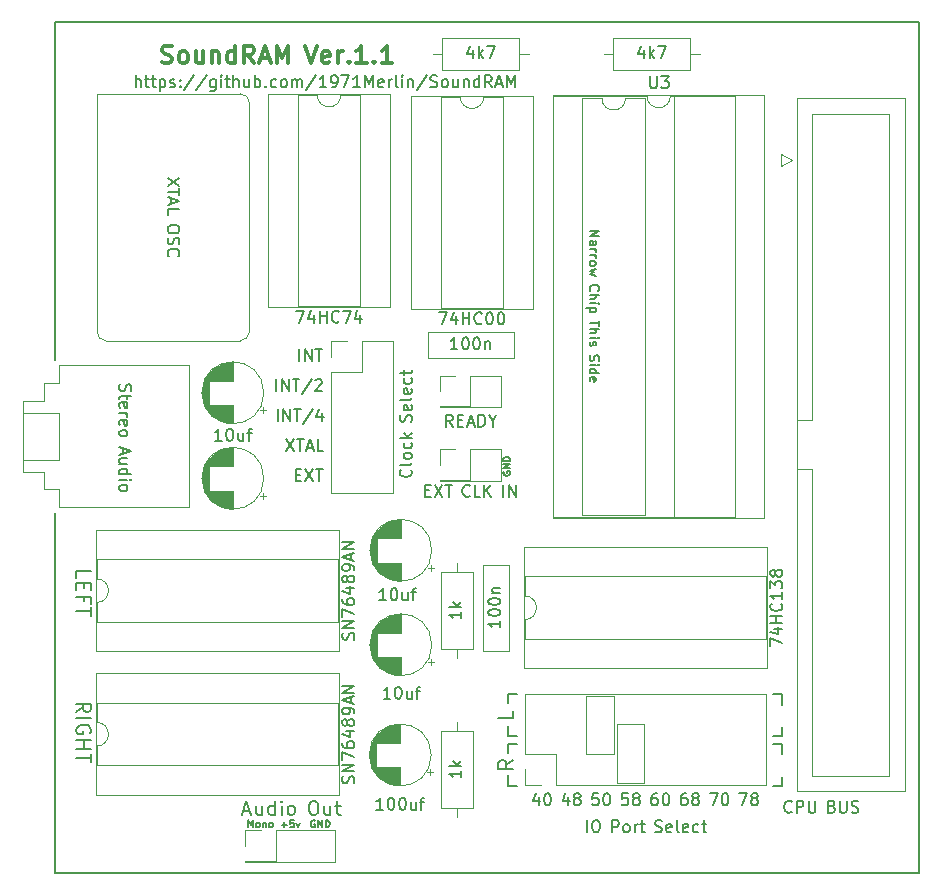
<source format=gbr>
%TF.GenerationSoftware,KiCad,Pcbnew,(7.0.0)*%
%TF.CreationDate,2023-03-05T15:20:25+10:30*%
%TF.ProjectId,SoundRAM,536f756e-6452-4414-9d2e-6b696361645f,rev?*%
%TF.SameCoordinates,Original*%
%TF.FileFunction,Legend,Top*%
%TF.FilePolarity,Positive*%
%FSLAX46Y46*%
G04 Gerber Fmt 4.6, Leading zero omitted, Abs format (unit mm)*
G04 Created by KiCad (PCBNEW (7.0.0)) date 2023-03-05 15:20:25*
%MOMM*%
%LPD*%
G01*
G04 APERTURE LIST*
%ADD10C,0.150000*%
%ADD11C,0.100000*%
%ADD12C,0.300000*%
%ADD13C,0.120000*%
G04 APERTURE END LIST*
D10*
X120634095Y-55916380D02*
X120634095Y-54916380D01*
X121062666Y-55916380D02*
X121062666Y-55392571D01*
X121062666Y-55392571D02*
X121015047Y-55297333D01*
X121015047Y-55297333D02*
X120919809Y-55249714D01*
X120919809Y-55249714D02*
X120776952Y-55249714D01*
X120776952Y-55249714D02*
X120681714Y-55297333D01*
X120681714Y-55297333D02*
X120634095Y-55344952D01*
X121396000Y-55249714D02*
X121776952Y-55249714D01*
X121538857Y-54916380D02*
X121538857Y-55773523D01*
X121538857Y-55773523D02*
X121586476Y-55868761D01*
X121586476Y-55868761D02*
X121681714Y-55916380D01*
X121681714Y-55916380D02*
X121776952Y-55916380D01*
X121967429Y-55249714D02*
X122348381Y-55249714D01*
X122110286Y-54916380D02*
X122110286Y-55773523D01*
X122110286Y-55773523D02*
X122157905Y-55868761D01*
X122157905Y-55868761D02*
X122253143Y-55916380D01*
X122253143Y-55916380D02*
X122348381Y-55916380D01*
X122681715Y-55249714D02*
X122681715Y-56249714D01*
X122681715Y-55297333D02*
X122776953Y-55249714D01*
X122776953Y-55249714D02*
X122967429Y-55249714D01*
X122967429Y-55249714D02*
X123062667Y-55297333D01*
X123062667Y-55297333D02*
X123110286Y-55344952D01*
X123110286Y-55344952D02*
X123157905Y-55440190D01*
X123157905Y-55440190D02*
X123157905Y-55725904D01*
X123157905Y-55725904D02*
X123110286Y-55821142D01*
X123110286Y-55821142D02*
X123062667Y-55868761D01*
X123062667Y-55868761D02*
X122967429Y-55916380D01*
X122967429Y-55916380D02*
X122776953Y-55916380D01*
X122776953Y-55916380D02*
X122681715Y-55868761D01*
X123538858Y-55868761D02*
X123634096Y-55916380D01*
X123634096Y-55916380D02*
X123824572Y-55916380D01*
X123824572Y-55916380D02*
X123919810Y-55868761D01*
X123919810Y-55868761D02*
X123967429Y-55773523D01*
X123967429Y-55773523D02*
X123967429Y-55725904D01*
X123967429Y-55725904D02*
X123919810Y-55630666D01*
X123919810Y-55630666D02*
X123824572Y-55583047D01*
X123824572Y-55583047D02*
X123681715Y-55583047D01*
X123681715Y-55583047D02*
X123586477Y-55535428D01*
X123586477Y-55535428D02*
X123538858Y-55440190D01*
X123538858Y-55440190D02*
X123538858Y-55392571D01*
X123538858Y-55392571D02*
X123586477Y-55297333D01*
X123586477Y-55297333D02*
X123681715Y-55249714D01*
X123681715Y-55249714D02*
X123824572Y-55249714D01*
X123824572Y-55249714D02*
X123919810Y-55297333D01*
X124396001Y-55821142D02*
X124443620Y-55868761D01*
X124443620Y-55868761D02*
X124396001Y-55916380D01*
X124396001Y-55916380D02*
X124348382Y-55868761D01*
X124348382Y-55868761D02*
X124396001Y-55821142D01*
X124396001Y-55821142D02*
X124396001Y-55916380D01*
X124396001Y-55297333D02*
X124443620Y-55344952D01*
X124443620Y-55344952D02*
X124396001Y-55392571D01*
X124396001Y-55392571D02*
X124348382Y-55344952D01*
X124348382Y-55344952D02*
X124396001Y-55297333D01*
X124396001Y-55297333D02*
X124396001Y-55392571D01*
X125586476Y-54868761D02*
X124729334Y-56154476D01*
X126634095Y-54868761D02*
X125776953Y-56154476D01*
X127396000Y-55249714D02*
X127396000Y-56059238D01*
X127396000Y-56059238D02*
X127348381Y-56154476D01*
X127348381Y-56154476D02*
X127300762Y-56202095D01*
X127300762Y-56202095D02*
X127205524Y-56249714D01*
X127205524Y-56249714D02*
X127062667Y-56249714D01*
X127062667Y-56249714D02*
X126967429Y-56202095D01*
X127396000Y-55868761D02*
X127300762Y-55916380D01*
X127300762Y-55916380D02*
X127110286Y-55916380D01*
X127110286Y-55916380D02*
X127015048Y-55868761D01*
X127015048Y-55868761D02*
X126967429Y-55821142D01*
X126967429Y-55821142D02*
X126919810Y-55725904D01*
X126919810Y-55725904D02*
X126919810Y-55440190D01*
X126919810Y-55440190D02*
X126967429Y-55344952D01*
X126967429Y-55344952D02*
X127015048Y-55297333D01*
X127015048Y-55297333D02*
X127110286Y-55249714D01*
X127110286Y-55249714D02*
X127300762Y-55249714D01*
X127300762Y-55249714D02*
X127396000Y-55297333D01*
X127872191Y-55916380D02*
X127872191Y-55249714D01*
X127872191Y-54916380D02*
X127824572Y-54964000D01*
X127824572Y-54964000D02*
X127872191Y-55011619D01*
X127872191Y-55011619D02*
X127919810Y-54964000D01*
X127919810Y-54964000D02*
X127872191Y-54916380D01*
X127872191Y-54916380D02*
X127872191Y-55011619D01*
X128205524Y-55249714D02*
X128586476Y-55249714D01*
X128348381Y-54916380D02*
X128348381Y-55773523D01*
X128348381Y-55773523D02*
X128396000Y-55868761D01*
X128396000Y-55868761D02*
X128491238Y-55916380D01*
X128491238Y-55916380D02*
X128586476Y-55916380D01*
X128919810Y-55916380D02*
X128919810Y-54916380D01*
X129348381Y-55916380D02*
X129348381Y-55392571D01*
X129348381Y-55392571D02*
X129300762Y-55297333D01*
X129300762Y-55297333D02*
X129205524Y-55249714D01*
X129205524Y-55249714D02*
X129062667Y-55249714D01*
X129062667Y-55249714D02*
X128967429Y-55297333D01*
X128967429Y-55297333D02*
X128919810Y-55344952D01*
X130253143Y-55249714D02*
X130253143Y-55916380D01*
X129824572Y-55249714D02*
X129824572Y-55773523D01*
X129824572Y-55773523D02*
X129872191Y-55868761D01*
X129872191Y-55868761D02*
X129967429Y-55916380D01*
X129967429Y-55916380D02*
X130110286Y-55916380D01*
X130110286Y-55916380D02*
X130205524Y-55868761D01*
X130205524Y-55868761D02*
X130253143Y-55821142D01*
X130729334Y-55916380D02*
X130729334Y-54916380D01*
X130729334Y-55297333D02*
X130824572Y-55249714D01*
X130824572Y-55249714D02*
X131015048Y-55249714D01*
X131015048Y-55249714D02*
X131110286Y-55297333D01*
X131110286Y-55297333D02*
X131157905Y-55344952D01*
X131157905Y-55344952D02*
X131205524Y-55440190D01*
X131205524Y-55440190D02*
X131205524Y-55725904D01*
X131205524Y-55725904D02*
X131157905Y-55821142D01*
X131157905Y-55821142D02*
X131110286Y-55868761D01*
X131110286Y-55868761D02*
X131015048Y-55916380D01*
X131015048Y-55916380D02*
X130824572Y-55916380D01*
X130824572Y-55916380D02*
X130729334Y-55868761D01*
X131634096Y-55821142D02*
X131681715Y-55868761D01*
X131681715Y-55868761D02*
X131634096Y-55916380D01*
X131634096Y-55916380D02*
X131586477Y-55868761D01*
X131586477Y-55868761D02*
X131634096Y-55821142D01*
X131634096Y-55821142D02*
X131634096Y-55916380D01*
X132538857Y-55868761D02*
X132443619Y-55916380D01*
X132443619Y-55916380D02*
X132253143Y-55916380D01*
X132253143Y-55916380D02*
X132157905Y-55868761D01*
X132157905Y-55868761D02*
X132110286Y-55821142D01*
X132110286Y-55821142D02*
X132062667Y-55725904D01*
X132062667Y-55725904D02*
X132062667Y-55440190D01*
X132062667Y-55440190D02*
X132110286Y-55344952D01*
X132110286Y-55344952D02*
X132157905Y-55297333D01*
X132157905Y-55297333D02*
X132253143Y-55249714D01*
X132253143Y-55249714D02*
X132443619Y-55249714D01*
X132443619Y-55249714D02*
X132538857Y-55297333D01*
X133110286Y-55916380D02*
X133015048Y-55868761D01*
X133015048Y-55868761D02*
X132967429Y-55821142D01*
X132967429Y-55821142D02*
X132919810Y-55725904D01*
X132919810Y-55725904D02*
X132919810Y-55440190D01*
X132919810Y-55440190D02*
X132967429Y-55344952D01*
X132967429Y-55344952D02*
X133015048Y-55297333D01*
X133015048Y-55297333D02*
X133110286Y-55249714D01*
X133110286Y-55249714D02*
X133253143Y-55249714D01*
X133253143Y-55249714D02*
X133348381Y-55297333D01*
X133348381Y-55297333D02*
X133396000Y-55344952D01*
X133396000Y-55344952D02*
X133443619Y-55440190D01*
X133443619Y-55440190D02*
X133443619Y-55725904D01*
X133443619Y-55725904D02*
X133396000Y-55821142D01*
X133396000Y-55821142D02*
X133348381Y-55868761D01*
X133348381Y-55868761D02*
X133253143Y-55916380D01*
X133253143Y-55916380D02*
X133110286Y-55916380D01*
X133872191Y-55916380D02*
X133872191Y-55249714D01*
X133872191Y-55344952D02*
X133919810Y-55297333D01*
X133919810Y-55297333D02*
X134015048Y-55249714D01*
X134015048Y-55249714D02*
X134157905Y-55249714D01*
X134157905Y-55249714D02*
X134253143Y-55297333D01*
X134253143Y-55297333D02*
X134300762Y-55392571D01*
X134300762Y-55392571D02*
X134300762Y-55916380D01*
X134300762Y-55392571D02*
X134348381Y-55297333D01*
X134348381Y-55297333D02*
X134443619Y-55249714D01*
X134443619Y-55249714D02*
X134586476Y-55249714D01*
X134586476Y-55249714D02*
X134681715Y-55297333D01*
X134681715Y-55297333D02*
X134729334Y-55392571D01*
X134729334Y-55392571D02*
X134729334Y-55916380D01*
X135919809Y-54868761D02*
X135062667Y-56154476D01*
X136776952Y-55916380D02*
X136205524Y-55916380D01*
X136491238Y-55916380D02*
X136491238Y-54916380D01*
X136491238Y-54916380D02*
X136396000Y-55059238D01*
X136396000Y-55059238D02*
X136300762Y-55154476D01*
X136300762Y-55154476D02*
X136205524Y-55202095D01*
X137253143Y-55916380D02*
X137443619Y-55916380D01*
X137443619Y-55916380D02*
X137538857Y-55868761D01*
X137538857Y-55868761D02*
X137586476Y-55821142D01*
X137586476Y-55821142D02*
X137681714Y-55678285D01*
X137681714Y-55678285D02*
X137729333Y-55487809D01*
X137729333Y-55487809D02*
X137729333Y-55106857D01*
X137729333Y-55106857D02*
X137681714Y-55011619D01*
X137681714Y-55011619D02*
X137634095Y-54964000D01*
X137634095Y-54964000D02*
X137538857Y-54916380D01*
X137538857Y-54916380D02*
X137348381Y-54916380D01*
X137348381Y-54916380D02*
X137253143Y-54964000D01*
X137253143Y-54964000D02*
X137205524Y-55011619D01*
X137205524Y-55011619D02*
X137157905Y-55106857D01*
X137157905Y-55106857D02*
X137157905Y-55344952D01*
X137157905Y-55344952D02*
X137205524Y-55440190D01*
X137205524Y-55440190D02*
X137253143Y-55487809D01*
X137253143Y-55487809D02*
X137348381Y-55535428D01*
X137348381Y-55535428D02*
X137538857Y-55535428D01*
X137538857Y-55535428D02*
X137634095Y-55487809D01*
X137634095Y-55487809D02*
X137681714Y-55440190D01*
X137681714Y-55440190D02*
X137729333Y-55344952D01*
X138062667Y-54916380D02*
X138729333Y-54916380D01*
X138729333Y-54916380D02*
X138300762Y-55916380D01*
X139634095Y-55916380D02*
X139062667Y-55916380D01*
X139348381Y-55916380D02*
X139348381Y-54916380D01*
X139348381Y-54916380D02*
X139253143Y-55059238D01*
X139253143Y-55059238D02*
X139157905Y-55154476D01*
X139157905Y-55154476D02*
X139062667Y-55202095D01*
X140062667Y-55916380D02*
X140062667Y-54916380D01*
X140062667Y-54916380D02*
X140396000Y-55630666D01*
X140396000Y-55630666D02*
X140729333Y-54916380D01*
X140729333Y-54916380D02*
X140729333Y-55916380D01*
X141586476Y-55868761D02*
X141491238Y-55916380D01*
X141491238Y-55916380D02*
X141300762Y-55916380D01*
X141300762Y-55916380D02*
X141205524Y-55868761D01*
X141205524Y-55868761D02*
X141157905Y-55773523D01*
X141157905Y-55773523D02*
X141157905Y-55392571D01*
X141157905Y-55392571D02*
X141205524Y-55297333D01*
X141205524Y-55297333D02*
X141300762Y-55249714D01*
X141300762Y-55249714D02*
X141491238Y-55249714D01*
X141491238Y-55249714D02*
X141586476Y-55297333D01*
X141586476Y-55297333D02*
X141634095Y-55392571D01*
X141634095Y-55392571D02*
X141634095Y-55487809D01*
X141634095Y-55487809D02*
X141157905Y-55583047D01*
X142062667Y-55916380D02*
X142062667Y-55249714D01*
X142062667Y-55440190D02*
X142110286Y-55344952D01*
X142110286Y-55344952D02*
X142157905Y-55297333D01*
X142157905Y-55297333D02*
X142253143Y-55249714D01*
X142253143Y-55249714D02*
X142348381Y-55249714D01*
X142824572Y-55916380D02*
X142729334Y-55868761D01*
X142729334Y-55868761D02*
X142681715Y-55773523D01*
X142681715Y-55773523D02*
X142681715Y-54916380D01*
X143205525Y-55916380D02*
X143205525Y-55249714D01*
X143205525Y-54916380D02*
X143157906Y-54964000D01*
X143157906Y-54964000D02*
X143205525Y-55011619D01*
X143205525Y-55011619D02*
X143253144Y-54964000D01*
X143253144Y-54964000D02*
X143205525Y-54916380D01*
X143205525Y-54916380D02*
X143205525Y-55011619D01*
X143681715Y-55249714D02*
X143681715Y-55916380D01*
X143681715Y-55344952D02*
X143729334Y-55297333D01*
X143729334Y-55297333D02*
X143824572Y-55249714D01*
X143824572Y-55249714D02*
X143967429Y-55249714D01*
X143967429Y-55249714D02*
X144062667Y-55297333D01*
X144062667Y-55297333D02*
X144110286Y-55392571D01*
X144110286Y-55392571D02*
X144110286Y-55916380D01*
X145300762Y-54868761D02*
X144443620Y-56154476D01*
X145586477Y-55868761D02*
X145729334Y-55916380D01*
X145729334Y-55916380D02*
X145967429Y-55916380D01*
X145967429Y-55916380D02*
X146062667Y-55868761D01*
X146062667Y-55868761D02*
X146110286Y-55821142D01*
X146110286Y-55821142D02*
X146157905Y-55725904D01*
X146157905Y-55725904D02*
X146157905Y-55630666D01*
X146157905Y-55630666D02*
X146110286Y-55535428D01*
X146110286Y-55535428D02*
X146062667Y-55487809D01*
X146062667Y-55487809D02*
X145967429Y-55440190D01*
X145967429Y-55440190D02*
X145776953Y-55392571D01*
X145776953Y-55392571D02*
X145681715Y-55344952D01*
X145681715Y-55344952D02*
X145634096Y-55297333D01*
X145634096Y-55297333D02*
X145586477Y-55202095D01*
X145586477Y-55202095D02*
X145586477Y-55106857D01*
X145586477Y-55106857D02*
X145634096Y-55011619D01*
X145634096Y-55011619D02*
X145681715Y-54964000D01*
X145681715Y-54964000D02*
X145776953Y-54916380D01*
X145776953Y-54916380D02*
X146015048Y-54916380D01*
X146015048Y-54916380D02*
X146157905Y-54964000D01*
X146729334Y-55916380D02*
X146634096Y-55868761D01*
X146634096Y-55868761D02*
X146586477Y-55821142D01*
X146586477Y-55821142D02*
X146538858Y-55725904D01*
X146538858Y-55725904D02*
X146538858Y-55440190D01*
X146538858Y-55440190D02*
X146586477Y-55344952D01*
X146586477Y-55344952D02*
X146634096Y-55297333D01*
X146634096Y-55297333D02*
X146729334Y-55249714D01*
X146729334Y-55249714D02*
X146872191Y-55249714D01*
X146872191Y-55249714D02*
X146967429Y-55297333D01*
X146967429Y-55297333D02*
X147015048Y-55344952D01*
X147015048Y-55344952D02*
X147062667Y-55440190D01*
X147062667Y-55440190D02*
X147062667Y-55725904D01*
X147062667Y-55725904D02*
X147015048Y-55821142D01*
X147015048Y-55821142D02*
X146967429Y-55868761D01*
X146967429Y-55868761D02*
X146872191Y-55916380D01*
X146872191Y-55916380D02*
X146729334Y-55916380D01*
X147919810Y-55249714D02*
X147919810Y-55916380D01*
X147491239Y-55249714D02*
X147491239Y-55773523D01*
X147491239Y-55773523D02*
X147538858Y-55868761D01*
X147538858Y-55868761D02*
X147634096Y-55916380D01*
X147634096Y-55916380D02*
X147776953Y-55916380D01*
X147776953Y-55916380D02*
X147872191Y-55868761D01*
X147872191Y-55868761D02*
X147919810Y-55821142D01*
X148396001Y-55249714D02*
X148396001Y-55916380D01*
X148396001Y-55344952D02*
X148443620Y-55297333D01*
X148443620Y-55297333D02*
X148538858Y-55249714D01*
X148538858Y-55249714D02*
X148681715Y-55249714D01*
X148681715Y-55249714D02*
X148776953Y-55297333D01*
X148776953Y-55297333D02*
X148824572Y-55392571D01*
X148824572Y-55392571D02*
X148824572Y-55916380D01*
X149729334Y-55916380D02*
X149729334Y-54916380D01*
X149729334Y-55868761D02*
X149634096Y-55916380D01*
X149634096Y-55916380D02*
X149443620Y-55916380D01*
X149443620Y-55916380D02*
X149348382Y-55868761D01*
X149348382Y-55868761D02*
X149300763Y-55821142D01*
X149300763Y-55821142D02*
X149253144Y-55725904D01*
X149253144Y-55725904D02*
X149253144Y-55440190D01*
X149253144Y-55440190D02*
X149300763Y-55344952D01*
X149300763Y-55344952D02*
X149348382Y-55297333D01*
X149348382Y-55297333D02*
X149443620Y-55249714D01*
X149443620Y-55249714D02*
X149634096Y-55249714D01*
X149634096Y-55249714D02*
X149729334Y-55297333D01*
X150776953Y-55916380D02*
X150443620Y-55440190D01*
X150205525Y-55916380D02*
X150205525Y-54916380D01*
X150205525Y-54916380D02*
X150586477Y-54916380D01*
X150586477Y-54916380D02*
X150681715Y-54964000D01*
X150681715Y-54964000D02*
X150729334Y-55011619D01*
X150729334Y-55011619D02*
X150776953Y-55106857D01*
X150776953Y-55106857D02*
X150776953Y-55249714D01*
X150776953Y-55249714D02*
X150729334Y-55344952D01*
X150729334Y-55344952D02*
X150681715Y-55392571D01*
X150681715Y-55392571D02*
X150586477Y-55440190D01*
X150586477Y-55440190D02*
X150205525Y-55440190D01*
X151157906Y-55630666D02*
X151634096Y-55630666D01*
X151062668Y-55916380D02*
X151396001Y-54916380D01*
X151396001Y-54916380D02*
X151729334Y-55916380D01*
X152062668Y-55916380D02*
X152062668Y-54916380D01*
X152062668Y-54916380D02*
X152396001Y-55630666D01*
X152396001Y-55630666D02*
X152729334Y-54916380D01*
X152729334Y-54916380D02*
X152729334Y-55916380D01*
X175387000Y-112268000D02*
X175387000Y-111506000D01*
X175387000Y-115062000D02*
X175387000Y-114300000D01*
X152146000Y-107315000D02*
X152146000Y-108077000D01*
X175387000Y-111506000D02*
X174625000Y-111506000D01*
X186944000Y-50419000D02*
X113792000Y-50419000D01*
X113792000Y-122428000D02*
X186944000Y-122428000D01*
X152908000Y-107315000D02*
X152146000Y-107315000D01*
X174625000Y-115062000D02*
X175387000Y-115062000D01*
X152908000Y-111506000D02*
X152146000Y-111506000D01*
X186944000Y-122428000D02*
X186944000Y-50419000D01*
X175387000Y-110871000D02*
X175387000Y-110109000D01*
X175387000Y-112395000D02*
X175387000Y-111506000D01*
X113792000Y-122428000D02*
X113792000Y-91948000D01*
X175387000Y-108204000D02*
X175387000Y-107315000D01*
X175387000Y-111506000D02*
X174625000Y-111506000D01*
D11*
X161417000Y-109855000D02*
X163703000Y-109855000D01*
X163703000Y-109855000D02*
X163703000Y-114808000D01*
X163703000Y-114808000D02*
X161417000Y-114808000D01*
X161417000Y-114808000D02*
X161417000Y-109855000D01*
D10*
X152146000Y-111506000D02*
X152146000Y-112268000D01*
X152146000Y-110871000D02*
X152908000Y-110871000D01*
X152146000Y-115062000D02*
X152908000Y-115062000D01*
X175387000Y-107315000D02*
X174625000Y-107315000D01*
X113792000Y-50419000D02*
X113792000Y-78994000D01*
X152146000Y-114173000D02*
X152146000Y-115062000D01*
X174625000Y-110871000D02*
X175387000Y-110871000D01*
X152146000Y-110871000D02*
X152908000Y-110871000D01*
X152146000Y-110109000D02*
X152146000Y-110871000D01*
D11*
X158750000Y-107442000D02*
X161163000Y-107442000D01*
X161163000Y-107442000D02*
X161163000Y-112395000D01*
X161163000Y-112395000D02*
X158750000Y-112395000D01*
X158750000Y-112395000D02*
X158750000Y-107442000D01*
D10*
X152146000Y-109982000D02*
X152146000Y-110871000D01*
X132550238Y-81647380D02*
X132550238Y-80647380D01*
X133026428Y-81647380D02*
X133026428Y-80647380D01*
X133026428Y-80647380D02*
X133597856Y-81647380D01*
X133597856Y-81647380D02*
X133597856Y-80647380D01*
X133931190Y-80647380D02*
X134502618Y-80647380D01*
X134216904Y-81647380D02*
X134216904Y-80647380D01*
X135550237Y-80599761D02*
X134693095Y-81885476D01*
X135835952Y-80742619D02*
X135883571Y-80695000D01*
X135883571Y-80695000D02*
X135978809Y-80647380D01*
X135978809Y-80647380D02*
X136216904Y-80647380D01*
X136216904Y-80647380D02*
X136312142Y-80695000D01*
X136312142Y-80695000D02*
X136359761Y-80742619D01*
X136359761Y-80742619D02*
X136407380Y-80837857D01*
X136407380Y-80837857D02*
X136407380Y-80933095D01*
X136407380Y-80933095D02*
X136359761Y-81075952D01*
X136359761Y-81075952D02*
X135788333Y-81647380D01*
X135788333Y-81647380D02*
X136407380Y-81647380D01*
X152605226Y-108706094D02*
X152605226Y-109301332D01*
X152605226Y-109301332D02*
X151355226Y-109301332D01*
X154747618Y-116032714D02*
X154747618Y-116699380D01*
X154509523Y-115651761D02*
X154271428Y-116366047D01*
X154271428Y-116366047D02*
X154890475Y-116366047D01*
X155461904Y-115699380D02*
X155557142Y-115699380D01*
X155557142Y-115699380D02*
X155652380Y-115747000D01*
X155652380Y-115747000D02*
X155699999Y-115794619D01*
X155699999Y-115794619D02*
X155747618Y-115889857D01*
X155747618Y-115889857D02*
X155795237Y-116080333D01*
X155795237Y-116080333D02*
X155795237Y-116318428D01*
X155795237Y-116318428D02*
X155747618Y-116508904D01*
X155747618Y-116508904D02*
X155699999Y-116604142D01*
X155699999Y-116604142D02*
X155652380Y-116651761D01*
X155652380Y-116651761D02*
X155557142Y-116699380D01*
X155557142Y-116699380D02*
X155461904Y-116699380D01*
X155461904Y-116699380D02*
X155366666Y-116651761D01*
X155366666Y-116651761D02*
X155319047Y-116604142D01*
X155319047Y-116604142D02*
X155271428Y-116508904D01*
X155271428Y-116508904D02*
X155223809Y-116318428D01*
X155223809Y-116318428D02*
X155223809Y-116080333D01*
X155223809Y-116080333D02*
X155271428Y-115889857D01*
X155271428Y-115889857D02*
X155319047Y-115794619D01*
X155319047Y-115794619D02*
X155366666Y-115747000D01*
X155366666Y-115747000D02*
X155461904Y-115699380D01*
X157252380Y-116032714D02*
X157252380Y-116699380D01*
X157014285Y-115651761D02*
X156776190Y-116366047D01*
X156776190Y-116366047D02*
X157395237Y-116366047D01*
X157919047Y-116127952D02*
X157823809Y-116080333D01*
X157823809Y-116080333D02*
X157776190Y-116032714D01*
X157776190Y-116032714D02*
X157728571Y-115937476D01*
X157728571Y-115937476D02*
X157728571Y-115889857D01*
X157728571Y-115889857D02*
X157776190Y-115794619D01*
X157776190Y-115794619D02*
X157823809Y-115747000D01*
X157823809Y-115747000D02*
X157919047Y-115699380D01*
X157919047Y-115699380D02*
X158109523Y-115699380D01*
X158109523Y-115699380D02*
X158204761Y-115747000D01*
X158204761Y-115747000D02*
X158252380Y-115794619D01*
X158252380Y-115794619D02*
X158299999Y-115889857D01*
X158299999Y-115889857D02*
X158299999Y-115937476D01*
X158299999Y-115937476D02*
X158252380Y-116032714D01*
X158252380Y-116032714D02*
X158204761Y-116080333D01*
X158204761Y-116080333D02*
X158109523Y-116127952D01*
X158109523Y-116127952D02*
X157919047Y-116127952D01*
X157919047Y-116127952D02*
X157823809Y-116175571D01*
X157823809Y-116175571D02*
X157776190Y-116223190D01*
X157776190Y-116223190D02*
X157728571Y-116318428D01*
X157728571Y-116318428D02*
X157728571Y-116508904D01*
X157728571Y-116508904D02*
X157776190Y-116604142D01*
X157776190Y-116604142D02*
X157823809Y-116651761D01*
X157823809Y-116651761D02*
X157919047Y-116699380D01*
X157919047Y-116699380D02*
X158109523Y-116699380D01*
X158109523Y-116699380D02*
X158204761Y-116651761D01*
X158204761Y-116651761D02*
X158252380Y-116604142D01*
X158252380Y-116604142D02*
X158299999Y-116508904D01*
X158299999Y-116508904D02*
X158299999Y-116318428D01*
X158299999Y-116318428D02*
X158252380Y-116223190D01*
X158252380Y-116223190D02*
X158204761Y-116175571D01*
X158204761Y-116175571D02*
X158109523Y-116127952D01*
X159804761Y-115699380D02*
X159328571Y-115699380D01*
X159328571Y-115699380D02*
X159280952Y-116175571D01*
X159280952Y-116175571D02*
X159328571Y-116127952D01*
X159328571Y-116127952D02*
X159423809Y-116080333D01*
X159423809Y-116080333D02*
X159661904Y-116080333D01*
X159661904Y-116080333D02*
X159757142Y-116127952D01*
X159757142Y-116127952D02*
X159804761Y-116175571D01*
X159804761Y-116175571D02*
X159852380Y-116270809D01*
X159852380Y-116270809D02*
X159852380Y-116508904D01*
X159852380Y-116508904D02*
X159804761Y-116604142D01*
X159804761Y-116604142D02*
X159757142Y-116651761D01*
X159757142Y-116651761D02*
X159661904Y-116699380D01*
X159661904Y-116699380D02*
X159423809Y-116699380D01*
X159423809Y-116699380D02*
X159328571Y-116651761D01*
X159328571Y-116651761D02*
X159280952Y-116604142D01*
X160471428Y-115699380D02*
X160566666Y-115699380D01*
X160566666Y-115699380D02*
X160661904Y-115747000D01*
X160661904Y-115747000D02*
X160709523Y-115794619D01*
X160709523Y-115794619D02*
X160757142Y-115889857D01*
X160757142Y-115889857D02*
X160804761Y-116080333D01*
X160804761Y-116080333D02*
X160804761Y-116318428D01*
X160804761Y-116318428D02*
X160757142Y-116508904D01*
X160757142Y-116508904D02*
X160709523Y-116604142D01*
X160709523Y-116604142D02*
X160661904Y-116651761D01*
X160661904Y-116651761D02*
X160566666Y-116699380D01*
X160566666Y-116699380D02*
X160471428Y-116699380D01*
X160471428Y-116699380D02*
X160376190Y-116651761D01*
X160376190Y-116651761D02*
X160328571Y-116604142D01*
X160328571Y-116604142D02*
X160280952Y-116508904D01*
X160280952Y-116508904D02*
X160233333Y-116318428D01*
X160233333Y-116318428D02*
X160233333Y-116080333D01*
X160233333Y-116080333D02*
X160280952Y-115889857D01*
X160280952Y-115889857D02*
X160328571Y-115794619D01*
X160328571Y-115794619D02*
X160376190Y-115747000D01*
X160376190Y-115747000D02*
X160471428Y-115699380D01*
X162309523Y-115699380D02*
X161833333Y-115699380D01*
X161833333Y-115699380D02*
X161785714Y-116175571D01*
X161785714Y-116175571D02*
X161833333Y-116127952D01*
X161833333Y-116127952D02*
X161928571Y-116080333D01*
X161928571Y-116080333D02*
X162166666Y-116080333D01*
X162166666Y-116080333D02*
X162261904Y-116127952D01*
X162261904Y-116127952D02*
X162309523Y-116175571D01*
X162309523Y-116175571D02*
X162357142Y-116270809D01*
X162357142Y-116270809D02*
X162357142Y-116508904D01*
X162357142Y-116508904D02*
X162309523Y-116604142D01*
X162309523Y-116604142D02*
X162261904Y-116651761D01*
X162261904Y-116651761D02*
X162166666Y-116699380D01*
X162166666Y-116699380D02*
X161928571Y-116699380D01*
X161928571Y-116699380D02*
X161833333Y-116651761D01*
X161833333Y-116651761D02*
X161785714Y-116604142D01*
X162928571Y-116127952D02*
X162833333Y-116080333D01*
X162833333Y-116080333D02*
X162785714Y-116032714D01*
X162785714Y-116032714D02*
X162738095Y-115937476D01*
X162738095Y-115937476D02*
X162738095Y-115889857D01*
X162738095Y-115889857D02*
X162785714Y-115794619D01*
X162785714Y-115794619D02*
X162833333Y-115747000D01*
X162833333Y-115747000D02*
X162928571Y-115699380D01*
X162928571Y-115699380D02*
X163119047Y-115699380D01*
X163119047Y-115699380D02*
X163214285Y-115747000D01*
X163214285Y-115747000D02*
X163261904Y-115794619D01*
X163261904Y-115794619D02*
X163309523Y-115889857D01*
X163309523Y-115889857D02*
X163309523Y-115937476D01*
X163309523Y-115937476D02*
X163261904Y-116032714D01*
X163261904Y-116032714D02*
X163214285Y-116080333D01*
X163214285Y-116080333D02*
X163119047Y-116127952D01*
X163119047Y-116127952D02*
X162928571Y-116127952D01*
X162928571Y-116127952D02*
X162833333Y-116175571D01*
X162833333Y-116175571D02*
X162785714Y-116223190D01*
X162785714Y-116223190D02*
X162738095Y-116318428D01*
X162738095Y-116318428D02*
X162738095Y-116508904D01*
X162738095Y-116508904D02*
X162785714Y-116604142D01*
X162785714Y-116604142D02*
X162833333Y-116651761D01*
X162833333Y-116651761D02*
X162928571Y-116699380D01*
X162928571Y-116699380D02*
X163119047Y-116699380D01*
X163119047Y-116699380D02*
X163214285Y-116651761D01*
X163214285Y-116651761D02*
X163261904Y-116604142D01*
X163261904Y-116604142D02*
X163309523Y-116508904D01*
X163309523Y-116508904D02*
X163309523Y-116318428D01*
X163309523Y-116318428D02*
X163261904Y-116223190D01*
X163261904Y-116223190D02*
X163214285Y-116175571D01*
X163214285Y-116175571D02*
X163119047Y-116127952D01*
X164766666Y-115699380D02*
X164576190Y-115699380D01*
X164576190Y-115699380D02*
X164480952Y-115747000D01*
X164480952Y-115747000D02*
X164433333Y-115794619D01*
X164433333Y-115794619D02*
X164338095Y-115937476D01*
X164338095Y-115937476D02*
X164290476Y-116127952D01*
X164290476Y-116127952D02*
X164290476Y-116508904D01*
X164290476Y-116508904D02*
X164338095Y-116604142D01*
X164338095Y-116604142D02*
X164385714Y-116651761D01*
X164385714Y-116651761D02*
X164480952Y-116699380D01*
X164480952Y-116699380D02*
X164671428Y-116699380D01*
X164671428Y-116699380D02*
X164766666Y-116651761D01*
X164766666Y-116651761D02*
X164814285Y-116604142D01*
X164814285Y-116604142D02*
X164861904Y-116508904D01*
X164861904Y-116508904D02*
X164861904Y-116270809D01*
X164861904Y-116270809D02*
X164814285Y-116175571D01*
X164814285Y-116175571D02*
X164766666Y-116127952D01*
X164766666Y-116127952D02*
X164671428Y-116080333D01*
X164671428Y-116080333D02*
X164480952Y-116080333D01*
X164480952Y-116080333D02*
X164385714Y-116127952D01*
X164385714Y-116127952D02*
X164338095Y-116175571D01*
X164338095Y-116175571D02*
X164290476Y-116270809D01*
X165480952Y-115699380D02*
X165576190Y-115699380D01*
X165576190Y-115699380D02*
X165671428Y-115747000D01*
X165671428Y-115747000D02*
X165719047Y-115794619D01*
X165719047Y-115794619D02*
X165766666Y-115889857D01*
X165766666Y-115889857D02*
X165814285Y-116080333D01*
X165814285Y-116080333D02*
X165814285Y-116318428D01*
X165814285Y-116318428D02*
X165766666Y-116508904D01*
X165766666Y-116508904D02*
X165719047Y-116604142D01*
X165719047Y-116604142D02*
X165671428Y-116651761D01*
X165671428Y-116651761D02*
X165576190Y-116699380D01*
X165576190Y-116699380D02*
X165480952Y-116699380D01*
X165480952Y-116699380D02*
X165385714Y-116651761D01*
X165385714Y-116651761D02*
X165338095Y-116604142D01*
X165338095Y-116604142D02*
X165290476Y-116508904D01*
X165290476Y-116508904D02*
X165242857Y-116318428D01*
X165242857Y-116318428D02*
X165242857Y-116080333D01*
X165242857Y-116080333D02*
X165290476Y-115889857D01*
X165290476Y-115889857D02*
X165338095Y-115794619D01*
X165338095Y-115794619D02*
X165385714Y-115747000D01*
X165385714Y-115747000D02*
X165480952Y-115699380D01*
X167271428Y-115699380D02*
X167080952Y-115699380D01*
X167080952Y-115699380D02*
X166985714Y-115747000D01*
X166985714Y-115747000D02*
X166938095Y-115794619D01*
X166938095Y-115794619D02*
X166842857Y-115937476D01*
X166842857Y-115937476D02*
X166795238Y-116127952D01*
X166795238Y-116127952D02*
X166795238Y-116508904D01*
X166795238Y-116508904D02*
X166842857Y-116604142D01*
X166842857Y-116604142D02*
X166890476Y-116651761D01*
X166890476Y-116651761D02*
X166985714Y-116699380D01*
X166985714Y-116699380D02*
X167176190Y-116699380D01*
X167176190Y-116699380D02*
X167271428Y-116651761D01*
X167271428Y-116651761D02*
X167319047Y-116604142D01*
X167319047Y-116604142D02*
X167366666Y-116508904D01*
X167366666Y-116508904D02*
X167366666Y-116270809D01*
X167366666Y-116270809D02*
X167319047Y-116175571D01*
X167319047Y-116175571D02*
X167271428Y-116127952D01*
X167271428Y-116127952D02*
X167176190Y-116080333D01*
X167176190Y-116080333D02*
X166985714Y-116080333D01*
X166985714Y-116080333D02*
X166890476Y-116127952D01*
X166890476Y-116127952D02*
X166842857Y-116175571D01*
X166842857Y-116175571D02*
X166795238Y-116270809D01*
X167938095Y-116127952D02*
X167842857Y-116080333D01*
X167842857Y-116080333D02*
X167795238Y-116032714D01*
X167795238Y-116032714D02*
X167747619Y-115937476D01*
X167747619Y-115937476D02*
X167747619Y-115889857D01*
X167747619Y-115889857D02*
X167795238Y-115794619D01*
X167795238Y-115794619D02*
X167842857Y-115747000D01*
X167842857Y-115747000D02*
X167938095Y-115699380D01*
X167938095Y-115699380D02*
X168128571Y-115699380D01*
X168128571Y-115699380D02*
X168223809Y-115747000D01*
X168223809Y-115747000D02*
X168271428Y-115794619D01*
X168271428Y-115794619D02*
X168319047Y-115889857D01*
X168319047Y-115889857D02*
X168319047Y-115937476D01*
X168319047Y-115937476D02*
X168271428Y-116032714D01*
X168271428Y-116032714D02*
X168223809Y-116080333D01*
X168223809Y-116080333D02*
X168128571Y-116127952D01*
X168128571Y-116127952D02*
X167938095Y-116127952D01*
X167938095Y-116127952D02*
X167842857Y-116175571D01*
X167842857Y-116175571D02*
X167795238Y-116223190D01*
X167795238Y-116223190D02*
X167747619Y-116318428D01*
X167747619Y-116318428D02*
X167747619Y-116508904D01*
X167747619Y-116508904D02*
X167795238Y-116604142D01*
X167795238Y-116604142D02*
X167842857Y-116651761D01*
X167842857Y-116651761D02*
X167938095Y-116699380D01*
X167938095Y-116699380D02*
X168128571Y-116699380D01*
X168128571Y-116699380D02*
X168223809Y-116651761D01*
X168223809Y-116651761D02*
X168271428Y-116604142D01*
X168271428Y-116604142D02*
X168319047Y-116508904D01*
X168319047Y-116508904D02*
X168319047Y-116318428D01*
X168319047Y-116318428D02*
X168271428Y-116223190D01*
X168271428Y-116223190D02*
X168223809Y-116175571D01*
X168223809Y-116175571D02*
X168128571Y-116127952D01*
X169252381Y-115699380D02*
X169919047Y-115699380D01*
X169919047Y-115699380D02*
X169490476Y-116699380D01*
X170490476Y-115699380D02*
X170585714Y-115699380D01*
X170585714Y-115699380D02*
X170680952Y-115747000D01*
X170680952Y-115747000D02*
X170728571Y-115794619D01*
X170728571Y-115794619D02*
X170776190Y-115889857D01*
X170776190Y-115889857D02*
X170823809Y-116080333D01*
X170823809Y-116080333D02*
X170823809Y-116318428D01*
X170823809Y-116318428D02*
X170776190Y-116508904D01*
X170776190Y-116508904D02*
X170728571Y-116604142D01*
X170728571Y-116604142D02*
X170680952Y-116651761D01*
X170680952Y-116651761D02*
X170585714Y-116699380D01*
X170585714Y-116699380D02*
X170490476Y-116699380D01*
X170490476Y-116699380D02*
X170395238Y-116651761D01*
X170395238Y-116651761D02*
X170347619Y-116604142D01*
X170347619Y-116604142D02*
X170300000Y-116508904D01*
X170300000Y-116508904D02*
X170252381Y-116318428D01*
X170252381Y-116318428D02*
X170252381Y-116080333D01*
X170252381Y-116080333D02*
X170300000Y-115889857D01*
X170300000Y-115889857D02*
X170347619Y-115794619D01*
X170347619Y-115794619D02*
X170395238Y-115747000D01*
X170395238Y-115747000D02*
X170490476Y-115699380D01*
X171757143Y-115699380D02*
X172423809Y-115699380D01*
X172423809Y-115699380D02*
X171995238Y-116699380D01*
X172947619Y-116127952D02*
X172852381Y-116080333D01*
X172852381Y-116080333D02*
X172804762Y-116032714D01*
X172804762Y-116032714D02*
X172757143Y-115937476D01*
X172757143Y-115937476D02*
X172757143Y-115889857D01*
X172757143Y-115889857D02*
X172804762Y-115794619D01*
X172804762Y-115794619D02*
X172852381Y-115747000D01*
X172852381Y-115747000D02*
X172947619Y-115699380D01*
X172947619Y-115699380D02*
X173138095Y-115699380D01*
X173138095Y-115699380D02*
X173233333Y-115747000D01*
X173233333Y-115747000D02*
X173280952Y-115794619D01*
X173280952Y-115794619D02*
X173328571Y-115889857D01*
X173328571Y-115889857D02*
X173328571Y-115937476D01*
X173328571Y-115937476D02*
X173280952Y-116032714D01*
X173280952Y-116032714D02*
X173233333Y-116080333D01*
X173233333Y-116080333D02*
X173138095Y-116127952D01*
X173138095Y-116127952D02*
X172947619Y-116127952D01*
X172947619Y-116127952D02*
X172852381Y-116175571D01*
X172852381Y-116175571D02*
X172804762Y-116223190D01*
X172804762Y-116223190D02*
X172757143Y-116318428D01*
X172757143Y-116318428D02*
X172757143Y-116508904D01*
X172757143Y-116508904D02*
X172804762Y-116604142D01*
X172804762Y-116604142D02*
X172852381Y-116651761D01*
X172852381Y-116651761D02*
X172947619Y-116699380D01*
X172947619Y-116699380D02*
X173138095Y-116699380D01*
X173138095Y-116699380D02*
X173233333Y-116651761D01*
X173233333Y-116651761D02*
X173280952Y-116604142D01*
X173280952Y-116604142D02*
X173328571Y-116508904D01*
X173328571Y-116508904D02*
X173328571Y-116318428D01*
X173328571Y-116318428D02*
X173280952Y-116223190D01*
X173280952Y-116223190D02*
X173233333Y-116175571D01*
X173233333Y-116175571D02*
X173138095Y-116127952D01*
X135813857Y-118013000D02*
X135756715Y-117984428D01*
X135756715Y-117984428D02*
X135671000Y-117984428D01*
X135671000Y-117984428D02*
X135585286Y-118013000D01*
X135585286Y-118013000D02*
X135528143Y-118070142D01*
X135528143Y-118070142D02*
X135499572Y-118127285D01*
X135499572Y-118127285D02*
X135471000Y-118241571D01*
X135471000Y-118241571D02*
X135471000Y-118327285D01*
X135471000Y-118327285D02*
X135499572Y-118441571D01*
X135499572Y-118441571D02*
X135528143Y-118498714D01*
X135528143Y-118498714D02*
X135585286Y-118555857D01*
X135585286Y-118555857D02*
X135671000Y-118584428D01*
X135671000Y-118584428D02*
X135728143Y-118584428D01*
X135728143Y-118584428D02*
X135813857Y-118555857D01*
X135813857Y-118555857D02*
X135842429Y-118527285D01*
X135842429Y-118527285D02*
X135842429Y-118327285D01*
X135842429Y-118327285D02*
X135728143Y-118327285D01*
X136099572Y-118584428D02*
X136099572Y-117984428D01*
X136099572Y-117984428D02*
X136442429Y-118584428D01*
X136442429Y-118584428D02*
X136442429Y-117984428D01*
X136728143Y-118584428D02*
X136728143Y-117984428D01*
X136728143Y-117984428D02*
X136871000Y-117984428D01*
X136871000Y-117984428D02*
X136956714Y-118013000D01*
X136956714Y-118013000D02*
X137013857Y-118070142D01*
X137013857Y-118070142D02*
X137042428Y-118127285D01*
X137042428Y-118127285D02*
X137071000Y-118241571D01*
X137071000Y-118241571D02*
X137071000Y-118327285D01*
X137071000Y-118327285D02*
X137042428Y-118441571D01*
X137042428Y-118441571D02*
X137013857Y-118498714D01*
X137013857Y-118498714D02*
X136956714Y-118555857D01*
X136956714Y-118555857D02*
X136871000Y-118584428D01*
X136871000Y-118584428D02*
X136728143Y-118584428D01*
X132650238Y-84197380D02*
X132650238Y-83197380D01*
X133126428Y-84197380D02*
X133126428Y-83197380D01*
X133126428Y-83197380D02*
X133697856Y-84197380D01*
X133697856Y-84197380D02*
X133697856Y-83197380D01*
X134031190Y-83197380D02*
X134602618Y-83197380D01*
X134316904Y-84197380D02*
X134316904Y-83197380D01*
X135650237Y-83149761D02*
X134793095Y-84435476D01*
X136412142Y-83530714D02*
X136412142Y-84197380D01*
X136174047Y-83149761D02*
X135935952Y-83864047D01*
X135935952Y-83864047D02*
X136554999Y-83864047D01*
X133377381Y-85727380D02*
X134044047Y-86727380D01*
X134044047Y-85727380D02*
X133377381Y-86727380D01*
X134282143Y-85727380D02*
X134853571Y-85727380D01*
X134567857Y-86727380D02*
X134567857Y-85727380D01*
X135139286Y-86441666D02*
X135615476Y-86441666D01*
X135044048Y-86727380D02*
X135377381Y-85727380D01*
X135377381Y-85727380D02*
X135710714Y-86727380D01*
X136520238Y-86727380D02*
X136044048Y-86727380D01*
X136044048Y-86727380D02*
X136044048Y-85727380D01*
X134183571Y-88743571D02*
X134516904Y-88743571D01*
X134659761Y-89267380D02*
X134183571Y-89267380D01*
X134183571Y-89267380D02*
X134183571Y-88267380D01*
X134183571Y-88267380D02*
X134659761Y-88267380D01*
X134993095Y-88267380D02*
X135659761Y-89267380D01*
X135659761Y-88267380D02*
X134993095Y-89267380D01*
X135897857Y-88267380D02*
X136469285Y-88267380D01*
X136183571Y-89267380D02*
X136183571Y-88267380D01*
X115618773Y-97488524D02*
X115618773Y-96893286D01*
X115618773Y-96893286D02*
X116868773Y-96893286D01*
X116273535Y-97905191D02*
X116273535Y-98321857D01*
X115618773Y-98500429D02*
X115618773Y-97905191D01*
X115618773Y-97905191D02*
X116868773Y-97905191D01*
X116868773Y-97905191D02*
X116868773Y-98500429D01*
X116273535Y-99452809D02*
X116273535Y-99036143D01*
X115618773Y-99036143D02*
X116868773Y-99036143D01*
X116868773Y-99036143D02*
X116868773Y-99631381D01*
X116868773Y-99929000D02*
X116868773Y-100643286D01*
X115618773Y-100286143D02*
X116868773Y-100286143D01*
X115618773Y-108823333D02*
X116214011Y-108406667D01*
X115618773Y-108109048D02*
X116868773Y-108109048D01*
X116868773Y-108109048D02*
X116868773Y-108585238D01*
X116868773Y-108585238D02*
X116809250Y-108704286D01*
X116809250Y-108704286D02*
X116749726Y-108763809D01*
X116749726Y-108763809D02*
X116630678Y-108823333D01*
X116630678Y-108823333D02*
X116452107Y-108823333D01*
X116452107Y-108823333D02*
X116333059Y-108763809D01*
X116333059Y-108763809D02*
X116273535Y-108704286D01*
X116273535Y-108704286D02*
X116214011Y-108585238D01*
X116214011Y-108585238D02*
X116214011Y-108109048D01*
X115618773Y-109359048D02*
X116868773Y-109359048D01*
X116809250Y-110609047D02*
X116868773Y-110490000D01*
X116868773Y-110490000D02*
X116868773Y-110311428D01*
X116868773Y-110311428D02*
X116809250Y-110132857D01*
X116809250Y-110132857D02*
X116690202Y-110013809D01*
X116690202Y-110013809D02*
X116571154Y-109954286D01*
X116571154Y-109954286D02*
X116333059Y-109894762D01*
X116333059Y-109894762D02*
X116154488Y-109894762D01*
X116154488Y-109894762D02*
X115916392Y-109954286D01*
X115916392Y-109954286D02*
X115797345Y-110013809D01*
X115797345Y-110013809D02*
X115678297Y-110132857D01*
X115678297Y-110132857D02*
X115618773Y-110311428D01*
X115618773Y-110311428D02*
X115618773Y-110430476D01*
X115618773Y-110430476D02*
X115678297Y-110609047D01*
X115678297Y-110609047D02*
X115737821Y-110668571D01*
X115737821Y-110668571D02*
X116154488Y-110668571D01*
X116154488Y-110668571D02*
X116154488Y-110430476D01*
X115618773Y-111204286D02*
X116868773Y-111204286D01*
X116273535Y-111204286D02*
X116273535Y-111918571D01*
X115618773Y-111918571D02*
X116868773Y-111918571D01*
X116868773Y-112335238D02*
X116868773Y-113049524D01*
X115618773Y-112692381D02*
X116868773Y-112692381D01*
D12*
X122852286Y-53819642D02*
X123066572Y-53891071D01*
X123066572Y-53891071D02*
X123423714Y-53891071D01*
X123423714Y-53891071D02*
X123566572Y-53819642D01*
X123566572Y-53819642D02*
X123638000Y-53748214D01*
X123638000Y-53748214D02*
X123709429Y-53605357D01*
X123709429Y-53605357D02*
X123709429Y-53462500D01*
X123709429Y-53462500D02*
X123638000Y-53319642D01*
X123638000Y-53319642D02*
X123566572Y-53248214D01*
X123566572Y-53248214D02*
X123423714Y-53176785D01*
X123423714Y-53176785D02*
X123138000Y-53105357D01*
X123138000Y-53105357D02*
X122995143Y-53033928D01*
X122995143Y-53033928D02*
X122923714Y-52962500D01*
X122923714Y-52962500D02*
X122852286Y-52819642D01*
X122852286Y-52819642D02*
X122852286Y-52676785D01*
X122852286Y-52676785D02*
X122923714Y-52533928D01*
X122923714Y-52533928D02*
X122995143Y-52462500D01*
X122995143Y-52462500D02*
X123138000Y-52391071D01*
X123138000Y-52391071D02*
X123495143Y-52391071D01*
X123495143Y-52391071D02*
X123709429Y-52462500D01*
X124566571Y-53891071D02*
X124423714Y-53819642D01*
X124423714Y-53819642D02*
X124352285Y-53748214D01*
X124352285Y-53748214D02*
X124280857Y-53605357D01*
X124280857Y-53605357D02*
X124280857Y-53176785D01*
X124280857Y-53176785D02*
X124352285Y-53033928D01*
X124352285Y-53033928D02*
X124423714Y-52962500D01*
X124423714Y-52962500D02*
X124566571Y-52891071D01*
X124566571Y-52891071D02*
X124780857Y-52891071D01*
X124780857Y-52891071D02*
X124923714Y-52962500D01*
X124923714Y-52962500D02*
X124995143Y-53033928D01*
X124995143Y-53033928D02*
X125066571Y-53176785D01*
X125066571Y-53176785D02*
X125066571Y-53605357D01*
X125066571Y-53605357D02*
X124995143Y-53748214D01*
X124995143Y-53748214D02*
X124923714Y-53819642D01*
X124923714Y-53819642D02*
X124780857Y-53891071D01*
X124780857Y-53891071D02*
X124566571Y-53891071D01*
X126352286Y-52891071D02*
X126352286Y-53891071D01*
X125709428Y-52891071D02*
X125709428Y-53676785D01*
X125709428Y-53676785D02*
X125780857Y-53819642D01*
X125780857Y-53819642D02*
X125923714Y-53891071D01*
X125923714Y-53891071D02*
X126138000Y-53891071D01*
X126138000Y-53891071D02*
X126280857Y-53819642D01*
X126280857Y-53819642D02*
X126352286Y-53748214D01*
X127066571Y-52891071D02*
X127066571Y-53891071D01*
X127066571Y-53033928D02*
X127138000Y-52962500D01*
X127138000Y-52962500D02*
X127280857Y-52891071D01*
X127280857Y-52891071D02*
X127495143Y-52891071D01*
X127495143Y-52891071D02*
X127638000Y-52962500D01*
X127638000Y-52962500D02*
X127709429Y-53105357D01*
X127709429Y-53105357D02*
X127709429Y-53891071D01*
X129066572Y-53891071D02*
X129066572Y-52391071D01*
X129066572Y-53819642D02*
X128923714Y-53891071D01*
X128923714Y-53891071D02*
X128638000Y-53891071D01*
X128638000Y-53891071D02*
X128495143Y-53819642D01*
X128495143Y-53819642D02*
X128423714Y-53748214D01*
X128423714Y-53748214D02*
X128352286Y-53605357D01*
X128352286Y-53605357D02*
X128352286Y-53176785D01*
X128352286Y-53176785D02*
X128423714Y-53033928D01*
X128423714Y-53033928D02*
X128495143Y-52962500D01*
X128495143Y-52962500D02*
X128638000Y-52891071D01*
X128638000Y-52891071D02*
X128923714Y-52891071D01*
X128923714Y-52891071D02*
X129066572Y-52962500D01*
X130638000Y-53891071D02*
X130138000Y-53176785D01*
X129780857Y-53891071D02*
X129780857Y-52391071D01*
X129780857Y-52391071D02*
X130352286Y-52391071D01*
X130352286Y-52391071D02*
X130495143Y-52462500D01*
X130495143Y-52462500D02*
X130566572Y-52533928D01*
X130566572Y-52533928D02*
X130638000Y-52676785D01*
X130638000Y-52676785D02*
X130638000Y-52891071D01*
X130638000Y-52891071D02*
X130566572Y-53033928D01*
X130566572Y-53033928D02*
X130495143Y-53105357D01*
X130495143Y-53105357D02*
X130352286Y-53176785D01*
X130352286Y-53176785D02*
X129780857Y-53176785D01*
X131209429Y-53462500D02*
X131923715Y-53462500D01*
X131066572Y-53891071D02*
X131566572Y-52391071D01*
X131566572Y-52391071D02*
X132066572Y-53891071D01*
X132566571Y-53891071D02*
X132566571Y-52391071D01*
X132566571Y-52391071D02*
X133066571Y-53462500D01*
X133066571Y-53462500D02*
X133566571Y-52391071D01*
X133566571Y-52391071D02*
X133566571Y-53891071D01*
X134966572Y-52391071D02*
X135466572Y-53891071D01*
X135466572Y-53891071D02*
X135966572Y-52391071D01*
X137038000Y-53819642D02*
X136895143Y-53891071D01*
X136895143Y-53891071D02*
X136609429Y-53891071D01*
X136609429Y-53891071D02*
X136466571Y-53819642D01*
X136466571Y-53819642D02*
X136395143Y-53676785D01*
X136395143Y-53676785D02*
X136395143Y-53105357D01*
X136395143Y-53105357D02*
X136466571Y-52962500D01*
X136466571Y-52962500D02*
X136609429Y-52891071D01*
X136609429Y-52891071D02*
X136895143Y-52891071D01*
X136895143Y-52891071D02*
X137038000Y-52962500D01*
X137038000Y-52962500D02*
X137109429Y-53105357D01*
X137109429Y-53105357D02*
X137109429Y-53248214D01*
X137109429Y-53248214D02*
X136395143Y-53391071D01*
X137752285Y-53891071D02*
X137752285Y-52891071D01*
X137752285Y-53176785D02*
X137823714Y-53033928D01*
X137823714Y-53033928D02*
X137895143Y-52962500D01*
X137895143Y-52962500D02*
X138038000Y-52891071D01*
X138038000Y-52891071D02*
X138180857Y-52891071D01*
X138680856Y-53748214D02*
X138752285Y-53819642D01*
X138752285Y-53819642D02*
X138680856Y-53891071D01*
X138680856Y-53891071D02*
X138609428Y-53819642D01*
X138609428Y-53819642D02*
X138680856Y-53748214D01*
X138680856Y-53748214D02*
X138680856Y-53891071D01*
X140180857Y-53891071D02*
X139323714Y-53891071D01*
X139752285Y-53891071D02*
X139752285Y-52391071D01*
X139752285Y-52391071D02*
X139609428Y-52605357D01*
X139609428Y-52605357D02*
X139466571Y-52748214D01*
X139466571Y-52748214D02*
X139323714Y-52819642D01*
X140823713Y-53748214D02*
X140895142Y-53819642D01*
X140895142Y-53819642D02*
X140823713Y-53891071D01*
X140823713Y-53891071D02*
X140752285Y-53819642D01*
X140752285Y-53819642D02*
X140823713Y-53748214D01*
X140823713Y-53748214D02*
X140823713Y-53891071D01*
X142323714Y-53891071D02*
X141466571Y-53891071D01*
X141895142Y-53891071D02*
X141895142Y-52391071D01*
X141895142Y-52391071D02*
X141752285Y-52605357D01*
X141752285Y-52605357D02*
X141609428Y-52748214D01*
X141609428Y-52748214D02*
X141466571Y-52819642D01*
D10*
X130176715Y-118584428D02*
X130176715Y-117984428D01*
X130176715Y-117984428D02*
X130376715Y-118413000D01*
X130376715Y-118413000D02*
X130576715Y-117984428D01*
X130576715Y-117984428D02*
X130576715Y-118584428D01*
X130948143Y-118584428D02*
X130891000Y-118555857D01*
X130891000Y-118555857D02*
X130862429Y-118527285D01*
X130862429Y-118527285D02*
X130833857Y-118470142D01*
X130833857Y-118470142D02*
X130833857Y-118298714D01*
X130833857Y-118298714D02*
X130862429Y-118241571D01*
X130862429Y-118241571D02*
X130891000Y-118213000D01*
X130891000Y-118213000D02*
X130948143Y-118184428D01*
X130948143Y-118184428D02*
X131033857Y-118184428D01*
X131033857Y-118184428D02*
X131091000Y-118213000D01*
X131091000Y-118213000D02*
X131119572Y-118241571D01*
X131119572Y-118241571D02*
X131148143Y-118298714D01*
X131148143Y-118298714D02*
X131148143Y-118470142D01*
X131148143Y-118470142D02*
X131119572Y-118527285D01*
X131119572Y-118527285D02*
X131091000Y-118555857D01*
X131091000Y-118555857D02*
X131033857Y-118584428D01*
X131033857Y-118584428D02*
X130948143Y-118584428D01*
X131405286Y-118184428D02*
X131405286Y-118584428D01*
X131405286Y-118241571D02*
X131433857Y-118213000D01*
X131433857Y-118213000D02*
X131491000Y-118184428D01*
X131491000Y-118184428D02*
X131576714Y-118184428D01*
X131576714Y-118184428D02*
X131633857Y-118213000D01*
X131633857Y-118213000D02*
X131662429Y-118270142D01*
X131662429Y-118270142D02*
X131662429Y-118584428D01*
X132033857Y-118584428D02*
X131976714Y-118555857D01*
X131976714Y-118555857D02*
X131948143Y-118527285D01*
X131948143Y-118527285D02*
X131919571Y-118470142D01*
X131919571Y-118470142D02*
X131919571Y-118298714D01*
X131919571Y-118298714D02*
X131948143Y-118241571D01*
X131948143Y-118241571D02*
X131976714Y-118213000D01*
X131976714Y-118213000D02*
X132033857Y-118184428D01*
X132033857Y-118184428D02*
X132119571Y-118184428D01*
X132119571Y-118184428D02*
X132176714Y-118213000D01*
X132176714Y-118213000D02*
X132205286Y-118241571D01*
X132205286Y-118241571D02*
X132233857Y-118298714D01*
X132233857Y-118298714D02*
X132233857Y-118470142D01*
X132233857Y-118470142D02*
X132205286Y-118527285D01*
X132205286Y-118527285D02*
X132176714Y-118555857D01*
X132176714Y-118555857D02*
X132119571Y-118584428D01*
X132119571Y-118584428D02*
X132033857Y-118584428D01*
X134477238Y-79107380D02*
X134477238Y-78107380D01*
X134953428Y-79107380D02*
X134953428Y-78107380D01*
X134953428Y-78107380D02*
X135524856Y-79107380D01*
X135524856Y-79107380D02*
X135524856Y-78107380D01*
X135858190Y-78107380D02*
X136429618Y-78107380D01*
X136143904Y-79107380D02*
X136143904Y-78107380D01*
X152605226Y-112897095D02*
X152009988Y-113313761D01*
X152605226Y-113611380D02*
X151355226Y-113611380D01*
X151355226Y-113611380D02*
X151355226Y-113135190D01*
X151355226Y-113135190D02*
X151414750Y-113016142D01*
X151414750Y-113016142D02*
X151474273Y-112956619D01*
X151474273Y-112956619D02*
X151593321Y-112897095D01*
X151593321Y-112897095D02*
X151771892Y-112897095D01*
X151771892Y-112897095D02*
X151890940Y-112956619D01*
X151890940Y-112956619D02*
X151950464Y-113016142D01*
X151950464Y-113016142D02*
X152009988Y-113135190D01*
X152009988Y-113135190D02*
X152009988Y-113611380D01*
X151795000Y-88468142D02*
X151766428Y-88525285D01*
X151766428Y-88525285D02*
X151766428Y-88610999D01*
X151766428Y-88610999D02*
X151795000Y-88696713D01*
X151795000Y-88696713D02*
X151852142Y-88753856D01*
X151852142Y-88753856D02*
X151909285Y-88782427D01*
X151909285Y-88782427D02*
X152023571Y-88810999D01*
X152023571Y-88810999D02*
X152109285Y-88810999D01*
X152109285Y-88810999D02*
X152223571Y-88782427D01*
X152223571Y-88782427D02*
X152280714Y-88753856D01*
X152280714Y-88753856D02*
X152337857Y-88696713D01*
X152337857Y-88696713D02*
X152366428Y-88610999D01*
X152366428Y-88610999D02*
X152366428Y-88553856D01*
X152366428Y-88553856D02*
X152337857Y-88468142D01*
X152337857Y-88468142D02*
X152309285Y-88439570D01*
X152309285Y-88439570D02*
X152109285Y-88439570D01*
X152109285Y-88439570D02*
X152109285Y-88553856D01*
X152366428Y-88182427D02*
X151766428Y-88182427D01*
X151766428Y-88182427D02*
X152366428Y-87839570D01*
X152366428Y-87839570D02*
X151766428Y-87839570D01*
X152366428Y-87553856D02*
X151766428Y-87553856D01*
X151766428Y-87553856D02*
X151766428Y-87410999D01*
X151766428Y-87410999D02*
X151795000Y-87325285D01*
X151795000Y-87325285D02*
X151852142Y-87268142D01*
X151852142Y-87268142D02*
X151909285Y-87239571D01*
X151909285Y-87239571D02*
X152023571Y-87210999D01*
X152023571Y-87210999D02*
X152109285Y-87210999D01*
X152109285Y-87210999D02*
X152223571Y-87239571D01*
X152223571Y-87239571D02*
X152280714Y-87268142D01*
X152280714Y-87268142D02*
X152337857Y-87325285D01*
X152337857Y-87325285D02*
X152366428Y-87410999D01*
X152366428Y-87410999D02*
X152366428Y-87553856D01*
X132988143Y-118355857D02*
X133445286Y-118355857D01*
X133216714Y-118584428D02*
X133216714Y-118127285D01*
X134016714Y-117984428D02*
X133731000Y-117984428D01*
X133731000Y-117984428D02*
X133702428Y-118270142D01*
X133702428Y-118270142D02*
X133731000Y-118241571D01*
X133731000Y-118241571D02*
X133788143Y-118213000D01*
X133788143Y-118213000D02*
X133931000Y-118213000D01*
X133931000Y-118213000D02*
X133988143Y-118241571D01*
X133988143Y-118241571D02*
X134016714Y-118270142D01*
X134016714Y-118270142D02*
X134045285Y-118327285D01*
X134045285Y-118327285D02*
X134045285Y-118470142D01*
X134045285Y-118470142D02*
X134016714Y-118527285D01*
X134016714Y-118527285D02*
X133988143Y-118555857D01*
X133988143Y-118555857D02*
X133931000Y-118584428D01*
X133931000Y-118584428D02*
X133788143Y-118584428D01*
X133788143Y-118584428D02*
X133731000Y-118555857D01*
X133731000Y-118555857D02*
X133702428Y-118527285D01*
X134245286Y-118184428D02*
X134388143Y-118584428D01*
X134388143Y-118584428D02*
X134531000Y-118184428D01*
%TO.C,C5*%
X142200415Y-107682380D02*
X141628987Y-107682380D01*
X141914701Y-107682380D02*
X141914701Y-106682380D01*
X141914701Y-106682380D02*
X141819463Y-106825238D01*
X141819463Y-106825238D02*
X141724225Y-106920476D01*
X141724225Y-106920476D02*
X141628987Y-106968095D01*
X142819463Y-106682380D02*
X142914701Y-106682380D01*
X142914701Y-106682380D02*
X143009939Y-106730000D01*
X143009939Y-106730000D02*
X143057558Y-106777619D01*
X143057558Y-106777619D02*
X143105177Y-106872857D01*
X143105177Y-106872857D02*
X143152796Y-107063333D01*
X143152796Y-107063333D02*
X143152796Y-107301428D01*
X143152796Y-107301428D02*
X143105177Y-107491904D01*
X143105177Y-107491904D02*
X143057558Y-107587142D01*
X143057558Y-107587142D02*
X143009939Y-107634761D01*
X143009939Y-107634761D02*
X142914701Y-107682380D01*
X142914701Y-107682380D02*
X142819463Y-107682380D01*
X142819463Y-107682380D02*
X142724225Y-107634761D01*
X142724225Y-107634761D02*
X142676606Y-107587142D01*
X142676606Y-107587142D02*
X142628987Y-107491904D01*
X142628987Y-107491904D02*
X142581368Y-107301428D01*
X142581368Y-107301428D02*
X142581368Y-107063333D01*
X142581368Y-107063333D02*
X142628987Y-106872857D01*
X142628987Y-106872857D02*
X142676606Y-106777619D01*
X142676606Y-106777619D02*
X142724225Y-106730000D01*
X142724225Y-106730000D02*
X142819463Y-106682380D01*
X144009939Y-107015714D02*
X144009939Y-107682380D01*
X143581368Y-107015714D02*
X143581368Y-107539523D01*
X143581368Y-107539523D02*
X143628987Y-107634761D01*
X143628987Y-107634761D02*
X143724225Y-107682380D01*
X143724225Y-107682380D02*
X143867082Y-107682380D01*
X143867082Y-107682380D02*
X143962320Y-107634761D01*
X143962320Y-107634761D02*
X144009939Y-107587142D01*
X144343273Y-107015714D02*
X144724225Y-107015714D01*
X144486130Y-107682380D02*
X144486130Y-106825238D01*
X144486130Y-106825238D02*
X144533749Y-106730000D01*
X144533749Y-106730000D02*
X144628987Y-106682380D01*
X144628987Y-106682380D02*
X144724225Y-106682380D01*
%TO.C,U5*%
X139088761Y-102685456D02*
X139136380Y-102542599D01*
X139136380Y-102542599D02*
X139136380Y-102304504D01*
X139136380Y-102304504D02*
X139088761Y-102209266D01*
X139088761Y-102209266D02*
X139041142Y-102161647D01*
X139041142Y-102161647D02*
X138945904Y-102114028D01*
X138945904Y-102114028D02*
X138850666Y-102114028D01*
X138850666Y-102114028D02*
X138755428Y-102161647D01*
X138755428Y-102161647D02*
X138707809Y-102209266D01*
X138707809Y-102209266D02*
X138660190Y-102304504D01*
X138660190Y-102304504D02*
X138612571Y-102494980D01*
X138612571Y-102494980D02*
X138564952Y-102590218D01*
X138564952Y-102590218D02*
X138517333Y-102637837D01*
X138517333Y-102637837D02*
X138422095Y-102685456D01*
X138422095Y-102685456D02*
X138326857Y-102685456D01*
X138326857Y-102685456D02*
X138231619Y-102637837D01*
X138231619Y-102637837D02*
X138184000Y-102590218D01*
X138184000Y-102590218D02*
X138136380Y-102494980D01*
X138136380Y-102494980D02*
X138136380Y-102256885D01*
X138136380Y-102256885D02*
X138184000Y-102114028D01*
X139136380Y-101685456D02*
X138136380Y-101685456D01*
X138136380Y-101685456D02*
X139136380Y-101114028D01*
X139136380Y-101114028D02*
X138136380Y-101114028D01*
X138136380Y-100733075D02*
X138136380Y-100066409D01*
X138136380Y-100066409D02*
X139136380Y-100494980D01*
X138136380Y-99256885D02*
X138136380Y-99447361D01*
X138136380Y-99447361D02*
X138184000Y-99542599D01*
X138184000Y-99542599D02*
X138231619Y-99590218D01*
X138231619Y-99590218D02*
X138374476Y-99685456D01*
X138374476Y-99685456D02*
X138564952Y-99733075D01*
X138564952Y-99733075D02*
X138945904Y-99733075D01*
X138945904Y-99733075D02*
X139041142Y-99685456D01*
X139041142Y-99685456D02*
X139088761Y-99637837D01*
X139088761Y-99637837D02*
X139136380Y-99542599D01*
X139136380Y-99542599D02*
X139136380Y-99352123D01*
X139136380Y-99352123D02*
X139088761Y-99256885D01*
X139088761Y-99256885D02*
X139041142Y-99209266D01*
X139041142Y-99209266D02*
X138945904Y-99161647D01*
X138945904Y-99161647D02*
X138707809Y-99161647D01*
X138707809Y-99161647D02*
X138612571Y-99209266D01*
X138612571Y-99209266D02*
X138564952Y-99256885D01*
X138564952Y-99256885D02*
X138517333Y-99352123D01*
X138517333Y-99352123D02*
X138517333Y-99542599D01*
X138517333Y-99542599D02*
X138564952Y-99637837D01*
X138564952Y-99637837D02*
X138612571Y-99685456D01*
X138612571Y-99685456D02*
X138707809Y-99733075D01*
X138469714Y-98304504D02*
X139136380Y-98304504D01*
X138088761Y-98542599D02*
X138803047Y-98780694D01*
X138803047Y-98780694D02*
X138803047Y-98161647D01*
X138564952Y-97637837D02*
X138517333Y-97733075D01*
X138517333Y-97733075D02*
X138469714Y-97780694D01*
X138469714Y-97780694D02*
X138374476Y-97828313D01*
X138374476Y-97828313D02*
X138326857Y-97828313D01*
X138326857Y-97828313D02*
X138231619Y-97780694D01*
X138231619Y-97780694D02*
X138184000Y-97733075D01*
X138184000Y-97733075D02*
X138136380Y-97637837D01*
X138136380Y-97637837D02*
X138136380Y-97447361D01*
X138136380Y-97447361D02*
X138184000Y-97352123D01*
X138184000Y-97352123D02*
X138231619Y-97304504D01*
X138231619Y-97304504D02*
X138326857Y-97256885D01*
X138326857Y-97256885D02*
X138374476Y-97256885D01*
X138374476Y-97256885D02*
X138469714Y-97304504D01*
X138469714Y-97304504D02*
X138517333Y-97352123D01*
X138517333Y-97352123D02*
X138564952Y-97447361D01*
X138564952Y-97447361D02*
X138564952Y-97637837D01*
X138564952Y-97637837D02*
X138612571Y-97733075D01*
X138612571Y-97733075D02*
X138660190Y-97780694D01*
X138660190Y-97780694D02*
X138755428Y-97828313D01*
X138755428Y-97828313D02*
X138945904Y-97828313D01*
X138945904Y-97828313D02*
X139041142Y-97780694D01*
X139041142Y-97780694D02*
X139088761Y-97733075D01*
X139088761Y-97733075D02*
X139136380Y-97637837D01*
X139136380Y-97637837D02*
X139136380Y-97447361D01*
X139136380Y-97447361D02*
X139088761Y-97352123D01*
X139088761Y-97352123D02*
X139041142Y-97304504D01*
X139041142Y-97304504D02*
X138945904Y-97256885D01*
X138945904Y-97256885D02*
X138755428Y-97256885D01*
X138755428Y-97256885D02*
X138660190Y-97304504D01*
X138660190Y-97304504D02*
X138612571Y-97352123D01*
X138612571Y-97352123D02*
X138564952Y-97447361D01*
X139136380Y-96780694D02*
X139136380Y-96590218D01*
X139136380Y-96590218D02*
X139088761Y-96494980D01*
X139088761Y-96494980D02*
X139041142Y-96447361D01*
X139041142Y-96447361D02*
X138898285Y-96352123D01*
X138898285Y-96352123D02*
X138707809Y-96304504D01*
X138707809Y-96304504D02*
X138326857Y-96304504D01*
X138326857Y-96304504D02*
X138231619Y-96352123D01*
X138231619Y-96352123D02*
X138184000Y-96399742D01*
X138184000Y-96399742D02*
X138136380Y-96494980D01*
X138136380Y-96494980D02*
X138136380Y-96685456D01*
X138136380Y-96685456D02*
X138184000Y-96780694D01*
X138184000Y-96780694D02*
X138231619Y-96828313D01*
X138231619Y-96828313D02*
X138326857Y-96875932D01*
X138326857Y-96875932D02*
X138564952Y-96875932D01*
X138564952Y-96875932D02*
X138660190Y-96828313D01*
X138660190Y-96828313D02*
X138707809Y-96780694D01*
X138707809Y-96780694D02*
X138755428Y-96685456D01*
X138755428Y-96685456D02*
X138755428Y-96494980D01*
X138755428Y-96494980D02*
X138707809Y-96399742D01*
X138707809Y-96399742D02*
X138660190Y-96352123D01*
X138660190Y-96352123D02*
X138564952Y-96304504D01*
X138850666Y-95923551D02*
X138850666Y-95447361D01*
X139136380Y-96018789D02*
X138136380Y-95685456D01*
X138136380Y-95685456D02*
X139136380Y-95352123D01*
X139136380Y-95018789D02*
X138136380Y-95018789D01*
X138136380Y-95018789D02*
X139136380Y-94447361D01*
X139136380Y-94447361D02*
X138136380Y-94447361D01*
%TO.C,U2*%
X174377380Y-103251904D02*
X174377380Y-102585238D01*
X174377380Y-102585238D02*
X175377380Y-103013809D01*
X174710714Y-101775714D02*
X175377380Y-101775714D01*
X174329761Y-102013809D02*
X175044047Y-102251904D01*
X175044047Y-102251904D02*
X175044047Y-101632857D01*
X175377380Y-101251904D02*
X174377380Y-101251904D01*
X174853571Y-101251904D02*
X174853571Y-100680476D01*
X175377380Y-100680476D02*
X174377380Y-100680476D01*
X175282142Y-99632857D02*
X175329761Y-99680476D01*
X175329761Y-99680476D02*
X175377380Y-99823333D01*
X175377380Y-99823333D02*
X175377380Y-99918571D01*
X175377380Y-99918571D02*
X175329761Y-100061428D01*
X175329761Y-100061428D02*
X175234523Y-100156666D01*
X175234523Y-100156666D02*
X175139285Y-100204285D01*
X175139285Y-100204285D02*
X174948809Y-100251904D01*
X174948809Y-100251904D02*
X174805952Y-100251904D01*
X174805952Y-100251904D02*
X174615476Y-100204285D01*
X174615476Y-100204285D02*
X174520238Y-100156666D01*
X174520238Y-100156666D02*
X174425000Y-100061428D01*
X174425000Y-100061428D02*
X174377380Y-99918571D01*
X174377380Y-99918571D02*
X174377380Y-99823333D01*
X174377380Y-99823333D02*
X174425000Y-99680476D01*
X174425000Y-99680476D02*
X174472619Y-99632857D01*
X175377380Y-98680476D02*
X175377380Y-99251904D01*
X175377380Y-98966190D02*
X174377380Y-98966190D01*
X174377380Y-98966190D02*
X174520238Y-99061428D01*
X174520238Y-99061428D02*
X174615476Y-99156666D01*
X174615476Y-99156666D02*
X174663095Y-99251904D01*
X174377380Y-98347142D02*
X174377380Y-97728095D01*
X174377380Y-97728095D02*
X174758333Y-98061428D01*
X174758333Y-98061428D02*
X174758333Y-97918571D01*
X174758333Y-97918571D02*
X174805952Y-97823333D01*
X174805952Y-97823333D02*
X174853571Y-97775714D01*
X174853571Y-97775714D02*
X174948809Y-97728095D01*
X174948809Y-97728095D02*
X175186904Y-97728095D01*
X175186904Y-97728095D02*
X175282142Y-97775714D01*
X175282142Y-97775714D02*
X175329761Y-97823333D01*
X175329761Y-97823333D02*
X175377380Y-97918571D01*
X175377380Y-97918571D02*
X175377380Y-98204285D01*
X175377380Y-98204285D02*
X175329761Y-98299523D01*
X175329761Y-98299523D02*
X175282142Y-98347142D01*
X174805952Y-97156666D02*
X174758333Y-97251904D01*
X174758333Y-97251904D02*
X174710714Y-97299523D01*
X174710714Y-97299523D02*
X174615476Y-97347142D01*
X174615476Y-97347142D02*
X174567857Y-97347142D01*
X174567857Y-97347142D02*
X174472619Y-97299523D01*
X174472619Y-97299523D02*
X174425000Y-97251904D01*
X174425000Y-97251904D02*
X174377380Y-97156666D01*
X174377380Y-97156666D02*
X174377380Y-96966190D01*
X174377380Y-96966190D02*
X174425000Y-96870952D01*
X174425000Y-96870952D02*
X174472619Y-96823333D01*
X174472619Y-96823333D02*
X174567857Y-96775714D01*
X174567857Y-96775714D02*
X174615476Y-96775714D01*
X174615476Y-96775714D02*
X174710714Y-96823333D01*
X174710714Y-96823333D02*
X174758333Y-96870952D01*
X174758333Y-96870952D02*
X174805952Y-96966190D01*
X174805952Y-96966190D02*
X174805952Y-97156666D01*
X174805952Y-97156666D02*
X174853571Y-97251904D01*
X174853571Y-97251904D02*
X174901190Y-97299523D01*
X174901190Y-97299523D02*
X174996428Y-97347142D01*
X174996428Y-97347142D02*
X175186904Y-97347142D01*
X175186904Y-97347142D02*
X175282142Y-97299523D01*
X175282142Y-97299523D02*
X175329761Y-97251904D01*
X175329761Y-97251904D02*
X175377380Y-97156666D01*
X175377380Y-97156666D02*
X175377380Y-96966190D01*
X175377380Y-96966190D02*
X175329761Y-96870952D01*
X175329761Y-96870952D02*
X175282142Y-96823333D01*
X175282142Y-96823333D02*
X175186904Y-96775714D01*
X175186904Y-96775714D02*
X174996428Y-96775714D01*
X174996428Y-96775714D02*
X174901190Y-96823333D01*
X174901190Y-96823333D02*
X174853571Y-96870952D01*
X174853571Y-96870952D02*
X174805952Y-96966190D01*
%TO.C,C4*%
X147880952Y-78087380D02*
X147309524Y-78087380D01*
X147595238Y-78087380D02*
X147595238Y-77087380D01*
X147595238Y-77087380D02*
X147500000Y-77230238D01*
X147500000Y-77230238D02*
X147404762Y-77325476D01*
X147404762Y-77325476D02*
X147309524Y-77373095D01*
X148500000Y-77087380D02*
X148595238Y-77087380D01*
X148595238Y-77087380D02*
X148690476Y-77135000D01*
X148690476Y-77135000D02*
X148738095Y-77182619D01*
X148738095Y-77182619D02*
X148785714Y-77277857D01*
X148785714Y-77277857D02*
X148833333Y-77468333D01*
X148833333Y-77468333D02*
X148833333Y-77706428D01*
X148833333Y-77706428D02*
X148785714Y-77896904D01*
X148785714Y-77896904D02*
X148738095Y-77992142D01*
X148738095Y-77992142D02*
X148690476Y-78039761D01*
X148690476Y-78039761D02*
X148595238Y-78087380D01*
X148595238Y-78087380D02*
X148500000Y-78087380D01*
X148500000Y-78087380D02*
X148404762Y-78039761D01*
X148404762Y-78039761D02*
X148357143Y-77992142D01*
X148357143Y-77992142D02*
X148309524Y-77896904D01*
X148309524Y-77896904D02*
X148261905Y-77706428D01*
X148261905Y-77706428D02*
X148261905Y-77468333D01*
X148261905Y-77468333D02*
X148309524Y-77277857D01*
X148309524Y-77277857D02*
X148357143Y-77182619D01*
X148357143Y-77182619D02*
X148404762Y-77135000D01*
X148404762Y-77135000D02*
X148500000Y-77087380D01*
X149452381Y-77087380D02*
X149547619Y-77087380D01*
X149547619Y-77087380D02*
X149642857Y-77135000D01*
X149642857Y-77135000D02*
X149690476Y-77182619D01*
X149690476Y-77182619D02*
X149738095Y-77277857D01*
X149738095Y-77277857D02*
X149785714Y-77468333D01*
X149785714Y-77468333D02*
X149785714Y-77706428D01*
X149785714Y-77706428D02*
X149738095Y-77896904D01*
X149738095Y-77896904D02*
X149690476Y-77992142D01*
X149690476Y-77992142D02*
X149642857Y-78039761D01*
X149642857Y-78039761D02*
X149547619Y-78087380D01*
X149547619Y-78087380D02*
X149452381Y-78087380D01*
X149452381Y-78087380D02*
X149357143Y-78039761D01*
X149357143Y-78039761D02*
X149309524Y-77992142D01*
X149309524Y-77992142D02*
X149261905Y-77896904D01*
X149261905Y-77896904D02*
X149214286Y-77706428D01*
X149214286Y-77706428D02*
X149214286Y-77468333D01*
X149214286Y-77468333D02*
X149261905Y-77277857D01*
X149261905Y-77277857D02*
X149309524Y-77182619D01*
X149309524Y-77182619D02*
X149357143Y-77135000D01*
X149357143Y-77135000D02*
X149452381Y-77087380D01*
X150214286Y-77420714D02*
X150214286Y-78087380D01*
X150214286Y-77515952D02*
X150261905Y-77468333D01*
X150261905Y-77468333D02*
X150357143Y-77420714D01*
X150357143Y-77420714D02*
X150500000Y-77420714D01*
X150500000Y-77420714D02*
X150595238Y-77468333D01*
X150595238Y-77468333D02*
X150642857Y-77563571D01*
X150642857Y-77563571D02*
X150642857Y-78087380D01*
%TO.C,J2*%
X158849047Y-118985380D02*
X158849047Y-117985380D01*
X159515713Y-117985380D02*
X159706189Y-117985380D01*
X159706189Y-117985380D02*
X159801427Y-118033000D01*
X159801427Y-118033000D02*
X159896665Y-118128238D01*
X159896665Y-118128238D02*
X159944284Y-118318714D01*
X159944284Y-118318714D02*
X159944284Y-118652047D01*
X159944284Y-118652047D02*
X159896665Y-118842523D01*
X159896665Y-118842523D02*
X159801427Y-118937761D01*
X159801427Y-118937761D02*
X159706189Y-118985380D01*
X159706189Y-118985380D02*
X159515713Y-118985380D01*
X159515713Y-118985380D02*
X159420475Y-118937761D01*
X159420475Y-118937761D02*
X159325237Y-118842523D01*
X159325237Y-118842523D02*
X159277618Y-118652047D01*
X159277618Y-118652047D02*
X159277618Y-118318714D01*
X159277618Y-118318714D02*
X159325237Y-118128238D01*
X159325237Y-118128238D02*
X159420475Y-118033000D01*
X159420475Y-118033000D02*
X159515713Y-117985380D01*
X160972856Y-118985380D02*
X160972856Y-117985380D01*
X160972856Y-117985380D02*
X161353808Y-117985380D01*
X161353808Y-117985380D02*
X161449046Y-118033000D01*
X161449046Y-118033000D02*
X161496665Y-118080619D01*
X161496665Y-118080619D02*
X161544284Y-118175857D01*
X161544284Y-118175857D02*
X161544284Y-118318714D01*
X161544284Y-118318714D02*
X161496665Y-118413952D01*
X161496665Y-118413952D02*
X161449046Y-118461571D01*
X161449046Y-118461571D02*
X161353808Y-118509190D01*
X161353808Y-118509190D02*
X160972856Y-118509190D01*
X162115713Y-118985380D02*
X162020475Y-118937761D01*
X162020475Y-118937761D02*
X161972856Y-118890142D01*
X161972856Y-118890142D02*
X161925237Y-118794904D01*
X161925237Y-118794904D02*
X161925237Y-118509190D01*
X161925237Y-118509190D02*
X161972856Y-118413952D01*
X161972856Y-118413952D02*
X162020475Y-118366333D01*
X162020475Y-118366333D02*
X162115713Y-118318714D01*
X162115713Y-118318714D02*
X162258570Y-118318714D01*
X162258570Y-118318714D02*
X162353808Y-118366333D01*
X162353808Y-118366333D02*
X162401427Y-118413952D01*
X162401427Y-118413952D02*
X162449046Y-118509190D01*
X162449046Y-118509190D02*
X162449046Y-118794904D01*
X162449046Y-118794904D02*
X162401427Y-118890142D01*
X162401427Y-118890142D02*
X162353808Y-118937761D01*
X162353808Y-118937761D02*
X162258570Y-118985380D01*
X162258570Y-118985380D02*
X162115713Y-118985380D01*
X162877618Y-118985380D02*
X162877618Y-118318714D01*
X162877618Y-118509190D02*
X162925237Y-118413952D01*
X162925237Y-118413952D02*
X162972856Y-118366333D01*
X162972856Y-118366333D02*
X163068094Y-118318714D01*
X163068094Y-118318714D02*
X163163332Y-118318714D01*
X163353809Y-118318714D02*
X163734761Y-118318714D01*
X163496666Y-117985380D02*
X163496666Y-118842523D01*
X163496666Y-118842523D02*
X163544285Y-118937761D01*
X163544285Y-118937761D02*
X163639523Y-118985380D01*
X163639523Y-118985380D02*
X163734761Y-118985380D01*
X164620476Y-118937761D02*
X164763333Y-118985380D01*
X164763333Y-118985380D02*
X165001428Y-118985380D01*
X165001428Y-118985380D02*
X165096666Y-118937761D01*
X165096666Y-118937761D02*
X165144285Y-118890142D01*
X165144285Y-118890142D02*
X165191904Y-118794904D01*
X165191904Y-118794904D02*
X165191904Y-118699666D01*
X165191904Y-118699666D02*
X165144285Y-118604428D01*
X165144285Y-118604428D02*
X165096666Y-118556809D01*
X165096666Y-118556809D02*
X165001428Y-118509190D01*
X165001428Y-118509190D02*
X164810952Y-118461571D01*
X164810952Y-118461571D02*
X164715714Y-118413952D01*
X164715714Y-118413952D02*
X164668095Y-118366333D01*
X164668095Y-118366333D02*
X164620476Y-118271095D01*
X164620476Y-118271095D02*
X164620476Y-118175857D01*
X164620476Y-118175857D02*
X164668095Y-118080619D01*
X164668095Y-118080619D02*
X164715714Y-118033000D01*
X164715714Y-118033000D02*
X164810952Y-117985380D01*
X164810952Y-117985380D02*
X165049047Y-117985380D01*
X165049047Y-117985380D02*
X165191904Y-118033000D01*
X166001428Y-118937761D02*
X165906190Y-118985380D01*
X165906190Y-118985380D02*
X165715714Y-118985380D01*
X165715714Y-118985380D02*
X165620476Y-118937761D01*
X165620476Y-118937761D02*
X165572857Y-118842523D01*
X165572857Y-118842523D02*
X165572857Y-118461571D01*
X165572857Y-118461571D02*
X165620476Y-118366333D01*
X165620476Y-118366333D02*
X165715714Y-118318714D01*
X165715714Y-118318714D02*
X165906190Y-118318714D01*
X165906190Y-118318714D02*
X166001428Y-118366333D01*
X166001428Y-118366333D02*
X166049047Y-118461571D01*
X166049047Y-118461571D02*
X166049047Y-118556809D01*
X166049047Y-118556809D02*
X165572857Y-118652047D01*
X166620476Y-118985380D02*
X166525238Y-118937761D01*
X166525238Y-118937761D02*
X166477619Y-118842523D01*
X166477619Y-118842523D02*
X166477619Y-117985380D01*
X167382381Y-118937761D02*
X167287143Y-118985380D01*
X167287143Y-118985380D02*
X167096667Y-118985380D01*
X167096667Y-118985380D02*
X167001429Y-118937761D01*
X167001429Y-118937761D02*
X166953810Y-118842523D01*
X166953810Y-118842523D02*
X166953810Y-118461571D01*
X166953810Y-118461571D02*
X167001429Y-118366333D01*
X167001429Y-118366333D02*
X167096667Y-118318714D01*
X167096667Y-118318714D02*
X167287143Y-118318714D01*
X167287143Y-118318714D02*
X167382381Y-118366333D01*
X167382381Y-118366333D02*
X167430000Y-118461571D01*
X167430000Y-118461571D02*
X167430000Y-118556809D01*
X167430000Y-118556809D02*
X166953810Y-118652047D01*
X168287143Y-118937761D02*
X168191905Y-118985380D01*
X168191905Y-118985380D02*
X168001429Y-118985380D01*
X168001429Y-118985380D02*
X167906191Y-118937761D01*
X167906191Y-118937761D02*
X167858572Y-118890142D01*
X167858572Y-118890142D02*
X167810953Y-118794904D01*
X167810953Y-118794904D02*
X167810953Y-118509190D01*
X167810953Y-118509190D02*
X167858572Y-118413952D01*
X167858572Y-118413952D02*
X167906191Y-118366333D01*
X167906191Y-118366333D02*
X168001429Y-118318714D01*
X168001429Y-118318714D02*
X168191905Y-118318714D01*
X168191905Y-118318714D02*
X168287143Y-118366333D01*
X168572858Y-118318714D02*
X168953810Y-118318714D01*
X168715715Y-117985380D02*
X168715715Y-118842523D01*
X168715715Y-118842523D02*
X168763334Y-118937761D01*
X168763334Y-118937761D02*
X168858572Y-118985380D01*
X168858572Y-118985380D02*
X168953810Y-118985380D01*
%TO.C,C1*%
X141844815Y-99351180D02*
X141273387Y-99351180D01*
X141559101Y-99351180D02*
X141559101Y-98351180D01*
X141559101Y-98351180D02*
X141463863Y-98494038D01*
X141463863Y-98494038D02*
X141368625Y-98589276D01*
X141368625Y-98589276D02*
X141273387Y-98636895D01*
X142463863Y-98351180D02*
X142559101Y-98351180D01*
X142559101Y-98351180D02*
X142654339Y-98398800D01*
X142654339Y-98398800D02*
X142701958Y-98446419D01*
X142701958Y-98446419D02*
X142749577Y-98541657D01*
X142749577Y-98541657D02*
X142797196Y-98732133D01*
X142797196Y-98732133D02*
X142797196Y-98970228D01*
X142797196Y-98970228D02*
X142749577Y-99160704D01*
X142749577Y-99160704D02*
X142701958Y-99255942D01*
X142701958Y-99255942D02*
X142654339Y-99303561D01*
X142654339Y-99303561D02*
X142559101Y-99351180D01*
X142559101Y-99351180D02*
X142463863Y-99351180D01*
X142463863Y-99351180D02*
X142368625Y-99303561D01*
X142368625Y-99303561D02*
X142321006Y-99255942D01*
X142321006Y-99255942D02*
X142273387Y-99160704D01*
X142273387Y-99160704D02*
X142225768Y-98970228D01*
X142225768Y-98970228D02*
X142225768Y-98732133D01*
X142225768Y-98732133D02*
X142273387Y-98541657D01*
X142273387Y-98541657D02*
X142321006Y-98446419D01*
X142321006Y-98446419D02*
X142368625Y-98398800D01*
X142368625Y-98398800D02*
X142463863Y-98351180D01*
X143654339Y-98684514D02*
X143654339Y-99351180D01*
X143225768Y-98684514D02*
X143225768Y-99208323D01*
X143225768Y-99208323D02*
X143273387Y-99303561D01*
X143273387Y-99303561D02*
X143368625Y-99351180D01*
X143368625Y-99351180D02*
X143511482Y-99351180D01*
X143511482Y-99351180D02*
X143606720Y-99303561D01*
X143606720Y-99303561D02*
X143654339Y-99255942D01*
X143987673Y-98684514D02*
X144368625Y-98684514D01*
X144130530Y-99351180D02*
X144130530Y-98494038D01*
X144130530Y-98494038D02*
X144178149Y-98398800D01*
X144178149Y-98398800D02*
X144273387Y-98351180D01*
X144273387Y-98351180D02*
X144368625Y-98351180D01*
%TO.C,J3*%
X147470999Y-84644380D02*
X147137666Y-84168190D01*
X146899571Y-84644380D02*
X146899571Y-83644380D01*
X146899571Y-83644380D02*
X147280523Y-83644380D01*
X147280523Y-83644380D02*
X147375761Y-83692000D01*
X147375761Y-83692000D02*
X147423380Y-83739619D01*
X147423380Y-83739619D02*
X147470999Y-83834857D01*
X147470999Y-83834857D02*
X147470999Y-83977714D01*
X147470999Y-83977714D02*
X147423380Y-84072952D01*
X147423380Y-84072952D02*
X147375761Y-84120571D01*
X147375761Y-84120571D02*
X147280523Y-84168190D01*
X147280523Y-84168190D02*
X146899571Y-84168190D01*
X147899571Y-84120571D02*
X148232904Y-84120571D01*
X148375761Y-84644380D02*
X147899571Y-84644380D01*
X147899571Y-84644380D02*
X147899571Y-83644380D01*
X147899571Y-83644380D02*
X148375761Y-83644380D01*
X148756714Y-84358666D02*
X149232904Y-84358666D01*
X148661476Y-84644380D02*
X148994809Y-83644380D01*
X148994809Y-83644380D02*
X149328142Y-84644380D01*
X149661476Y-84644380D02*
X149661476Y-83644380D01*
X149661476Y-83644380D02*
X149899571Y-83644380D01*
X149899571Y-83644380D02*
X150042428Y-83692000D01*
X150042428Y-83692000D02*
X150137666Y-83787238D01*
X150137666Y-83787238D02*
X150185285Y-83882476D01*
X150185285Y-83882476D02*
X150232904Y-84072952D01*
X150232904Y-84072952D02*
X150232904Y-84215809D01*
X150232904Y-84215809D02*
X150185285Y-84406285D01*
X150185285Y-84406285D02*
X150137666Y-84501523D01*
X150137666Y-84501523D02*
X150042428Y-84596761D01*
X150042428Y-84596761D02*
X149899571Y-84644380D01*
X149899571Y-84644380D02*
X149661476Y-84644380D01*
X150851952Y-84168190D02*
X150851952Y-84644380D01*
X150518619Y-83644380D02*
X150851952Y-84168190D01*
X150851952Y-84168190D02*
X151185285Y-83644380D01*
%TO.C,X1*%
X124342619Y-63572381D02*
X123342619Y-64239047D01*
X124342619Y-64239047D02*
X123342619Y-63572381D01*
X124342619Y-64477143D02*
X124342619Y-65048571D01*
X123342619Y-64762857D02*
X124342619Y-64762857D01*
X123628333Y-65334286D02*
X123628333Y-65810476D01*
X123342619Y-65239048D02*
X124342619Y-65572381D01*
X124342619Y-65572381D02*
X123342619Y-65905714D01*
X123342619Y-66715238D02*
X123342619Y-66239048D01*
X123342619Y-66239048D02*
X124342619Y-66239048D01*
X124342619Y-67839048D02*
X124342619Y-68029524D01*
X124342619Y-68029524D02*
X124295000Y-68124762D01*
X124295000Y-68124762D02*
X124199761Y-68220000D01*
X124199761Y-68220000D02*
X124009285Y-68267619D01*
X124009285Y-68267619D02*
X123675952Y-68267619D01*
X123675952Y-68267619D02*
X123485476Y-68220000D01*
X123485476Y-68220000D02*
X123390238Y-68124762D01*
X123390238Y-68124762D02*
X123342619Y-68029524D01*
X123342619Y-68029524D02*
X123342619Y-67839048D01*
X123342619Y-67839048D02*
X123390238Y-67743810D01*
X123390238Y-67743810D02*
X123485476Y-67648572D01*
X123485476Y-67648572D02*
X123675952Y-67600953D01*
X123675952Y-67600953D02*
X124009285Y-67600953D01*
X124009285Y-67600953D02*
X124199761Y-67648572D01*
X124199761Y-67648572D02*
X124295000Y-67743810D01*
X124295000Y-67743810D02*
X124342619Y-67839048D01*
X123390238Y-68648572D02*
X123342619Y-68791429D01*
X123342619Y-68791429D02*
X123342619Y-69029524D01*
X123342619Y-69029524D02*
X123390238Y-69124762D01*
X123390238Y-69124762D02*
X123437857Y-69172381D01*
X123437857Y-69172381D02*
X123533095Y-69220000D01*
X123533095Y-69220000D02*
X123628333Y-69220000D01*
X123628333Y-69220000D02*
X123723571Y-69172381D01*
X123723571Y-69172381D02*
X123771190Y-69124762D01*
X123771190Y-69124762D02*
X123818809Y-69029524D01*
X123818809Y-69029524D02*
X123866428Y-68839048D01*
X123866428Y-68839048D02*
X123914047Y-68743810D01*
X123914047Y-68743810D02*
X123961666Y-68696191D01*
X123961666Y-68696191D02*
X124056904Y-68648572D01*
X124056904Y-68648572D02*
X124152142Y-68648572D01*
X124152142Y-68648572D02*
X124247380Y-68696191D01*
X124247380Y-68696191D02*
X124295000Y-68743810D01*
X124295000Y-68743810D02*
X124342619Y-68839048D01*
X124342619Y-68839048D02*
X124342619Y-69077143D01*
X124342619Y-69077143D02*
X124295000Y-69220000D01*
X123437857Y-70220000D02*
X123390238Y-70172381D01*
X123390238Y-70172381D02*
X123342619Y-70029524D01*
X123342619Y-70029524D02*
X123342619Y-69934286D01*
X123342619Y-69934286D02*
X123390238Y-69791429D01*
X123390238Y-69791429D02*
X123485476Y-69696191D01*
X123485476Y-69696191D02*
X123580714Y-69648572D01*
X123580714Y-69648572D02*
X123771190Y-69600953D01*
X123771190Y-69600953D02*
X123914047Y-69600953D01*
X123914047Y-69600953D02*
X124104523Y-69648572D01*
X124104523Y-69648572D02*
X124199761Y-69696191D01*
X124199761Y-69696191D02*
X124295000Y-69791429D01*
X124295000Y-69791429D02*
X124342619Y-69934286D01*
X124342619Y-69934286D02*
X124342619Y-70029524D01*
X124342619Y-70029524D02*
X124295000Y-70172381D01*
X124295000Y-70172381D02*
X124247380Y-70220000D01*
%TO.C,J1*%
X176174714Y-117239142D02*
X176127095Y-117286761D01*
X176127095Y-117286761D02*
X175984238Y-117334380D01*
X175984238Y-117334380D02*
X175889000Y-117334380D01*
X175889000Y-117334380D02*
X175746143Y-117286761D01*
X175746143Y-117286761D02*
X175650905Y-117191523D01*
X175650905Y-117191523D02*
X175603286Y-117096285D01*
X175603286Y-117096285D02*
X175555667Y-116905809D01*
X175555667Y-116905809D02*
X175555667Y-116762952D01*
X175555667Y-116762952D02*
X175603286Y-116572476D01*
X175603286Y-116572476D02*
X175650905Y-116477238D01*
X175650905Y-116477238D02*
X175746143Y-116382000D01*
X175746143Y-116382000D02*
X175889000Y-116334380D01*
X175889000Y-116334380D02*
X175984238Y-116334380D01*
X175984238Y-116334380D02*
X176127095Y-116382000D01*
X176127095Y-116382000D02*
X176174714Y-116429619D01*
X176603286Y-117334380D02*
X176603286Y-116334380D01*
X176603286Y-116334380D02*
X176984238Y-116334380D01*
X176984238Y-116334380D02*
X177079476Y-116382000D01*
X177079476Y-116382000D02*
X177127095Y-116429619D01*
X177127095Y-116429619D02*
X177174714Y-116524857D01*
X177174714Y-116524857D02*
X177174714Y-116667714D01*
X177174714Y-116667714D02*
X177127095Y-116762952D01*
X177127095Y-116762952D02*
X177079476Y-116810571D01*
X177079476Y-116810571D02*
X176984238Y-116858190D01*
X176984238Y-116858190D02*
X176603286Y-116858190D01*
X177603286Y-116334380D02*
X177603286Y-117143904D01*
X177603286Y-117143904D02*
X177650905Y-117239142D01*
X177650905Y-117239142D02*
X177698524Y-117286761D01*
X177698524Y-117286761D02*
X177793762Y-117334380D01*
X177793762Y-117334380D02*
X177984238Y-117334380D01*
X177984238Y-117334380D02*
X178079476Y-117286761D01*
X178079476Y-117286761D02*
X178127095Y-117239142D01*
X178127095Y-117239142D02*
X178174714Y-117143904D01*
X178174714Y-117143904D02*
X178174714Y-116334380D01*
X179584238Y-116810571D02*
X179727095Y-116858190D01*
X179727095Y-116858190D02*
X179774714Y-116905809D01*
X179774714Y-116905809D02*
X179822333Y-117001047D01*
X179822333Y-117001047D02*
X179822333Y-117143904D01*
X179822333Y-117143904D02*
X179774714Y-117239142D01*
X179774714Y-117239142D02*
X179727095Y-117286761D01*
X179727095Y-117286761D02*
X179631857Y-117334380D01*
X179631857Y-117334380D02*
X179250905Y-117334380D01*
X179250905Y-117334380D02*
X179250905Y-116334380D01*
X179250905Y-116334380D02*
X179584238Y-116334380D01*
X179584238Y-116334380D02*
X179679476Y-116382000D01*
X179679476Y-116382000D02*
X179727095Y-116429619D01*
X179727095Y-116429619D02*
X179774714Y-116524857D01*
X179774714Y-116524857D02*
X179774714Y-116620095D01*
X179774714Y-116620095D02*
X179727095Y-116715333D01*
X179727095Y-116715333D02*
X179679476Y-116762952D01*
X179679476Y-116762952D02*
X179584238Y-116810571D01*
X179584238Y-116810571D02*
X179250905Y-116810571D01*
X180250905Y-116334380D02*
X180250905Y-117143904D01*
X180250905Y-117143904D02*
X180298524Y-117239142D01*
X180298524Y-117239142D02*
X180346143Y-117286761D01*
X180346143Y-117286761D02*
X180441381Y-117334380D01*
X180441381Y-117334380D02*
X180631857Y-117334380D01*
X180631857Y-117334380D02*
X180727095Y-117286761D01*
X180727095Y-117286761D02*
X180774714Y-117239142D01*
X180774714Y-117239142D02*
X180822333Y-117143904D01*
X180822333Y-117143904D02*
X180822333Y-116334380D01*
X181250905Y-117286761D02*
X181393762Y-117334380D01*
X181393762Y-117334380D02*
X181631857Y-117334380D01*
X181631857Y-117334380D02*
X181727095Y-117286761D01*
X181727095Y-117286761D02*
X181774714Y-117239142D01*
X181774714Y-117239142D02*
X181822333Y-117143904D01*
X181822333Y-117143904D02*
X181822333Y-117048666D01*
X181822333Y-117048666D02*
X181774714Y-116953428D01*
X181774714Y-116953428D02*
X181727095Y-116905809D01*
X181727095Y-116905809D02*
X181631857Y-116858190D01*
X181631857Y-116858190D02*
X181441381Y-116810571D01*
X181441381Y-116810571D02*
X181346143Y-116762952D01*
X181346143Y-116762952D02*
X181298524Y-116715333D01*
X181298524Y-116715333D02*
X181250905Y-116620095D01*
X181250905Y-116620095D02*
X181250905Y-116524857D01*
X181250905Y-116524857D02*
X181298524Y-116429619D01*
X181298524Y-116429619D02*
X181346143Y-116382000D01*
X181346143Y-116382000D02*
X181441381Y-116334380D01*
X181441381Y-116334380D02*
X181679476Y-116334380D01*
X181679476Y-116334380D02*
X181822333Y-116382000D01*
%TO.C,U3*%
X164183495Y-54997380D02*
X164183495Y-55806904D01*
X164183495Y-55806904D02*
X164231114Y-55902142D01*
X164231114Y-55902142D02*
X164278733Y-55949761D01*
X164278733Y-55949761D02*
X164373971Y-55997380D01*
X164373971Y-55997380D02*
X164564447Y-55997380D01*
X164564447Y-55997380D02*
X164659685Y-55949761D01*
X164659685Y-55949761D02*
X164707304Y-55902142D01*
X164707304Y-55902142D02*
X164754923Y-55806904D01*
X164754923Y-55806904D02*
X164754923Y-54997380D01*
X165135876Y-54997380D02*
X165754923Y-54997380D01*
X165754923Y-54997380D02*
X165421590Y-55378333D01*
X165421590Y-55378333D02*
X165564447Y-55378333D01*
X165564447Y-55378333D02*
X165659685Y-55425952D01*
X165659685Y-55425952D02*
X165707304Y-55473571D01*
X165707304Y-55473571D02*
X165754923Y-55568809D01*
X165754923Y-55568809D02*
X165754923Y-55806904D01*
X165754923Y-55806904D02*
X165707304Y-55902142D01*
X165707304Y-55902142D02*
X165659685Y-55949761D01*
X165659685Y-55949761D02*
X165564447Y-55997380D01*
X165564447Y-55997380D02*
X165278733Y-55997380D01*
X165278733Y-55997380D02*
X165183495Y-55949761D01*
X165183495Y-55949761D02*
X165135876Y-55902142D01*
X159063495Y-68093304D02*
X159863495Y-68093304D01*
X159863495Y-68093304D02*
X159063495Y-68550447D01*
X159063495Y-68550447D02*
X159863495Y-68550447D01*
X159063495Y-69274256D02*
X159482542Y-69274256D01*
X159482542Y-69274256D02*
X159558733Y-69236161D01*
X159558733Y-69236161D02*
X159596828Y-69159970D01*
X159596828Y-69159970D02*
X159596828Y-69007589D01*
X159596828Y-69007589D02*
X159558733Y-68931399D01*
X159101590Y-69274256D02*
X159063495Y-69198065D01*
X159063495Y-69198065D02*
X159063495Y-69007589D01*
X159063495Y-69007589D02*
X159101590Y-68931399D01*
X159101590Y-68931399D02*
X159177780Y-68893303D01*
X159177780Y-68893303D02*
X159253971Y-68893303D01*
X159253971Y-68893303D02*
X159330161Y-68931399D01*
X159330161Y-68931399D02*
X159368257Y-69007589D01*
X159368257Y-69007589D02*
X159368257Y-69198065D01*
X159368257Y-69198065D02*
X159406352Y-69274256D01*
X159063495Y-69655209D02*
X159596828Y-69655209D01*
X159444447Y-69655209D02*
X159520638Y-69693304D01*
X159520638Y-69693304D02*
X159558733Y-69731399D01*
X159558733Y-69731399D02*
X159596828Y-69807590D01*
X159596828Y-69807590D02*
X159596828Y-69883780D01*
X159063495Y-70150447D02*
X159596828Y-70150447D01*
X159444447Y-70150447D02*
X159520638Y-70188542D01*
X159520638Y-70188542D02*
X159558733Y-70226637D01*
X159558733Y-70226637D02*
X159596828Y-70302828D01*
X159596828Y-70302828D02*
X159596828Y-70379018D01*
X159063495Y-70759970D02*
X159101590Y-70683780D01*
X159101590Y-70683780D02*
X159139685Y-70645685D01*
X159139685Y-70645685D02*
X159215876Y-70607589D01*
X159215876Y-70607589D02*
X159444447Y-70607589D01*
X159444447Y-70607589D02*
X159520638Y-70645685D01*
X159520638Y-70645685D02*
X159558733Y-70683780D01*
X159558733Y-70683780D02*
X159596828Y-70759970D01*
X159596828Y-70759970D02*
X159596828Y-70874256D01*
X159596828Y-70874256D02*
X159558733Y-70950447D01*
X159558733Y-70950447D02*
X159520638Y-70988542D01*
X159520638Y-70988542D02*
X159444447Y-71026637D01*
X159444447Y-71026637D02*
X159215876Y-71026637D01*
X159215876Y-71026637D02*
X159139685Y-70988542D01*
X159139685Y-70988542D02*
X159101590Y-70950447D01*
X159101590Y-70950447D02*
X159063495Y-70874256D01*
X159063495Y-70874256D02*
X159063495Y-70759970D01*
X159596828Y-71293304D02*
X159063495Y-71445685D01*
X159063495Y-71445685D02*
X159444447Y-71598066D01*
X159444447Y-71598066D02*
X159063495Y-71750447D01*
X159063495Y-71750447D02*
X159596828Y-71902828D01*
X159139685Y-73144733D02*
X159101590Y-73106637D01*
X159101590Y-73106637D02*
X159063495Y-72992352D01*
X159063495Y-72992352D02*
X159063495Y-72916161D01*
X159063495Y-72916161D02*
X159101590Y-72801875D01*
X159101590Y-72801875D02*
X159177780Y-72725685D01*
X159177780Y-72725685D02*
X159253971Y-72687590D01*
X159253971Y-72687590D02*
X159406352Y-72649494D01*
X159406352Y-72649494D02*
X159520638Y-72649494D01*
X159520638Y-72649494D02*
X159673019Y-72687590D01*
X159673019Y-72687590D02*
X159749209Y-72725685D01*
X159749209Y-72725685D02*
X159825400Y-72801875D01*
X159825400Y-72801875D02*
X159863495Y-72916161D01*
X159863495Y-72916161D02*
X159863495Y-72992352D01*
X159863495Y-72992352D02*
X159825400Y-73106637D01*
X159825400Y-73106637D02*
X159787304Y-73144733D01*
X159063495Y-73487590D02*
X159863495Y-73487590D01*
X159063495Y-73830447D02*
X159482542Y-73830447D01*
X159482542Y-73830447D02*
X159558733Y-73792352D01*
X159558733Y-73792352D02*
X159596828Y-73716161D01*
X159596828Y-73716161D02*
X159596828Y-73601875D01*
X159596828Y-73601875D02*
X159558733Y-73525685D01*
X159558733Y-73525685D02*
X159520638Y-73487590D01*
X159063495Y-74211400D02*
X159596828Y-74211400D01*
X159863495Y-74211400D02*
X159825400Y-74173304D01*
X159825400Y-74173304D02*
X159787304Y-74211400D01*
X159787304Y-74211400D02*
X159825400Y-74249495D01*
X159825400Y-74249495D02*
X159863495Y-74211400D01*
X159863495Y-74211400D02*
X159787304Y-74211400D01*
X159596828Y-74592352D02*
X158796828Y-74592352D01*
X159558733Y-74592352D02*
X159596828Y-74668542D01*
X159596828Y-74668542D02*
X159596828Y-74820923D01*
X159596828Y-74820923D02*
X159558733Y-74897114D01*
X159558733Y-74897114D02*
X159520638Y-74935209D01*
X159520638Y-74935209D02*
X159444447Y-74973304D01*
X159444447Y-74973304D02*
X159215876Y-74973304D01*
X159215876Y-74973304D02*
X159139685Y-74935209D01*
X159139685Y-74935209D02*
X159101590Y-74897114D01*
X159101590Y-74897114D02*
X159063495Y-74820923D01*
X159063495Y-74820923D02*
X159063495Y-74668542D01*
X159063495Y-74668542D02*
X159101590Y-74592352D01*
X159863495Y-75681876D02*
X159863495Y-76139019D01*
X159063495Y-75910447D02*
X159863495Y-75910447D01*
X159063495Y-76405686D02*
X159863495Y-76405686D01*
X159063495Y-76748543D02*
X159482542Y-76748543D01*
X159482542Y-76748543D02*
X159558733Y-76710448D01*
X159558733Y-76710448D02*
X159596828Y-76634257D01*
X159596828Y-76634257D02*
X159596828Y-76519971D01*
X159596828Y-76519971D02*
X159558733Y-76443781D01*
X159558733Y-76443781D02*
X159520638Y-76405686D01*
X159063495Y-77129496D02*
X159596828Y-77129496D01*
X159863495Y-77129496D02*
X159825400Y-77091400D01*
X159825400Y-77091400D02*
X159787304Y-77129496D01*
X159787304Y-77129496D02*
X159825400Y-77167591D01*
X159825400Y-77167591D02*
X159863495Y-77129496D01*
X159863495Y-77129496D02*
X159787304Y-77129496D01*
X159101590Y-77472352D02*
X159063495Y-77548543D01*
X159063495Y-77548543D02*
X159063495Y-77700924D01*
X159063495Y-77700924D02*
X159101590Y-77777114D01*
X159101590Y-77777114D02*
X159177780Y-77815210D01*
X159177780Y-77815210D02*
X159215876Y-77815210D01*
X159215876Y-77815210D02*
X159292066Y-77777114D01*
X159292066Y-77777114D02*
X159330161Y-77700924D01*
X159330161Y-77700924D02*
X159330161Y-77586638D01*
X159330161Y-77586638D02*
X159368257Y-77510448D01*
X159368257Y-77510448D02*
X159444447Y-77472352D01*
X159444447Y-77472352D02*
X159482542Y-77472352D01*
X159482542Y-77472352D02*
X159558733Y-77510448D01*
X159558733Y-77510448D02*
X159596828Y-77586638D01*
X159596828Y-77586638D02*
X159596828Y-77700924D01*
X159596828Y-77700924D02*
X159558733Y-77777114D01*
X159101590Y-78599971D02*
X159063495Y-78714257D01*
X159063495Y-78714257D02*
X159063495Y-78904733D01*
X159063495Y-78904733D02*
X159101590Y-78980924D01*
X159101590Y-78980924D02*
X159139685Y-79019019D01*
X159139685Y-79019019D02*
X159215876Y-79057114D01*
X159215876Y-79057114D02*
X159292066Y-79057114D01*
X159292066Y-79057114D02*
X159368257Y-79019019D01*
X159368257Y-79019019D02*
X159406352Y-78980924D01*
X159406352Y-78980924D02*
X159444447Y-78904733D01*
X159444447Y-78904733D02*
X159482542Y-78752352D01*
X159482542Y-78752352D02*
X159520638Y-78676162D01*
X159520638Y-78676162D02*
X159558733Y-78638067D01*
X159558733Y-78638067D02*
X159634923Y-78599971D01*
X159634923Y-78599971D02*
X159711114Y-78599971D01*
X159711114Y-78599971D02*
X159787304Y-78638067D01*
X159787304Y-78638067D02*
X159825400Y-78676162D01*
X159825400Y-78676162D02*
X159863495Y-78752352D01*
X159863495Y-78752352D02*
X159863495Y-78942829D01*
X159863495Y-78942829D02*
X159825400Y-79057114D01*
X159063495Y-79399972D02*
X159596828Y-79399972D01*
X159863495Y-79399972D02*
X159825400Y-79361876D01*
X159825400Y-79361876D02*
X159787304Y-79399972D01*
X159787304Y-79399972D02*
X159825400Y-79438067D01*
X159825400Y-79438067D02*
X159863495Y-79399972D01*
X159863495Y-79399972D02*
X159787304Y-79399972D01*
X159063495Y-80123781D02*
X159863495Y-80123781D01*
X159101590Y-80123781D02*
X159063495Y-80047590D01*
X159063495Y-80047590D02*
X159063495Y-79895209D01*
X159063495Y-79895209D02*
X159101590Y-79819019D01*
X159101590Y-79819019D02*
X159139685Y-79780924D01*
X159139685Y-79780924D02*
X159215876Y-79742828D01*
X159215876Y-79742828D02*
X159444447Y-79742828D01*
X159444447Y-79742828D02*
X159520638Y-79780924D01*
X159520638Y-79780924D02*
X159558733Y-79819019D01*
X159558733Y-79819019D02*
X159596828Y-79895209D01*
X159596828Y-79895209D02*
X159596828Y-80047590D01*
X159596828Y-80047590D02*
X159558733Y-80123781D01*
X159101590Y-80809496D02*
X159063495Y-80733305D01*
X159063495Y-80733305D02*
X159063495Y-80580924D01*
X159063495Y-80580924D02*
X159101590Y-80504734D01*
X159101590Y-80504734D02*
X159177780Y-80466638D01*
X159177780Y-80466638D02*
X159482542Y-80466638D01*
X159482542Y-80466638D02*
X159558733Y-80504734D01*
X159558733Y-80504734D02*
X159596828Y-80580924D01*
X159596828Y-80580924D02*
X159596828Y-80733305D01*
X159596828Y-80733305D02*
X159558733Y-80809496D01*
X159558733Y-80809496D02*
X159482542Y-80847591D01*
X159482542Y-80847591D02*
X159406352Y-80847591D01*
X159406352Y-80847591D02*
X159330161Y-80466638D01*
%TO.C,C2*%
X141597237Y-117080380D02*
X141025809Y-117080380D01*
X141311523Y-117080380D02*
X141311523Y-116080380D01*
X141311523Y-116080380D02*
X141216285Y-116223238D01*
X141216285Y-116223238D02*
X141121047Y-116318476D01*
X141121047Y-116318476D02*
X141025809Y-116366095D01*
X142216285Y-116080380D02*
X142311523Y-116080380D01*
X142311523Y-116080380D02*
X142406761Y-116128000D01*
X142406761Y-116128000D02*
X142454380Y-116175619D01*
X142454380Y-116175619D02*
X142501999Y-116270857D01*
X142501999Y-116270857D02*
X142549618Y-116461333D01*
X142549618Y-116461333D02*
X142549618Y-116699428D01*
X142549618Y-116699428D02*
X142501999Y-116889904D01*
X142501999Y-116889904D02*
X142454380Y-116985142D01*
X142454380Y-116985142D02*
X142406761Y-117032761D01*
X142406761Y-117032761D02*
X142311523Y-117080380D01*
X142311523Y-117080380D02*
X142216285Y-117080380D01*
X142216285Y-117080380D02*
X142121047Y-117032761D01*
X142121047Y-117032761D02*
X142073428Y-116985142D01*
X142073428Y-116985142D02*
X142025809Y-116889904D01*
X142025809Y-116889904D02*
X141978190Y-116699428D01*
X141978190Y-116699428D02*
X141978190Y-116461333D01*
X141978190Y-116461333D02*
X142025809Y-116270857D01*
X142025809Y-116270857D02*
X142073428Y-116175619D01*
X142073428Y-116175619D02*
X142121047Y-116128000D01*
X142121047Y-116128000D02*
X142216285Y-116080380D01*
X143168666Y-116080380D02*
X143263904Y-116080380D01*
X143263904Y-116080380D02*
X143359142Y-116128000D01*
X143359142Y-116128000D02*
X143406761Y-116175619D01*
X143406761Y-116175619D02*
X143454380Y-116270857D01*
X143454380Y-116270857D02*
X143501999Y-116461333D01*
X143501999Y-116461333D02*
X143501999Y-116699428D01*
X143501999Y-116699428D02*
X143454380Y-116889904D01*
X143454380Y-116889904D02*
X143406761Y-116985142D01*
X143406761Y-116985142D02*
X143359142Y-117032761D01*
X143359142Y-117032761D02*
X143263904Y-117080380D01*
X143263904Y-117080380D02*
X143168666Y-117080380D01*
X143168666Y-117080380D02*
X143073428Y-117032761D01*
X143073428Y-117032761D02*
X143025809Y-116985142D01*
X143025809Y-116985142D02*
X142978190Y-116889904D01*
X142978190Y-116889904D02*
X142930571Y-116699428D01*
X142930571Y-116699428D02*
X142930571Y-116461333D01*
X142930571Y-116461333D02*
X142978190Y-116270857D01*
X142978190Y-116270857D02*
X143025809Y-116175619D01*
X143025809Y-116175619D02*
X143073428Y-116128000D01*
X143073428Y-116128000D02*
X143168666Y-116080380D01*
X144359142Y-116413714D02*
X144359142Y-117080380D01*
X143930571Y-116413714D02*
X143930571Y-116937523D01*
X143930571Y-116937523D02*
X143978190Y-117032761D01*
X143978190Y-117032761D02*
X144073428Y-117080380D01*
X144073428Y-117080380D02*
X144216285Y-117080380D01*
X144216285Y-117080380D02*
X144311523Y-117032761D01*
X144311523Y-117032761D02*
X144359142Y-116985142D01*
X144692476Y-116413714D02*
X145073428Y-116413714D01*
X144835333Y-117080380D02*
X144835333Y-116223238D01*
X144835333Y-116223238D02*
X144882952Y-116128000D01*
X144882952Y-116128000D02*
X144978190Y-116080380D01*
X144978190Y-116080380D02*
X145073428Y-116080380D01*
%TO.C,U4*%
X139088761Y-114832856D02*
X139136380Y-114689999D01*
X139136380Y-114689999D02*
X139136380Y-114451904D01*
X139136380Y-114451904D02*
X139088761Y-114356666D01*
X139088761Y-114356666D02*
X139041142Y-114309047D01*
X139041142Y-114309047D02*
X138945904Y-114261428D01*
X138945904Y-114261428D02*
X138850666Y-114261428D01*
X138850666Y-114261428D02*
X138755428Y-114309047D01*
X138755428Y-114309047D02*
X138707809Y-114356666D01*
X138707809Y-114356666D02*
X138660190Y-114451904D01*
X138660190Y-114451904D02*
X138612571Y-114642380D01*
X138612571Y-114642380D02*
X138564952Y-114737618D01*
X138564952Y-114737618D02*
X138517333Y-114785237D01*
X138517333Y-114785237D02*
X138422095Y-114832856D01*
X138422095Y-114832856D02*
X138326857Y-114832856D01*
X138326857Y-114832856D02*
X138231619Y-114785237D01*
X138231619Y-114785237D02*
X138184000Y-114737618D01*
X138184000Y-114737618D02*
X138136380Y-114642380D01*
X138136380Y-114642380D02*
X138136380Y-114404285D01*
X138136380Y-114404285D02*
X138184000Y-114261428D01*
X139136380Y-113832856D02*
X138136380Y-113832856D01*
X138136380Y-113832856D02*
X139136380Y-113261428D01*
X139136380Y-113261428D02*
X138136380Y-113261428D01*
X138136380Y-112880475D02*
X138136380Y-112213809D01*
X138136380Y-112213809D02*
X139136380Y-112642380D01*
X138136380Y-111404285D02*
X138136380Y-111594761D01*
X138136380Y-111594761D02*
X138184000Y-111689999D01*
X138184000Y-111689999D02*
X138231619Y-111737618D01*
X138231619Y-111737618D02*
X138374476Y-111832856D01*
X138374476Y-111832856D02*
X138564952Y-111880475D01*
X138564952Y-111880475D02*
X138945904Y-111880475D01*
X138945904Y-111880475D02*
X139041142Y-111832856D01*
X139041142Y-111832856D02*
X139088761Y-111785237D01*
X139088761Y-111785237D02*
X139136380Y-111689999D01*
X139136380Y-111689999D02*
X139136380Y-111499523D01*
X139136380Y-111499523D02*
X139088761Y-111404285D01*
X139088761Y-111404285D02*
X139041142Y-111356666D01*
X139041142Y-111356666D02*
X138945904Y-111309047D01*
X138945904Y-111309047D02*
X138707809Y-111309047D01*
X138707809Y-111309047D02*
X138612571Y-111356666D01*
X138612571Y-111356666D02*
X138564952Y-111404285D01*
X138564952Y-111404285D02*
X138517333Y-111499523D01*
X138517333Y-111499523D02*
X138517333Y-111689999D01*
X138517333Y-111689999D02*
X138564952Y-111785237D01*
X138564952Y-111785237D02*
X138612571Y-111832856D01*
X138612571Y-111832856D02*
X138707809Y-111880475D01*
X138469714Y-110451904D02*
X139136380Y-110451904D01*
X138088761Y-110689999D02*
X138803047Y-110928094D01*
X138803047Y-110928094D02*
X138803047Y-110309047D01*
X138564952Y-109785237D02*
X138517333Y-109880475D01*
X138517333Y-109880475D02*
X138469714Y-109928094D01*
X138469714Y-109928094D02*
X138374476Y-109975713D01*
X138374476Y-109975713D02*
X138326857Y-109975713D01*
X138326857Y-109975713D02*
X138231619Y-109928094D01*
X138231619Y-109928094D02*
X138184000Y-109880475D01*
X138184000Y-109880475D02*
X138136380Y-109785237D01*
X138136380Y-109785237D02*
X138136380Y-109594761D01*
X138136380Y-109594761D02*
X138184000Y-109499523D01*
X138184000Y-109499523D02*
X138231619Y-109451904D01*
X138231619Y-109451904D02*
X138326857Y-109404285D01*
X138326857Y-109404285D02*
X138374476Y-109404285D01*
X138374476Y-109404285D02*
X138469714Y-109451904D01*
X138469714Y-109451904D02*
X138517333Y-109499523D01*
X138517333Y-109499523D02*
X138564952Y-109594761D01*
X138564952Y-109594761D02*
X138564952Y-109785237D01*
X138564952Y-109785237D02*
X138612571Y-109880475D01*
X138612571Y-109880475D02*
X138660190Y-109928094D01*
X138660190Y-109928094D02*
X138755428Y-109975713D01*
X138755428Y-109975713D02*
X138945904Y-109975713D01*
X138945904Y-109975713D02*
X139041142Y-109928094D01*
X139041142Y-109928094D02*
X139088761Y-109880475D01*
X139088761Y-109880475D02*
X139136380Y-109785237D01*
X139136380Y-109785237D02*
X139136380Y-109594761D01*
X139136380Y-109594761D02*
X139088761Y-109499523D01*
X139088761Y-109499523D02*
X139041142Y-109451904D01*
X139041142Y-109451904D02*
X138945904Y-109404285D01*
X138945904Y-109404285D02*
X138755428Y-109404285D01*
X138755428Y-109404285D02*
X138660190Y-109451904D01*
X138660190Y-109451904D02*
X138612571Y-109499523D01*
X138612571Y-109499523D02*
X138564952Y-109594761D01*
X139136380Y-108928094D02*
X139136380Y-108737618D01*
X139136380Y-108737618D02*
X139088761Y-108642380D01*
X139088761Y-108642380D02*
X139041142Y-108594761D01*
X139041142Y-108594761D02*
X138898285Y-108499523D01*
X138898285Y-108499523D02*
X138707809Y-108451904D01*
X138707809Y-108451904D02*
X138326857Y-108451904D01*
X138326857Y-108451904D02*
X138231619Y-108499523D01*
X138231619Y-108499523D02*
X138184000Y-108547142D01*
X138184000Y-108547142D02*
X138136380Y-108642380D01*
X138136380Y-108642380D02*
X138136380Y-108832856D01*
X138136380Y-108832856D02*
X138184000Y-108928094D01*
X138184000Y-108928094D02*
X138231619Y-108975713D01*
X138231619Y-108975713D02*
X138326857Y-109023332D01*
X138326857Y-109023332D02*
X138564952Y-109023332D01*
X138564952Y-109023332D02*
X138660190Y-108975713D01*
X138660190Y-108975713D02*
X138707809Y-108928094D01*
X138707809Y-108928094D02*
X138755428Y-108832856D01*
X138755428Y-108832856D02*
X138755428Y-108642380D01*
X138755428Y-108642380D02*
X138707809Y-108547142D01*
X138707809Y-108547142D02*
X138660190Y-108499523D01*
X138660190Y-108499523D02*
X138564952Y-108451904D01*
X138850666Y-108070951D02*
X138850666Y-107594761D01*
X139136380Y-108166189D02*
X138136380Y-107832856D01*
X138136380Y-107832856D02*
X139136380Y-107499523D01*
X139136380Y-107166189D02*
X138136380Y-107166189D01*
X138136380Y-107166189D02*
X139136380Y-106594761D01*
X139136380Y-106594761D02*
X138136380Y-106594761D01*
%TO.C,U6*%
X134224286Y-74837380D02*
X134890952Y-74837380D01*
X134890952Y-74837380D02*
X134462381Y-75837380D01*
X135700476Y-75170714D02*
X135700476Y-75837380D01*
X135462381Y-74789761D02*
X135224286Y-75504047D01*
X135224286Y-75504047D02*
X135843333Y-75504047D01*
X136224286Y-75837380D02*
X136224286Y-74837380D01*
X136224286Y-75313571D02*
X136795714Y-75313571D01*
X136795714Y-75837380D02*
X136795714Y-74837380D01*
X137843333Y-75742142D02*
X137795714Y-75789761D01*
X137795714Y-75789761D02*
X137652857Y-75837380D01*
X137652857Y-75837380D02*
X137557619Y-75837380D01*
X137557619Y-75837380D02*
X137414762Y-75789761D01*
X137414762Y-75789761D02*
X137319524Y-75694523D01*
X137319524Y-75694523D02*
X137271905Y-75599285D01*
X137271905Y-75599285D02*
X137224286Y-75408809D01*
X137224286Y-75408809D02*
X137224286Y-75265952D01*
X137224286Y-75265952D02*
X137271905Y-75075476D01*
X137271905Y-75075476D02*
X137319524Y-74980238D01*
X137319524Y-74980238D02*
X137414762Y-74885000D01*
X137414762Y-74885000D02*
X137557619Y-74837380D01*
X137557619Y-74837380D02*
X137652857Y-74837380D01*
X137652857Y-74837380D02*
X137795714Y-74885000D01*
X137795714Y-74885000D02*
X137843333Y-74932619D01*
X138176667Y-74837380D02*
X138843333Y-74837380D01*
X138843333Y-74837380D02*
X138414762Y-75837380D01*
X139652857Y-75170714D02*
X139652857Y-75837380D01*
X139414762Y-74789761D02*
X139176667Y-75504047D01*
X139176667Y-75504047D02*
X139795714Y-75504047D01*
%TO.C,J6*%
X129726715Y-117192000D02*
X130298144Y-117192000D01*
X129612429Y-117534857D02*
X130012429Y-116334857D01*
X130012429Y-116334857D02*
X130412429Y-117534857D01*
X131326715Y-116734857D02*
X131326715Y-117534857D01*
X130812429Y-116734857D02*
X130812429Y-117363428D01*
X130812429Y-117363428D02*
X130869572Y-117477714D01*
X130869572Y-117477714D02*
X130983857Y-117534857D01*
X130983857Y-117534857D02*
X131155286Y-117534857D01*
X131155286Y-117534857D02*
X131269572Y-117477714D01*
X131269572Y-117477714D02*
X131326715Y-117420571D01*
X132412429Y-117534857D02*
X132412429Y-116334857D01*
X132412429Y-117477714D02*
X132298143Y-117534857D01*
X132298143Y-117534857D02*
X132069571Y-117534857D01*
X132069571Y-117534857D02*
X131955286Y-117477714D01*
X131955286Y-117477714D02*
X131898143Y-117420571D01*
X131898143Y-117420571D02*
X131841000Y-117306285D01*
X131841000Y-117306285D02*
X131841000Y-116963428D01*
X131841000Y-116963428D02*
X131898143Y-116849142D01*
X131898143Y-116849142D02*
X131955286Y-116792000D01*
X131955286Y-116792000D02*
X132069571Y-116734857D01*
X132069571Y-116734857D02*
X132298143Y-116734857D01*
X132298143Y-116734857D02*
X132412429Y-116792000D01*
X132983857Y-117534857D02*
X132983857Y-116734857D01*
X132983857Y-116334857D02*
X132926714Y-116392000D01*
X132926714Y-116392000D02*
X132983857Y-116449142D01*
X132983857Y-116449142D02*
X133041000Y-116392000D01*
X133041000Y-116392000D02*
X132983857Y-116334857D01*
X132983857Y-116334857D02*
X132983857Y-116449142D01*
X133726714Y-117534857D02*
X133612429Y-117477714D01*
X133612429Y-117477714D02*
X133555286Y-117420571D01*
X133555286Y-117420571D02*
X133498143Y-117306285D01*
X133498143Y-117306285D02*
X133498143Y-116963428D01*
X133498143Y-116963428D02*
X133555286Y-116849142D01*
X133555286Y-116849142D02*
X133612429Y-116792000D01*
X133612429Y-116792000D02*
X133726714Y-116734857D01*
X133726714Y-116734857D02*
X133898143Y-116734857D01*
X133898143Y-116734857D02*
X134012429Y-116792000D01*
X134012429Y-116792000D02*
X134069572Y-116849142D01*
X134069572Y-116849142D02*
X134126714Y-116963428D01*
X134126714Y-116963428D02*
X134126714Y-117306285D01*
X134126714Y-117306285D02*
X134069572Y-117420571D01*
X134069572Y-117420571D02*
X134012429Y-117477714D01*
X134012429Y-117477714D02*
X133898143Y-117534857D01*
X133898143Y-117534857D02*
X133726714Y-117534857D01*
X135589571Y-116334857D02*
X135818143Y-116334857D01*
X135818143Y-116334857D02*
X135932428Y-116392000D01*
X135932428Y-116392000D02*
X136046714Y-116506285D01*
X136046714Y-116506285D02*
X136103857Y-116734857D01*
X136103857Y-116734857D02*
X136103857Y-117134857D01*
X136103857Y-117134857D02*
X136046714Y-117363428D01*
X136046714Y-117363428D02*
X135932428Y-117477714D01*
X135932428Y-117477714D02*
X135818143Y-117534857D01*
X135818143Y-117534857D02*
X135589571Y-117534857D01*
X135589571Y-117534857D02*
X135475286Y-117477714D01*
X135475286Y-117477714D02*
X135361000Y-117363428D01*
X135361000Y-117363428D02*
X135303857Y-117134857D01*
X135303857Y-117134857D02*
X135303857Y-116734857D01*
X135303857Y-116734857D02*
X135361000Y-116506285D01*
X135361000Y-116506285D02*
X135475286Y-116392000D01*
X135475286Y-116392000D02*
X135589571Y-116334857D01*
X137132429Y-116734857D02*
X137132429Y-117534857D01*
X136618143Y-116734857D02*
X136618143Y-117363428D01*
X136618143Y-117363428D02*
X136675286Y-117477714D01*
X136675286Y-117477714D02*
X136789571Y-117534857D01*
X136789571Y-117534857D02*
X136961000Y-117534857D01*
X136961000Y-117534857D02*
X137075286Y-117477714D01*
X137075286Y-117477714D02*
X137132429Y-117420571D01*
X137532428Y-116734857D02*
X137989571Y-116734857D01*
X137703857Y-116334857D02*
X137703857Y-117363428D01*
X137703857Y-117363428D02*
X137761000Y-117477714D01*
X137761000Y-117477714D02*
X137875285Y-117534857D01*
X137875285Y-117534857D02*
X137989571Y-117534857D01*
%TO.C,J7*%
X119314238Y-81083714D02*
X119266619Y-81226571D01*
X119266619Y-81226571D02*
X119266619Y-81464666D01*
X119266619Y-81464666D02*
X119314238Y-81559904D01*
X119314238Y-81559904D02*
X119361857Y-81607523D01*
X119361857Y-81607523D02*
X119457095Y-81655142D01*
X119457095Y-81655142D02*
X119552333Y-81655142D01*
X119552333Y-81655142D02*
X119647571Y-81607523D01*
X119647571Y-81607523D02*
X119695190Y-81559904D01*
X119695190Y-81559904D02*
X119742809Y-81464666D01*
X119742809Y-81464666D02*
X119790428Y-81274190D01*
X119790428Y-81274190D02*
X119838047Y-81178952D01*
X119838047Y-81178952D02*
X119885666Y-81131333D01*
X119885666Y-81131333D02*
X119980904Y-81083714D01*
X119980904Y-81083714D02*
X120076142Y-81083714D01*
X120076142Y-81083714D02*
X120171380Y-81131333D01*
X120171380Y-81131333D02*
X120219000Y-81178952D01*
X120219000Y-81178952D02*
X120266619Y-81274190D01*
X120266619Y-81274190D02*
X120266619Y-81512285D01*
X120266619Y-81512285D02*
X120219000Y-81655142D01*
X119933285Y-81940857D02*
X119933285Y-82321809D01*
X120266619Y-82083714D02*
X119409476Y-82083714D01*
X119409476Y-82083714D02*
X119314238Y-82131333D01*
X119314238Y-82131333D02*
X119266619Y-82226571D01*
X119266619Y-82226571D02*
X119266619Y-82321809D01*
X119314238Y-83036095D02*
X119266619Y-82940857D01*
X119266619Y-82940857D02*
X119266619Y-82750381D01*
X119266619Y-82750381D02*
X119314238Y-82655143D01*
X119314238Y-82655143D02*
X119409476Y-82607524D01*
X119409476Y-82607524D02*
X119790428Y-82607524D01*
X119790428Y-82607524D02*
X119885666Y-82655143D01*
X119885666Y-82655143D02*
X119933285Y-82750381D01*
X119933285Y-82750381D02*
X119933285Y-82940857D01*
X119933285Y-82940857D02*
X119885666Y-83036095D01*
X119885666Y-83036095D02*
X119790428Y-83083714D01*
X119790428Y-83083714D02*
X119695190Y-83083714D01*
X119695190Y-83083714D02*
X119599952Y-82607524D01*
X119266619Y-83512286D02*
X119933285Y-83512286D01*
X119742809Y-83512286D02*
X119838047Y-83559905D01*
X119838047Y-83559905D02*
X119885666Y-83607524D01*
X119885666Y-83607524D02*
X119933285Y-83702762D01*
X119933285Y-83702762D02*
X119933285Y-83798000D01*
X119314238Y-84512286D02*
X119266619Y-84417048D01*
X119266619Y-84417048D02*
X119266619Y-84226572D01*
X119266619Y-84226572D02*
X119314238Y-84131334D01*
X119314238Y-84131334D02*
X119409476Y-84083715D01*
X119409476Y-84083715D02*
X119790428Y-84083715D01*
X119790428Y-84083715D02*
X119885666Y-84131334D01*
X119885666Y-84131334D02*
X119933285Y-84226572D01*
X119933285Y-84226572D02*
X119933285Y-84417048D01*
X119933285Y-84417048D02*
X119885666Y-84512286D01*
X119885666Y-84512286D02*
X119790428Y-84559905D01*
X119790428Y-84559905D02*
X119695190Y-84559905D01*
X119695190Y-84559905D02*
X119599952Y-84083715D01*
X119266619Y-85131334D02*
X119314238Y-85036096D01*
X119314238Y-85036096D02*
X119361857Y-84988477D01*
X119361857Y-84988477D02*
X119457095Y-84940858D01*
X119457095Y-84940858D02*
X119742809Y-84940858D01*
X119742809Y-84940858D02*
X119838047Y-84988477D01*
X119838047Y-84988477D02*
X119885666Y-85036096D01*
X119885666Y-85036096D02*
X119933285Y-85131334D01*
X119933285Y-85131334D02*
X119933285Y-85274191D01*
X119933285Y-85274191D02*
X119885666Y-85369429D01*
X119885666Y-85369429D02*
X119838047Y-85417048D01*
X119838047Y-85417048D02*
X119742809Y-85464667D01*
X119742809Y-85464667D02*
X119457095Y-85464667D01*
X119457095Y-85464667D02*
X119361857Y-85417048D01*
X119361857Y-85417048D02*
X119314238Y-85369429D01*
X119314238Y-85369429D02*
X119266619Y-85274191D01*
X119266619Y-85274191D02*
X119266619Y-85131334D01*
X119552333Y-86445620D02*
X119552333Y-86921810D01*
X119266619Y-86350382D02*
X120266619Y-86683715D01*
X120266619Y-86683715D02*
X119266619Y-87017048D01*
X119933285Y-87778953D02*
X119266619Y-87778953D01*
X119933285Y-87350382D02*
X119409476Y-87350382D01*
X119409476Y-87350382D02*
X119314238Y-87398001D01*
X119314238Y-87398001D02*
X119266619Y-87493239D01*
X119266619Y-87493239D02*
X119266619Y-87636096D01*
X119266619Y-87636096D02*
X119314238Y-87731334D01*
X119314238Y-87731334D02*
X119361857Y-87778953D01*
X119266619Y-88683715D02*
X120266619Y-88683715D01*
X119314238Y-88683715D02*
X119266619Y-88588477D01*
X119266619Y-88588477D02*
X119266619Y-88398001D01*
X119266619Y-88398001D02*
X119314238Y-88302763D01*
X119314238Y-88302763D02*
X119361857Y-88255144D01*
X119361857Y-88255144D02*
X119457095Y-88207525D01*
X119457095Y-88207525D02*
X119742809Y-88207525D01*
X119742809Y-88207525D02*
X119838047Y-88255144D01*
X119838047Y-88255144D02*
X119885666Y-88302763D01*
X119885666Y-88302763D02*
X119933285Y-88398001D01*
X119933285Y-88398001D02*
X119933285Y-88588477D01*
X119933285Y-88588477D02*
X119885666Y-88683715D01*
X119266619Y-89159906D02*
X119933285Y-89159906D01*
X120266619Y-89159906D02*
X120219000Y-89112287D01*
X120219000Y-89112287D02*
X120171380Y-89159906D01*
X120171380Y-89159906D02*
X120219000Y-89207525D01*
X120219000Y-89207525D02*
X120266619Y-89159906D01*
X120266619Y-89159906D02*
X120171380Y-89159906D01*
X119266619Y-89778953D02*
X119314238Y-89683715D01*
X119314238Y-89683715D02*
X119361857Y-89636096D01*
X119361857Y-89636096D02*
X119457095Y-89588477D01*
X119457095Y-89588477D02*
X119742809Y-89588477D01*
X119742809Y-89588477D02*
X119838047Y-89636096D01*
X119838047Y-89636096D02*
X119885666Y-89683715D01*
X119885666Y-89683715D02*
X119933285Y-89778953D01*
X119933285Y-89778953D02*
X119933285Y-89921810D01*
X119933285Y-89921810D02*
X119885666Y-90017048D01*
X119885666Y-90017048D02*
X119838047Y-90064667D01*
X119838047Y-90064667D02*
X119742809Y-90112286D01*
X119742809Y-90112286D02*
X119457095Y-90112286D01*
X119457095Y-90112286D02*
X119361857Y-90064667D01*
X119361857Y-90064667D02*
X119314238Y-90017048D01*
X119314238Y-90017048D02*
X119266619Y-89921810D01*
X119266619Y-89921810D02*
X119266619Y-89778953D01*
%TO.C,R3*%
X148195380Y-100322047D02*
X148195380Y-100893475D01*
X148195380Y-100607761D02*
X147195380Y-100607761D01*
X147195380Y-100607761D02*
X147338238Y-100702999D01*
X147338238Y-100702999D02*
X147433476Y-100798237D01*
X147433476Y-100798237D02*
X147481095Y-100893475D01*
X148195380Y-99893475D02*
X147195380Y-99893475D01*
X147814428Y-99798237D02*
X148195380Y-99512523D01*
X147528714Y-99512523D02*
X147909666Y-99893475D01*
%TO.C,U1*%
X146324286Y-74980380D02*
X146990952Y-74980380D01*
X146990952Y-74980380D02*
X146562381Y-75980380D01*
X147800476Y-75313714D02*
X147800476Y-75980380D01*
X147562381Y-74932761D02*
X147324286Y-75647047D01*
X147324286Y-75647047D02*
X147943333Y-75647047D01*
X148324286Y-75980380D02*
X148324286Y-74980380D01*
X148324286Y-75456571D02*
X148895714Y-75456571D01*
X148895714Y-75980380D02*
X148895714Y-74980380D01*
X149943333Y-75885142D02*
X149895714Y-75932761D01*
X149895714Y-75932761D02*
X149752857Y-75980380D01*
X149752857Y-75980380D02*
X149657619Y-75980380D01*
X149657619Y-75980380D02*
X149514762Y-75932761D01*
X149514762Y-75932761D02*
X149419524Y-75837523D01*
X149419524Y-75837523D02*
X149371905Y-75742285D01*
X149371905Y-75742285D02*
X149324286Y-75551809D01*
X149324286Y-75551809D02*
X149324286Y-75408952D01*
X149324286Y-75408952D02*
X149371905Y-75218476D01*
X149371905Y-75218476D02*
X149419524Y-75123238D01*
X149419524Y-75123238D02*
X149514762Y-75028000D01*
X149514762Y-75028000D02*
X149657619Y-74980380D01*
X149657619Y-74980380D02*
X149752857Y-74980380D01*
X149752857Y-74980380D02*
X149895714Y-75028000D01*
X149895714Y-75028000D02*
X149943333Y-75075619D01*
X150562381Y-74980380D02*
X150657619Y-74980380D01*
X150657619Y-74980380D02*
X150752857Y-75028000D01*
X150752857Y-75028000D02*
X150800476Y-75075619D01*
X150800476Y-75075619D02*
X150848095Y-75170857D01*
X150848095Y-75170857D02*
X150895714Y-75361333D01*
X150895714Y-75361333D02*
X150895714Y-75599428D01*
X150895714Y-75599428D02*
X150848095Y-75789904D01*
X150848095Y-75789904D02*
X150800476Y-75885142D01*
X150800476Y-75885142D02*
X150752857Y-75932761D01*
X150752857Y-75932761D02*
X150657619Y-75980380D01*
X150657619Y-75980380D02*
X150562381Y-75980380D01*
X150562381Y-75980380D02*
X150467143Y-75932761D01*
X150467143Y-75932761D02*
X150419524Y-75885142D01*
X150419524Y-75885142D02*
X150371905Y-75789904D01*
X150371905Y-75789904D02*
X150324286Y-75599428D01*
X150324286Y-75599428D02*
X150324286Y-75361333D01*
X150324286Y-75361333D02*
X150371905Y-75170857D01*
X150371905Y-75170857D02*
X150419524Y-75075619D01*
X150419524Y-75075619D02*
X150467143Y-75028000D01*
X150467143Y-75028000D02*
X150562381Y-74980380D01*
X151514762Y-74980380D02*
X151610000Y-74980380D01*
X151610000Y-74980380D02*
X151705238Y-75028000D01*
X151705238Y-75028000D02*
X151752857Y-75075619D01*
X151752857Y-75075619D02*
X151800476Y-75170857D01*
X151800476Y-75170857D02*
X151848095Y-75361333D01*
X151848095Y-75361333D02*
X151848095Y-75599428D01*
X151848095Y-75599428D02*
X151800476Y-75789904D01*
X151800476Y-75789904D02*
X151752857Y-75885142D01*
X151752857Y-75885142D02*
X151705238Y-75932761D01*
X151705238Y-75932761D02*
X151610000Y-75980380D01*
X151610000Y-75980380D02*
X151514762Y-75980380D01*
X151514762Y-75980380D02*
X151419524Y-75932761D01*
X151419524Y-75932761D02*
X151371905Y-75885142D01*
X151371905Y-75885142D02*
X151324286Y-75789904D01*
X151324286Y-75789904D02*
X151276667Y-75599428D01*
X151276667Y-75599428D02*
X151276667Y-75361333D01*
X151276667Y-75361333D02*
X151324286Y-75170857D01*
X151324286Y-75170857D02*
X151371905Y-75075619D01*
X151371905Y-75075619D02*
X151419524Y-75028000D01*
X151419524Y-75028000D02*
X151514762Y-74980380D01*
%TO.C,R4*%
X148195380Y-113784047D02*
X148195380Y-114355475D01*
X148195380Y-114069761D02*
X147195380Y-114069761D01*
X147195380Y-114069761D02*
X147338238Y-114164999D01*
X147338238Y-114164999D02*
X147433476Y-114260237D01*
X147433476Y-114260237D02*
X147481095Y-114355475D01*
X148195380Y-113355475D02*
X147195380Y-113355475D01*
X147814428Y-113260237D02*
X148195380Y-112974523D01*
X147528714Y-112974523D02*
X147909666Y-113355475D01*
%TO.C,R1*%
X163647523Y-52786714D02*
X163647523Y-53453380D01*
X163409428Y-52405761D02*
X163171333Y-53120047D01*
X163171333Y-53120047D02*
X163790380Y-53120047D01*
X164171333Y-53453380D02*
X164171333Y-52453380D01*
X164266571Y-53072428D02*
X164552285Y-53453380D01*
X164552285Y-52786714D02*
X164171333Y-53167666D01*
X164885619Y-52453380D02*
X165552285Y-52453380D01*
X165552285Y-52453380D02*
X165123714Y-53453380D01*
%TO.C,J5*%
X145132905Y-90057571D02*
X145466238Y-90057571D01*
X145609095Y-90581380D02*
X145132905Y-90581380D01*
X145132905Y-90581380D02*
X145132905Y-89581380D01*
X145132905Y-89581380D02*
X145609095Y-89581380D01*
X145942429Y-89581380D02*
X146609095Y-90581380D01*
X146609095Y-89581380D02*
X145942429Y-90581380D01*
X146847191Y-89581380D02*
X147418619Y-89581380D01*
X147132905Y-90581380D02*
X147132905Y-89581380D01*
X148923381Y-90486142D02*
X148875762Y-90533761D01*
X148875762Y-90533761D02*
X148732905Y-90581380D01*
X148732905Y-90581380D02*
X148637667Y-90581380D01*
X148637667Y-90581380D02*
X148494810Y-90533761D01*
X148494810Y-90533761D02*
X148399572Y-90438523D01*
X148399572Y-90438523D02*
X148351953Y-90343285D01*
X148351953Y-90343285D02*
X148304334Y-90152809D01*
X148304334Y-90152809D02*
X148304334Y-90009952D01*
X148304334Y-90009952D02*
X148351953Y-89819476D01*
X148351953Y-89819476D02*
X148399572Y-89724238D01*
X148399572Y-89724238D02*
X148494810Y-89629000D01*
X148494810Y-89629000D02*
X148637667Y-89581380D01*
X148637667Y-89581380D02*
X148732905Y-89581380D01*
X148732905Y-89581380D02*
X148875762Y-89629000D01*
X148875762Y-89629000D02*
X148923381Y-89676619D01*
X149828143Y-90581380D02*
X149351953Y-90581380D01*
X149351953Y-90581380D02*
X149351953Y-89581380D01*
X150161477Y-90581380D02*
X150161477Y-89581380D01*
X150732905Y-90581380D02*
X150304334Y-90009952D01*
X150732905Y-89581380D02*
X150161477Y-90152809D01*
X151761477Y-90581380D02*
X151761477Y-89581380D01*
X152237667Y-90581380D02*
X152237667Y-89581380D01*
X152237667Y-89581380D02*
X152809095Y-90581380D01*
X152809095Y-90581380D02*
X152809095Y-89581380D01*
%TO.C,J4*%
X143909142Y-88302620D02*
X143956761Y-88350239D01*
X143956761Y-88350239D02*
X144004380Y-88493096D01*
X144004380Y-88493096D02*
X144004380Y-88588334D01*
X144004380Y-88588334D02*
X143956761Y-88731191D01*
X143956761Y-88731191D02*
X143861523Y-88826429D01*
X143861523Y-88826429D02*
X143766285Y-88874048D01*
X143766285Y-88874048D02*
X143575809Y-88921667D01*
X143575809Y-88921667D02*
X143432952Y-88921667D01*
X143432952Y-88921667D02*
X143242476Y-88874048D01*
X143242476Y-88874048D02*
X143147238Y-88826429D01*
X143147238Y-88826429D02*
X143052000Y-88731191D01*
X143052000Y-88731191D02*
X143004380Y-88588334D01*
X143004380Y-88588334D02*
X143004380Y-88493096D01*
X143004380Y-88493096D02*
X143052000Y-88350239D01*
X143052000Y-88350239D02*
X143099619Y-88302620D01*
X144004380Y-87731191D02*
X143956761Y-87826429D01*
X143956761Y-87826429D02*
X143861523Y-87874048D01*
X143861523Y-87874048D02*
X143004380Y-87874048D01*
X144004380Y-87207381D02*
X143956761Y-87302619D01*
X143956761Y-87302619D02*
X143909142Y-87350238D01*
X143909142Y-87350238D02*
X143813904Y-87397857D01*
X143813904Y-87397857D02*
X143528190Y-87397857D01*
X143528190Y-87397857D02*
X143432952Y-87350238D01*
X143432952Y-87350238D02*
X143385333Y-87302619D01*
X143385333Y-87302619D02*
X143337714Y-87207381D01*
X143337714Y-87207381D02*
X143337714Y-87064524D01*
X143337714Y-87064524D02*
X143385333Y-86969286D01*
X143385333Y-86969286D02*
X143432952Y-86921667D01*
X143432952Y-86921667D02*
X143528190Y-86874048D01*
X143528190Y-86874048D02*
X143813904Y-86874048D01*
X143813904Y-86874048D02*
X143909142Y-86921667D01*
X143909142Y-86921667D02*
X143956761Y-86969286D01*
X143956761Y-86969286D02*
X144004380Y-87064524D01*
X144004380Y-87064524D02*
X144004380Y-87207381D01*
X143956761Y-86016905D02*
X144004380Y-86112143D01*
X144004380Y-86112143D02*
X144004380Y-86302619D01*
X144004380Y-86302619D02*
X143956761Y-86397857D01*
X143956761Y-86397857D02*
X143909142Y-86445476D01*
X143909142Y-86445476D02*
X143813904Y-86493095D01*
X143813904Y-86493095D02*
X143528190Y-86493095D01*
X143528190Y-86493095D02*
X143432952Y-86445476D01*
X143432952Y-86445476D02*
X143385333Y-86397857D01*
X143385333Y-86397857D02*
X143337714Y-86302619D01*
X143337714Y-86302619D02*
X143337714Y-86112143D01*
X143337714Y-86112143D02*
X143385333Y-86016905D01*
X144004380Y-85588333D02*
X143004380Y-85588333D01*
X143623428Y-85493095D02*
X144004380Y-85207381D01*
X143337714Y-85207381D02*
X143718666Y-85588333D01*
X143956761Y-84226428D02*
X144004380Y-84083571D01*
X144004380Y-84083571D02*
X144004380Y-83845476D01*
X144004380Y-83845476D02*
X143956761Y-83750238D01*
X143956761Y-83750238D02*
X143909142Y-83702619D01*
X143909142Y-83702619D02*
X143813904Y-83655000D01*
X143813904Y-83655000D02*
X143718666Y-83655000D01*
X143718666Y-83655000D02*
X143623428Y-83702619D01*
X143623428Y-83702619D02*
X143575809Y-83750238D01*
X143575809Y-83750238D02*
X143528190Y-83845476D01*
X143528190Y-83845476D02*
X143480571Y-84035952D01*
X143480571Y-84035952D02*
X143432952Y-84131190D01*
X143432952Y-84131190D02*
X143385333Y-84178809D01*
X143385333Y-84178809D02*
X143290095Y-84226428D01*
X143290095Y-84226428D02*
X143194857Y-84226428D01*
X143194857Y-84226428D02*
X143099619Y-84178809D01*
X143099619Y-84178809D02*
X143052000Y-84131190D01*
X143052000Y-84131190D02*
X143004380Y-84035952D01*
X143004380Y-84035952D02*
X143004380Y-83797857D01*
X143004380Y-83797857D02*
X143052000Y-83655000D01*
X143956761Y-82845476D02*
X144004380Y-82940714D01*
X144004380Y-82940714D02*
X144004380Y-83131190D01*
X144004380Y-83131190D02*
X143956761Y-83226428D01*
X143956761Y-83226428D02*
X143861523Y-83274047D01*
X143861523Y-83274047D02*
X143480571Y-83274047D01*
X143480571Y-83274047D02*
X143385333Y-83226428D01*
X143385333Y-83226428D02*
X143337714Y-83131190D01*
X143337714Y-83131190D02*
X143337714Y-82940714D01*
X143337714Y-82940714D02*
X143385333Y-82845476D01*
X143385333Y-82845476D02*
X143480571Y-82797857D01*
X143480571Y-82797857D02*
X143575809Y-82797857D01*
X143575809Y-82797857D02*
X143671047Y-83274047D01*
X144004380Y-82226428D02*
X143956761Y-82321666D01*
X143956761Y-82321666D02*
X143861523Y-82369285D01*
X143861523Y-82369285D02*
X143004380Y-82369285D01*
X143956761Y-81464523D02*
X144004380Y-81559761D01*
X144004380Y-81559761D02*
X144004380Y-81750237D01*
X144004380Y-81750237D02*
X143956761Y-81845475D01*
X143956761Y-81845475D02*
X143861523Y-81893094D01*
X143861523Y-81893094D02*
X143480571Y-81893094D01*
X143480571Y-81893094D02*
X143385333Y-81845475D01*
X143385333Y-81845475D02*
X143337714Y-81750237D01*
X143337714Y-81750237D02*
X143337714Y-81559761D01*
X143337714Y-81559761D02*
X143385333Y-81464523D01*
X143385333Y-81464523D02*
X143480571Y-81416904D01*
X143480571Y-81416904D02*
X143575809Y-81416904D01*
X143575809Y-81416904D02*
X143671047Y-81893094D01*
X143956761Y-80559761D02*
X144004380Y-80654999D01*
X144004380Y-80654999D02*
X144004380Y-80845475D01*
X144004380Y-80845475D02*
X143956761Y-80940713D01*
X143956761Y-80940713D02*
X143909142Y-80988332D01*
X143909142Y-80988332D02*
X143813904Y-81035951D01*
X143813904Y-81035951D02*
X143528190Y-81035951D01*
X143528190Y-81035951D02*
X143432952Y-80988332D01*
X143432952Y-80988332D02*
X143385333Y-80940713D01*
X143385333Y-80940713D02*
X143337714Y-80845475D01*
X143337714Y-80845475D02*
X143337714Y-80654999D01*
X143337714Y-80654999D02*
X143385333Y-80559761D01*
X143337714Y-80274046D02*
X143337714Y-79893094D01*
X143004380Y-80131189D02*
X143861523Y-80131189D01*
X143861523Y-80131189D02*
X143956761Y-80083570D01*
X143956761Y-80083570D02*
X144004380Y-79988332D01*
X144004380Y-79988332D02*
X144004380Y-79893094D01*
%TO.C,R2*%
X149169523Y-52786714D02*
X149169523Y-53453380D01*
X148931428Y-52405761D02*
X148693333Y-53120047D01*
X148693333Y-53120047D02*
X149312380Y-53120047D01*
X149693333Y-53453380D02*
X149693333Y-52453380D01*
X149788571Y-53072428D02*
X150074285Y-53453380D01*
X150074285Y-52786714D02*
X149693333Y-53167666D01*
X150407619Y-52453380D02*
X151074285Y-52453380D01*
X151074285Y-52453380D02*
X150645714Y-53453380D01*
%TO.C,C7*%
X127931528Y-85838380D02*
X127360100Y-85838380D01*
X127645814Y-85838380D02*
X127645814Y-84838380D01*
X127645814Y-84838380D02*
X127550576Y-84981238D01*
X127550576Y-84981238D02*
X127455338Y-85076476D01*
X127455338Y-85076476D02*
X127360100Y-85124095D01*
X128550576Y-84838380D02*
X128645814Y-84838380D01*
X128645814Y-84838380D02*
X128741052Y-84886000D01*
X128741052Y-84886000D02*
X128788671Y-84933619D01*
X128788671Y-84933619D02*
X128836290Y-85028857D01*
X128836290Y-85028857D02*
X128883909Y-85219333D01*
X128883909Y-85219333D02*
X128883909Y-85457428D01*
X128883909Y-85457428D02*
X128836290Y-85647904D01*
X128836290Y-85647904D02*
X128788671Y-85743142D01*
X128788671Y-85743142D02*
X128741052Y-85790761D01*
X128741052Y-85790761D02*
X128645814Y-85838380D01*
X128645814Y-85838380D02*
X128550576Y-85838380D01*
X128550576Y-85838380D02*
X128455338Y-85790761D01*
X128455338Y-85790761D02*
X128407719Y-85743142D01*
X128407719Y-85743142D02*
X128360100Y-85647904D01*
X128360100Y-85647904D02*
X128312481Y-85457428D01*
X128312481Y-85457428D02*
X128312481Y-85219333D01*
X128312481Y-85219333D02*
X128360100Y-85028857D01*
X128360100Y-85028857D02*
X128407719Y-84933619D01*
X128407719Y-84933619D02*
X128455338Y-84886000D01*
X128455338Y-84886000D02*
X128550576Y-84838380D01*
X129741052Y-85171714D02*
X129741052Y-85838380D01*
X129312481Y-85171714D02*
X129312481Y-85695523D01*
X129312481Y-85695523D02*
X129360100Y-85790761D01*
X129360100Y-85790761D02*
X129455338Y-85838380D01*
X129455338Y-85838380D02*
X129598195Y-85838380D01*
X129598195Y-85838380D02*
X129693433Y-85790761D01*
X129693433Y-85790761D02*
X129741052Y-85743142D01*
X130074386Y-85171714D02*
X130455338Y-85171714D01*
X130217243Y-85838380D02*
X130217243Y-84981238D01*
X130217243Y-84981238D02*
X130264862Y-84886000D01*
X130264862Y-84886000D02*
X130360100Y-84838380D01*
X130360100Y-84838380D02*
X130455338Y-84838380D01*
%TO.C,C3*%
X151497380Y-101068047D02*
X151497380Y-101639475D01*
X151497380Y-101353761D02*
X150497380Y-101353761D01*
X150497380Y-101353761D02*
X150640238Y-101448999D01*
X150640238Y-101448999D02*
X150735476Y-101544237D01*
X150735476Y-101544237D02*
X150783095Y-101639475D01*
X150497380Y-100448999D02*
X150497380Y-100353761D01*
X150497380Y-100353761D02*
X150545000Y-100258523D01*
X150545000Y-100258523D02*
X150592619Y-100210904D01*
X150592619Y-100210904D02*
X150687857Y-100163285D01*
X150687857Y-100163285D02*
X150878333Y-100115666D01*
X150878333Y-100115666D02*
X151116428Y-100115666D01*
X151116428Y-100115666D02*
X151306904Y-100163285D01*
X151306904Y-100163285D02*
X151402142Y-100210904D01*
X151402142Y-100210904D02*
X151449761Y-100258523D01*
X151449761Y-100258523D02*
X151497380Y-100353761D01*
X151497380Y-100353761D02*
X151497380Y-100448999D01*
X151497380Y-100448999D02*
X151449761Y-100544237D01*
X151449761Y-100544237D02*
X151402142Y-100591856D01*
X151402142Y-100591856D02*
X151306904Y-100639475D01*
X151306904Y-100639475D02*
X151116428Y-100687094D01*
X151116428Y-100687094D02*
X150878333Y-100687094D01*
X150878333Y-100687094D02*
X150687857Y-100639475D01*
X150687857Y-100639475D02*
X150592619Y-100591856D01*
X150592619Y-100591856D02*
X150545000Y-100544237D01*
X150545000Y-100544237D02*
X150497380Y-100448999D01*
X150497380Y-99496618D02*
X150497380Y-99401380D01*
X150497380Y-99401380D02*
X150545000Y-99306142D01*
X150545000Y-99306142D02*
X150592619Y-99258523D01*
X150592619Y-99258523D02*
X150687857Y-99210904D01*
X150687857Y-99210904D02*
X150878333Y-99163285D01*
X150878333Y-99163285D02*
X151116428Y-99163285D01*
X151116428Y-99163285D02*
X151306904Y-99210904D01*
X151306904Y-99210904D02*
X151402142Y-99258523D01*
X151402142Y-99258523D02*
X151449761Y-99306142D01*
X151449761Y-99306142D02*
X151497380Y-99401380D01*
X151497380Y-99401380D02*
X151497380Y-99496618D01*
X151497380Y-99496618D02*
X151449761Y-99591856D01*
X151449761Y-99591856D02*
X151402142Y-99639475D01*
X151402142Y-99639475D02*
X151306904Y-99687094D01*
X151306904Y-99687094D02*
X151116428Y-99734713D01*
X151116428Y-99734713D02*
X150878333Y-99734713D01*
X150878333Y-99734713D02*
X150687857Y-99687094D01*
X150687857Y-99687094D02*
X150592619Y-99639475D01*
X150592619Y-99639475D02*
X150545000Y-99591856D01*
X150545000Y-99591856D02*
X150497380Y-99496618D01*
X150830714Y-98734713D02*
X151497380Y-98734713D01*
X150925952Y-98734713D02*
X150878333Y-98687094D01*
X150878333Y-98687094D02*
X150830714Y-98591856D01*
X150830714Y-98591856D02*
X150830714Y-98448999D01*
X150830714Y-98448999D02*
X150878333Y-98353761D01*
X150878333Y-98353761D02*
X150973571Y-98306142D01*
X150973571Y-98306142D02*
X151497380Y-98306142D01*
D13*
%TO.C,C5*%
X142083100Y-105506000D02*
X142083100Y-104164000D01*
X141723100Y-105324000D02*
X141723100Y-104164000D01*
X142604100Y-105660000D02*
X142604100Y-104164000D01*
X141643100Y-105273000D02*
X141643100Y-104164000D01*
X141283100Y-102084000D02*
X141283100Y-101260000D01*
X142684100Y-105674000D02*
X142684100Y-104164000D01*
X142283100Y-105579000D02*
X142283100Y-104164000D01*
X142444100Y-105625000D02*
X142444100Y-104164000D01*
X142724100Y-105680000D02*
X142724100Y-104164000D01*
X141883100Y-102084000D02*
X141883100Y-100834000D01*
X140963100Y-104624000D02*
X140963100Y-101624000D01*
X140523100Y-103642000D02*
X140523100Y-102606000D01*
X141443100Y-102084000D02*
X141443100Y-101120000D01*
X142003100Y-105472000D02*
X142003100Y-104164000D01*
X142363100Y-105604000D02*
X142363100Y-104164000D01*
X140843100Y-104443000D02*
X140843100Y-101805000D01*
X142564100Y-105652000D02*
X142564100Y-104164000D01*
X143004100Y-105703000D02*
X143004100Y-104164000D01*
X140483100Y-103408000D02*
X140483100Y-102840000D01*
X141323100Y-102084000D02*
X141323100Y-101223000D01*
X141483100Y-105159000D02*
X141483100Y-104164000D01*
X142083100Y-102084000D02*
X142083100Y-100742000D01*
X142524100Y-102084000D02*
X142524100Y-100604000D01*
X140683100Y-104135000D02*
X140683100Y-102113000D01*
X142964100Y-105702000D02*
X142964100Y-104164000D01*
X141483100Y-102084000D02*
X141483100Y-101089000D01*
X145888875Y-104599000D02*
X145388875Y-104599000D01*
X141003100Y-104678000D02*
X141003100Y-101570000D01*
X140803100Y-104375000D02*
X140803100Y-101873000D01*
X142764100Y-102084000D02*
X142764100Y-100563000D01*
X140723100Y-104222000D02*
X140723100Y-102026000D01*
X142564100Y-102084000D02*
X142564100Y-100596000D01*
X141763100Y-105348000D02*
X141763100Y-104164000D01*
X140643100Y-104039000D02*
X140643100Y-102209000D01*
X142363100Y-102084000D02*
X142363100Y-100644000D01*
X141683100Y-105299000D02*
X141683100Y-104164000D01*
X142003100Y-102084000D02*
X142003100Y-100776000D01*
X141843100Y-102084000D02*
X141843100Y-100856000D01*
X142123100Y-105522000D02*
X142123100Y-104164000D01*
X142924100Y-102084000D02*
X142924100Y-100548000D01*
X141963100Y-105453000D02*
X141963100Y-104164000D01*
X141403100Y-102084000D02*
X141403100Y-101153000D01*
X142404100Y-105615000D02*
X142404100Y-104164000D01*
X143084100Y-105704000D02*
X143084100Y-104164000D01*
X141203100Y-102084000D02*
X141203100Y-101339000D01*
X141123100Y-102084000D02*
X141123100Y-101425000D01*
X142764100Y-105685000D02*
X142764100Y-104164000D01*
X142484100Y-102084000D02*
X142484100Y-100613000D01*
X141883100Y-105414000D02*
X141883100Y-104164000D01*
X142323100Y-102084000D02*
X142323100Y-100656000D01*
X142163100Y-105538000D02*
X142163100Y-104164000D01*
X141803100Y-102084000D02*
X141803100Y-100877000D01*
X142884100Y-105697000D02*
X142884100Y-104164000D01*
X141083100Y-102084000D02*
X141083100Y-101471000D01*
X141763100Y-102084000D02*
X141763100Y-100900000D01*
X142684100Y-102084000D02*
X142684100Y-100574000D01*
X142924100Y-105700000D02*
X142924100Y-104164000D01*
X142724100Y-102084000D02*
X142724100Y-100568000D01*
X142043100Y-105489000D02*
X142043100Y-104164000D01*
X140603100Y-103929000D02*
X140603100Y-102319000D01*
X140563100Y-103801000D02*
X140563100Y-102447000D01*
X141683100Y-102084000D02*
X141683100Y-100949000D01*
X145638875Y-104849000D02*
X145638875Y-104349000D01*
X141363100Y-105061000D02*
X141363100Y-104164000D01*
X141403100Y-105095000D02*
X141403100Y-104164000D01*
X141603100Y-105246000D02*
X141603100Y-104164000D01*
X143044100Y-102084000D02*
X143044100Y-100544000D01*
X142283100Y-102084000D02*
X142283100Y-100669000D01*
X142884100Y-102084000D02*
X142884100Y-100551000D01*
X141443100Y-105128000D02*
X141443100Y-104164000D01*
X142444100Y-102084000D02*
X142444100Y-100623000D01*
X142243100Y-102084000D02*
X142243100Y-100682000D01*
X141163100Y-104867000D02*
X141163100Y-104164000D01*
X141243100Y-104950000D02*
X141243100Y-104164000D01*
X142964100Y-102084000D02*
X142964100Y-100546000D01*
X141123100Y-104823000D02*
X141123100Y-104164000D01*
X142484100Y-105635000D02*
X142484100Y-104164000D01*
X141723100Y-102084000D02*
X141723100Y-100924000D01*
X141643100Y-102084000D02*
X141643100Y-100975000D01*
X142804100Y-102084000D02*
X142804100Y-100559000D01*
X142804100Y-105689000D02*
X142804100Y-104164000D01*
X141363100Y-102084000D02*
X141363100Y-101187000D01*
X142043100Y-102084000D02*
X142043100Y-100759000D01*
X142203100Y-105552000D02*
X142203100Y-104164000D01*
X141523100Y-102084000D02*
X141523100Y-101059000D01*
X141563100Y-105219000D02*
X141563100Y-104164000D01*
X142844100Y-102084000D02*
X142844100Y-100555000D01*
X141203100Y-104909000D02*
X141203100Y-104164000D01*
X141603100Y-102084000D02*
X141603100Y-101002000D01*
X140883100Y-104507000D02*
X140883100Y-101741000D01*
X141923100Y-102084000D02*
X141923100Y-100814000D01*
X142604100Y-102084000D02*
X142604100Y-100588000D01*
X141803100Y-105371000D02*
X141803100Y-104164000D01*
X142203100Y-102084000D02*
X142203100Y-100696000D01*
X141083100Y-104777000D02*
X141083100Y-104164000D01*
X140923100Y-104567000D02*
X140923100Y-101681000D01*
X141243100Y-102084000D02*
X141243100Y-101298000D01*
X141283100Y-104988000D02*
X141283100Y-104164000D01*
X141523100Y-105189000D02*
X141523100Y-104164000D01*
X142844100Y-105693000D02*
X142844100Y-104164000D01*
X141323100Y-105025000D02*
X141323100Y-104164000D01*
X143004100Y-102084000D02*
X143004100Y-100545000D01*
X142123100Y-102084000D02*
X142123100Y-100726000D01*
X140763100Y-104302000D02*
X140763100Y-101946000D01*
X142163100Y-102084000D02*
X142163100Y-100710000D01*
X143084100Y-102084000D02*
X143084100Y-100544000D01*
X142524100Y-105644000D02*
X142524100Y-104164000D01*
X142644100Y-105667000D02*
X142644100Y-104164000D01*
X142644100Y-102084000D02*
X142644100Y-100581000D01*
X142404100Y-102084000D02*
X142404100Y-100633000D01*
X141923100Y-105434000D02*
X141923100Y-104164000D01*
X141563100Y-102084000D02*
X141563100Y-101029000D01*
X141843100Y-105392000D02*
X141843100Y-104164000D01*
X142323100Y-105592000D02*
X142323100Y-104164000D01*
X141163100Y-102084000D02*
X141163100Y-101381000D01*
X141963100Y-102084000D02*
X141963100Y-100795000D01*
X142243100Y-105566000D02*
X142243100Y-104164000D01*
X143044100Y-105704000D02*
X143044100Y-104164000D01*
X141043100Y-104729000D02*
X141043100Y-101519000D01*
X145704100Y-103124000D02*
G75*
G03*
X145704100Y-103124000I-2620000J0D01*
G01*
%TO.C,C6*%
X127179100Y-83759000D02*
X127179100Y-82828000D01*
X128059100Y-80748000D02*
X128059100Y-79333000D01*
X126299100Y-82306000D02*
X126299100Y-81270000D01*
X127419100Y-83937000D02*
X127419100Y-82828000D01*
X126739100Y-83288000D02*
X126739100Y-80288000D01*
X126859100Y-83441000D02*
X126859100Y-82828000D01*
X126979100Y-80748000D02*
X126979100Y-80003000D01*
X128139100Y-84268000D02*
X128139100Y-82828000D01*
X127779100Y-84136000D02*
X127779100Y-82828000D01*
X128340100Y-80748000D02*
X128340100Y-79260000D01*
X127019100Y-80748000D02*
X127019100Y-79962000D01*
X127939100Y-80748000D02*
X127939100Y-79374000D01*
X128019100Y-84230000D02*
X128019100Y-82828000D01*
X128019100Y-80748000D02*
X128019100Y-79346000D01*
X127059100Y-80748000D02*
X127059100Y-79924000D01*
X128420100Y-84331000D02*
X128420100Y-82828000D01*
X127699100Y-80748000D02*
X127699100Y-79478000D01*
X127219100Y-83792000D02*
X127219100Y-82828000D01*
X128340100Y-84316000D02*
X128340100Y-82828000D01*
X127219100Y-80748000D02*
X127219100Y-79784000D01*
X127539100Y-80748000D02*
X127539100Y-79564000D01*
X127899100Y-80748000D02*
X127899100Y-79390000D01*
X128540100Y-84349000D02*
X128540100Y-82828000D01*
X127819100Y-80748000D02*
X127819100Y-79423000D01*
X126539100Y-82966000D02*
X126539100Y-80610000D01*
X128540100Y-80748000D02*
X128540100Y-79227000D01*
X128099100Y-80748000D02*
X128099100Y-79320000D01*
X127619100Y-80748000D02*
X127619100Y-79520000D01*
X128820100Y-80748000D02*
X128820100Y-79208000D01*
X128500100Y-84344000D02*
X128500100Y-82828000D01*
X128300100Y-84308000D02*
X128300100Y-82828000D01*
X127139100Y-80748000D02*
X127139100Y-79851000D01*
X128460100Y-84338000D02*
X128460100Y-82828000D01*
X128740100Y-80748000D02*
X128740100Y-79210000D01*
X128460100Y-80748000D02*
X128460100Y-79238000D01*
X126899100Y-80748000D02*
X126899100Y-80089000D01*
X127299100Y-80748000D02*
X127299100Y-79723000D01*
X127579100Y-84035000D02*
X127579100Y-82828000D01*
X126579100Y-83039000D02*
X126579100Y-80537000D01*
X126939100Y-80748000D02*
X126939100Y-80045000D01*
X127179100Y-80748000D02*
X127179100Y-79817000D01*
X126499100Y-82886000D02*
X126499100Y-80690000D01*
X127819100Y-84153000D02*
X127819100Y-82828000D01*
X127059100Y-83652000D02*
X127059100Y-82828000D01*
X127859100Y-80748000D02*
X127859100Y-79406000D01*
X127899100Y-84186000D02*
X127899100Y-82828000D01*
X127499100Y-80748000D02*
X127499100Y-79588000D01*
X128780100Y-84367000D02*
X128780100Y-82828000D01*
X128180100Y-84279000D02*
X128180100Y-82828000D01*
X127979100Y-80748000D02*
X127979100Y-79360000D01*
X127459100Y-83963000D02*
X127459100Y-82828000D01*
X126899100Y-83487000D02*
X126899100Y-82828000D01*
X128620100Y-84357000D02*
X128620100Y-82828000D01*
X127539100Y-84012000D02*
X127539100Y-82828000D01*
X131414875Y-83513000D02*
X131414875Y-83013000D01*
X128660100Y-80748000D02*
X128660100Y-79215000D01*
X127779100Y-80748000D02*
X127779100Y-79440000D01*
X127099100Y-83689000D02*
X127099100Y-82828000D01*
X127339100Y-80748000D02*
X127339100Y-79693000D01*
X126419100Y-82703000D02*
X126419100Y-80873000D01*
X127459100Y-80748000D02*
X127459100Y-79613000D01*
X128700100Y-84364000D02*
X128700100Y-82828000D01*
X131664875Y-83263000D02*
X131164875Y-83263000D01*
X128620100Y-80748000D02*
X128620100Y-79219000D01*
X128380100Y-80748000D02*
X128380100Y-79252000D01*
X126699100Y-83231000D02*
X126699100Y-80345000D01*
X127139100Y-83725000D02*
X127139100Y-82828000D01*
X128740100Y-84366000D02*
X128740100Y-82828000D01*
X127259100Y-80748000D02*
X127259100Y-79753000D01*
X126859100Y-80748000D02*
X126859100Y-80135000D01*
X128139100Y-80748000D02*
X128139100Y-79308000D01*
X126779100Y-83342000D02*
X126779100Y-80234000D01*
X128580100Y-80748000D02*
X128580100Y-79223000D01*
X127099100Y-80748000D02*
X127099100Y-79887000D01*
X126979100Y-83573000D02*
X126979100Y-82828000D01*
X127499100Y-83988000D02*
X127499100Y-82828000D01*
X128500100Y-80748000D02*
X128500100Y-79232000D01*
X128780100Y-80748000D02*
X128780100Y-79209000D01*
X127659100Y-84078000D02*
X127659100Y-82828000D01*
X126939100Y-83531000D02*
X126939100Y-82828000D01*
X127019100Y-83614000D02*
X127019100Y-82828000D01*
X128260100Y-84299000D02*
X128260100Y-82828000D01*
X128580100Y-84353000D02*
X128580100Y-82828000D01*
X127939100Y-84202000D02*
X127939100Y-82828000D01*
X128099100Y-84256000D02*
X128099100Y-82828000D01*
X128300100Y-80748000D02*
X128300100Y-79268000D01*
X127379100Y-80748000D02*
X127379100Y-79666000D01*
X128860100Y-84368000D02*
X128860100Y-82828000D01*
X128220100Y-80748000D02*
X128220100Y-79287000D01*
X126259100Y-82072000D02*
X126259100Y-81504000D01*
X128660100Y-84361000D02*
X128660100Y-82828000D01*
X126339100Y-82465000D02*
X126339100Y-81111000D01*
X127259100Y-83823000D02*
X127259100Y-82828000D01*
X127299100Y-83853000D02*
X127299100Y-82828000D01*
X128860100Y-80748000D02*
X128860100Y-79208000D01*
X128059100Y-84243000D02*
X128059100Y-82828000D01*
X128420100Y-80748000D02*
X128420100Y-79245000D01*
X127619100Y-84056000D02*
X127619100Y-82828000D01*
X126619100Y-83107000D02*
X126619100Y-80469000D01*
X127699100Y-84098000D02*
X127699100Y-82828000D01*
X127579100Y-80748000D02*
X127579100Y-79541000D01*
X128820100Y-84368000D02*
X128820100Y-82828000D01*
X126819100Y-83393000D02*
X126819100Y-80183000D01*
X127419100Y-80748000D02*
X127419100Y-79639000D01*
X127739100Y-84117000D02*
X127739100Y-82828000D01*
X126379100Y-82593000D02*
X126379100Y-80983000D01*
X128260100Y-80748000D02*
X128260100Y-79277000D01*
X127659100Y-80748000D02*
X127659100Y-79498000D01*
X128180100Y-80748000D02*
X128180100Y-79297000D01*
X126659100Y-83171000D02*
X126659100Y-80405000D01*
X127379100Y-83910000D02*
X127379100Y-82828000D01*
X127339100Y-83883000D02*
X127339100Y-82828000D01*
X127859100Y-84170000D02*
X127859100Y-82828000D01*
X128380100Y-84324000D02*
X128380100Y-82828000D01*
X128700100Y-80748000D02*
X128700100Y-79212000D01*
X127979100Y-84216000D02*
X127979100Y-82828000D01*
X127739100Y-80748000D02*
X127739100Y-79459000D01*
X126459100Y-82799000D02*
X126459100Y-80777000D01*
X128220100Y-84289000D02*
X128220100Y-82828000D01*
X131480100Y-81788000D02*
G75*
G03*
X131480100Y-81788000I-2620000J0D01*
G01*
%TO.C,U5*%
X117329000Y-99542600D02*
X117329000Y-101192600D01*
X117329000Y-95892600D02*
X117329000Y-97542600D01*
X137829000Y-93402600D02*
X117269000Y-93402600D01*
X117269000Y-103682600D02*
X137829000Y-103682600D01*
X137769000Y-101192600D02*
X137769000Y-95892600D01*
X137829000Y-103682600D02*
X137829000Y-93402600D01*
X117329000Y-101192600D02*
X137769000Y-101192600D01*
X117269000Y-93402600D02*
X117269000Y-103682600D01*
X137769000Y-95892600D02*
X117329000Y-95892600D01*
X117329000Y-99542600D02*
G75*
G03*
X117329000Y-97542600I0J1000000D01*
G01*
%TO.C,U2*%
X153570000Y-100990000D02*
X153570000Y-102640000D01*
X153510000Y-94850000D02*
X153510000Y-105130000D01*
X174010000Y-102640000D02*
X174010000Y-97340000D01*
X153570000Y-97340000D02*
X153570000Y-98990000D01*
X153570000Y-102640000D02*
X174010000Y-102640000D01*
X174070000Y-94850000D02*
X153510000Y-94850000D01*
X153510000Y-105130000D02*
X174070000Y-105130000D01*
X174070000Y-105130000D02*
X174070000Y-94850000D01*
X174010000Y-97340000D02*
X153570000Y-97340000D01*
X153570000Y-100990000D02*
G75*
G03*
X153570000Y-98990000I0J1000000D01*
G01*
%TO.C,C4*%
X145410000Y-78840000D02*
X152650000Y-78840000D01*
X145410000Y-76600000D02*
X152650000Y-76600000D01*
X145410000Y-76600000D02*
X145410000Y-78840000D01*
X152650000Y-76600000D02*
X152650000Y-78840000D01*
%TO.C,J2*%
X156190000Y-115010000D02*
X156190000Y-112410000D01*
X153590000Y-112410000D02*
X153590000Y-109810000D01*
X153590000Y-115010000D02*
X153590000Y-113680000D01*
X156190000Y-112410000D02*
X153590000Y-112410000D01*
X174030000Y-115010000D02*
X174030000Y-109810000D01*
X174030000Y-109810000D02*
X174030000Y-107330000D01*
X156190000Y-115010000D02*
X174030000Y-115010000D01*
X153590000Y-107330000D02*
X174030000Y-107330000D01*
X153590000Y-109810000D02*
X153590000Y-107330000D01*
X154920000Y-115010000D02*
X153590000Y-115010000D01*
%TO.C,C1*%
X142484100Y-97634000D02*
X142484100Y-96163000D01*
X140883100Y-96506000D02*
X140883100Y-93740000D01*
X141323100Y-94083000D02*
X141323100Y-93222000D01*
X141363100Y-94083000D02*
X141363100Y-93186000D01*
X141883100Y-94083000D02*
X141883100Y-92833000D01*
X142283100Y-97578000D02*
X142283100Y-96163000D01*
X142404100Y-97614000D02*
X142404100Y-96163000D01*
X142043100Y-97488000D02*
X142043100Y-96163000D01*
X142003100Y-97471000D02*
X142003100Y-96163000D01*
X140563100Y-95800000D02*
X140563100Y-94446000D01*
X142123100Y-94083000D02*
X142123100Y-92725000D01*
X141203100Y-94083000D02*
X141203100Y-93338000D01*
X141123100Y-94083000D02*
X141123100Y-93424000D01*
X141843100Y-94083000D02*
X141843100Y-92855000D01*
X142644100Y-97666000D02*
X142644100Y-96163000D01*
X141203100Y-96908000D02*
X141203100Y-96163000D01*
X141123100Y-96822000D02*
X141123100Y-96163000D01*
X142964100Y-94083000D02*
X142964100Y-92545000D01*
X140923100Y-96566000D02*
X140923100Y-93680000D01*
X141603100Y-94083000D02*
X141603100Y-93001000D01*
X142003100Y-94083000D02*
X142003100Y-92775000D01*
X140843100Y-96442000D02*
X140843100Y-93804000D01*
X141563100Y-97218000D02*
X141563100Y-96163000D01*
X142484100Y-94083000D02*
X142484100Y-92612000D01*
X141403100Y-94083000D02*
X141403100Y-93152000D01*
X142964100Y-97701000D02*
X142964100Y-96163000D01*
X142724100Y-94083000D02*
X142724100Y-92567000D01*
X141483100Y-97158000D02*
X141483100Y-96163000D01*
X141243100Y-96949000D02*
X141243100Y-96163000D01*
X141163100Y-94083000D02*
X141163100Y-93380000D01*
X140603100Y-95928000D02*
X140603100Y-94318000D01*
X141283100Y-94083000D02*
X141283100Y-93259000D01*
X141923100Y-97433000D02*
X141923100Y-96163000D01*
X142804100Y-97688000D02*
X142804100Y-96163000D01*
X140803100Y-96374000D02*
X140803100Y-93872000D01*
X141523100Y-97188000D02*
X141523100Y-96163000D01*
X142724100Y-97679000D02*
X142724100Y-96163000D01*
X142604100Y-97659000D02*
X142604100Y-96163000D01*
X140683100Y-96134000D02*
X140683100Y-94112000D01*
X141003100Y-96677000D02*
X141003100Y-93569000D01*
X142203100Y-94083000D02*
X142203100Y-92695000D01*
X143004100Y-97702000D02*
X143004100Y-96163000D01*
X143044100Y-94083000D02*
X143044100Y-92543000D01*
X141083100Y-96776000D02*
X141083100Y-96163000D01*
X141803100Y-97370000D02*
X141803100Y-96163000D01*
X145638875Y-96848000D02*
X145638875Y-96348000D01*
X142083100Y-94083000D02*
X142083100Y-92741000D01*
X142884100Y-97696000D02*
X142884100Y-96163000D01*
X142123100Y-97521000D02*
X142123100Y-96163000D01*
X141283100Y-96987000D02*
X141283100Y-96163000D01*
X142363100Y-94083000D02*
X142363100Y-92643000D01*
X142323100Y-94083000D02*
X142323100Y-92655000D01*
X143084100Y-94083000D02*
X143084100Y-92543000D01*
X142363100Y-97603000D02*
X142363100Y-96163000D01*
X142564100Y-94083000D02*
X142564100Y-92595000D01*
X141523100Y-94083000D02*
X141523100Y-93058000D01*
X141643100Y-97272000D02*
X141643100Y-96163000D01*
X141643100Y-94083000D02*
X141643100Y-92974000D01*
X142684100Y-94083000D02*
X142684100Y-92573000D01*
X142404100Y-94083000D02*
X142404100Y-92632000D01*
X141323100Y-97024000D02*
X141323100Y-96163000D01*
X141563100Y-94083000D02*
X141563100Y-93028000D01*
X141723100Y-94083000D02*
X141723100Y-92923000D01*
X141723100Y-97323000D02*
X141723100Y-96163000D01*
X142844100Y-94083000D02*
X142844100Y-92554000D01*
X142043100Y-94083000D02*
X142043100Y-92758000D01*
X145888875Y-96598000D02*
X145388875Y-96598000D01*
X142644100Y-94083000D02*
X142644100Y-92580000D01*
X142884100Y-94083000D02*
X142884100Y-92550000D01*
X140483100Y-95407000D02*
X140483100Y-94839000D01*
X141603100Y-97245000D02*
X141603100Y-96163000D01*
X142243100Y-97565000D02*
X142243100Y-96163000D01*
X142524100Y-94083000D02*
X142524100Y-92603000D01*
X141923100Y-94083000D02*
X141923100Y-92813000D01*
X141843100Y-97391000D02*
X141843100Y-96163000D01*
X142163100Y-94083000D02*
X142163100Y-92709000D01*
X142804100Y-94083000D02*
X142804100Y-92558000D01*
X140763100Y-96301000D02*
X140763100Y-93945000D01*
X141043100Y-96728000D02*
X141043100Y-93518000D01*
X143044100Y-97703000D02*
X143044100Y-96163000D01*
X141083100Y-94083000D02*
X141083100Y-93470000D01*
X141963100Y-94083000D02*
X141963100Y-92794000D01*
X141243100Y-94083000D02*
X141243100Y-93297000D01*
X141763100Y-97347000D02*
X141763100Y-96163000D01*
X142764100Y-97684000D02*
X142764100Y-96163000D01*
X141443100Y-94083000D02*
X141443100Y-93119000D01*
X142764100Y-94083000D02*
X142764100Y-92562000D01*
X142924100Y-97699000D02*
X142924100Y-96163000D01*
X142444100Y-97624000D02*
X142444100Y-96163000D01*
X141683100Y-97298000D02*
X141683100Y-96163000D01*
X142844100Y-97692000D02*
X142844100Y-96163000D01*
X142083100Y-97505000D02*
X142083100Y-96163000D01*
X140723100Y-96221000D02*
X140723100Y-94025000D01*
X141443100Y-97127000D02*
X141443100Y-96163000D01*
X141363100Y-97060000D02*
X141363100Y-96163000D01*
X141803100Y-94083000D02*
X141803100Y-92876000D01*
X141483100Y-94083000D02*
X141483100Y-93088000D01*
X140643100Y-96038000D02*
X140643100Y-94208000D01*
X141163100Y-96866000D02*
X141163100Y-96163000D01*
X141963100Y-97452000D02*
X141963100Y-96163000D01*
X142163100Y-97537000D02*
X142163100Y-96163000D01*
X142564100Y-97651000D02*
X142564100Y-96163000D01*
X142684100Y-97673000D02*
X142684100Y-96163000D01*
X140963100Y-96623000D02*
X140963100Y-93623000D01*
X141683100Y-94083000D02*
X141683100Y-92948000D01*
X140523100Y-95641000D02*
X140523100Y-94605000D01*
X143004100Y-94083000D02*
X143004100Y-92544000D01*
X142924100Y-94083000D02*
X142924100Y-92547000D01*
X142203100Y-97551000D02*
X142203100Y-96163000D01*
X141883100Y-97413000D02*
X141883100Y-96163000D01*
X142243100Y-94083000D02*
X142243100Y-92681000D01*
X142283100Y-94083000D02*
X142283100Y-92668000D01*
X143084100Y-97703000D02*
X143084100Y-96163000D01*
X141763100Y-94083000D02*
X141763100Y-92899000D01*
X141403100Y-97094000D02*
X141403100Y-96163000D01*
X142323100Y-97591000D02*
X142323100Y-96163000D01*
X142604100Y-94083000D02*
X142604100Y-92587000D01*
X142524100Y-97643000D02*
X142524100Y-96163000D01*
X142444100Y-94083000D02*
X142444100Y-92622000D01*
X145704100Y-95123000D02*
G75*
G03*
X145704100Y-95123000I-2620000J0D01*
G01*
%TO.C,J3*%
X146371000Y-81661000D02*
X146371000Y-80331000D01*
X146371000Y-80331000D02*
X147701000Y-80331000D01*
X148971000Y-80331000D02*
X151571000Y-80331000D01*
X146371000Y-82931000D02*
X146371000Y-82991000D01*
X146371000Y-82991000D02*
X151571000Y-82991000D01*
X151571000Y-80331000D02*
X151571000Y-82991000D01*
X148971000Y-82931000D02*
X148971000Y-80331000D01*
X146371000Y-82931000D02*
X148971000Y-82931000D01*
%TO.C,X1*%
X129510000Y-56470000D02*
X117360000Y-56470000D01*
X117360000Y-56470000D02*
X117360000Y-76620000D01*
X118110000Y-77370000D02*
X129510000Y-77370000D01*
X130260000Y-76620000D02*
X130260000Y-57220000D01*
X130260000Y-57220000D02*
G75*
G03*
X129510000Y-56470000I-750000J0D01*
G01*
X117360000Y-76620000D02*
G75*
G03*
X118110000Y-77370000I750000J0D01*
G01*
X129510000Y-77370000D02*
G75*
G03*
X130260000Y-76620000I0J750000D01*
G01*
%TO.C,J1*%
X175235400Y-62552800D02*
X176235400Y-62052800D01*
X177935400Y-114222800D02*
X177935400Y-88232800D01*
X176625400Y-56842800D02*
X185745400Y-56842800D01*
X185745400Y-115522800D02*
X176625400Y-115522800D01*
X176235400Y-62052800D02*
X175235400Y-61552800D01*
X177935400Y-84132800D02*
X177935400Y-58142800D01*
X185745400Y-56842800D02*
X185745400Y-115522800D01*
X175235400Y-61552800D02*
X175235400Y-62552800D01*
X184435400Y-58142800D02*
X184435400Y-114222800D01*
X177935400Y-58142800D02*
X184435400Y-58142800D01*
X177935400Y-88232800D02*
X177935400Y-88232800D01*
X176625400Y-115522800D02*
X176625400Y-56842800D01*
X177935400Y-88232800D02*
X176625400Y-88232800D01*
X184435400Y-114222800D02*
X177935400Y-114222800D01*
X176625400Y-84132800D02*
X177935400Y-84132800D01*
%TO.C,U3*%
X158460000Y-56823800D02*
X158460000Y-92129800D01*
X171376200Y-56646000D02*
X165916200Y-56646000D01*
X158460000Y-92129800D02*
X163760000Y-92129800D01*
X163916200Y-56646000D02*
X155979200Y-56646000D01*
X163760000Y-92129800D02*
X163760000Y-56823800D01*
X166250000Y-56602200D02*
X155970000Y-56602200D01*
X173866200Y-56586000D02*
X155966200Y-56586000D01*
X160110000Y-56823800D02*
X158460000Y-56823800D01*
X166250000Y-92358400D02*
X166250000Y-56602200D01*
X156004600Y-92307600D02*
X171346200Y-92307600D01*
X171376200Y-92326000D02*
X171376200Y-56646000D01*
X155966200Y-92386000D02*
X173866200Y-92386000D01*
X163760000Y-56823800D02*
X162110000Y-56823800D01*
X173866200Y-92386000D02*
X173866200Y-56586000D01*
X155966200Y-56586000D02*
X155966200Y-92386000D01*
X163916200Y-56646000D02*
G75*
G03*
X165916200Y-56646000I1000000J0D01*
G01*
X160110000Y-56839800D02*
G75*
G03*
X162110000Y-56839800I1000000J0D01*
G01*
%TO.C,C2*%
X141550600Y-114574600D02*
X141550600Y-113492600D01*
X142591600Y-114995600D02*
X142591600Y-113492600D01*
X142351600Y-111412600D02*
X142351600Y-109961600D01*
X141990600Y-111412600D02*
X141990600Y-110087600D01*
X141270600Y-111412600D02*
X141270600Y-110551600D01*
X142511600Y-111412600D02*
X142511600Y-109924600D01*
X142631600Y-115002600D02*
X142631600Y-113492600D01*
X141150600Y-114237600D02*
X141150600Y-113492600D01*
X141430600Y-114487600D02*
X141430600Y-113492600D01*
X141510600Y-111412600D02*
X141510600Y-110357600D01*
X141750600Y-114699600D02*
X141750600Y-113492600D01*
X142471600Y-114972600D02*
X142471600Y-113492600D01*
X141870600Y-111412600D02*
X141870600Y-110142600D01*
X141350600Y-111412600D02*
X141350600Y-110481600D01*
X142150600Y-114880600D02*
X142150600Y-113492600D01*
X142270600Y-114920600D02*
X142270600Y-113492600D01*
X142270600Y-111412600D02*
X142270600Y-109984600D01*
X142791600Y-111412600D02*
X142791600Y-109883600D01*
X142831600Y-111412600D02*
X142831600Y-109879600D01*
X141070600Y-114151600D02*
X141070600Y-113492600D01*
X140510600Y-113129600D02*
X140510600Y-111775600D01*
X141630600Y-111412600D02*
X141630600Y-110277600D01*
X142791600Y-115021600D02*
X142791600Y-113492600D01*
X141630600Y-114627600D02*
X141630600Y-113492600D01*
X141590600Y-111412600D02*
X141590600Y-110303600D01*
X140550600Y-113257600D02*
X140550600Y-111647600D01*
X140790600Y-113771600D02*
X140790600Y-111133600D01*
X141470600Y-114517600D02*
X141470600Y-113492600D01*
X142951600Y-115031600D02*
X142951600Y-113492600D01*
X141350600Y-114423600D02*
X141350600Y-113492600D01*
X145836375Y-113927600D02*
X145336375Y-113927600D01*
X141830600Y-114742600D02*
X141830600Y-113492600D01*
X142751600Y-115017600D02*
X142751600Y-113492600D01*
X141670600Y-111412600D02*
X141670600Y-110252600D01*
X142391600Y-111412600D02*
X142391600Y-109951600D01*
X141830600Y-111412600D02*
X141830600Y-110162600D01*
X141070600Y-111412600D02*
X141070600Y-110753600D01*
X140750600Y-113703600D02*
X140750600Y-111201600D01*
X141030600Y-111412600D02*
X141030600Y-110799600D01*
X142671600Y-115008600D02*
X142671600Y-113492600D01*
X140990600Y-114057600D02*
X140990600Y-110847600D01*
X141710600Y-114676600D02*
X141710600Y-113492600D01*
X142511600Y-114980600D02*
X142511600Y-113492600D01*
X141950600Y-111412600D02*
X141950600Y-110104600D01*
X142070600Y-114850600D02*
X142070600Y-113492600D01*
X142030600Y-114834600D02*
X142030600Y-113492600D01*
X142110600Y-111412600D02*
X142110600Y-110038600D01*
X140710600Y-113630600D02*
X140710600Y-111274600D01*
X142751600Y-111412600D02*
X142751600Y-109887600D01*
X143031600Y-111412600D02*
X143031600Y-109872600D01*
X142991600Y-111412600D02*
X142991600Y-109872600D01*
X142310600Y-114932600D02*
X142310600Y-113492600D01*
X141750600Y-111412600D02*
X141750600Y-110205600D01*
X142030600Y-111412600D02*
X142030600Y-110070600D01*
X142871600Y-111412600D02*
X142871600Y-109876600D01*
X142671600Y-111412600D02*
X142671600Y-109896600D01*
X141910600Y-114781600D02*
X141910600Y-113492600D01*
X141150600Y-111412600D02*
X141150600Y-110667600D01*
X141790600Y-114720600D02*
X141790600Y-113492600D01*
X142911600Y-111412600D02*
X142911600Y-109874600D01*
X140470600Y-112970600D02*
X140470600Y-111934600D01*
X142351600Y-114943600D02*
X142351600Y-113492600D01*
X141590600Y-114601600D02*
X141590600Y-113492600D01*
X141230600Y-111412600D02*
X141230600Y-110588600D01*
X140630600Y-113463600D02*
X140630600Y-111441600D01*
X142230600Y-114907600D02*
X142230600Y-113492600D01*
X142431600Y-111412600D02*
X142431600Y-109941600D01*
X141310600Y-114389600D02*
X141310600Y-113492600D01*
X142951600Y-111412600D02*
X142951600Y-109873600D01*
X141190600Y-114278600D02*
X141190600Y-113492600D01*
X142991600Y-115032600D02*
X142991600Y-113492600D01*
X141030600Y-114105600D02*
X141030600Y-113492600D01*
X141870600Y-114762600D02*
X141870600Y-113492600D01*
X141270600Y-114353600D02*
X141270600Y-113492600D01*
X142190600Y-114894600D02*
X142190600Y-113492600D01*
X141990600Y-114817600D02*
X141990600Y-113492600D01*
X142711600Y-115013600D02*
X142711600Y-113492600D01*
X142230600Y-111412600D02*
X142230600Y-109997600D01*
X142551600Y-111412600D02*
X142551600Y-109916600D01*
X141190600Y-111412600D02*
X141190600Y-110626600D01*
X142150600Y-111412600D02*
X142150600Y-110024600D01*
X142190600Y-111412600D02*
X142190600Y-110010600D01*
X141510600Y-114547600D02*
X141510600Y-113492600D01*
X140590600Y-113367600D02*
X140590600Y-111537600D01*
X142431600Y-114963600D02*
X142431600Y-113492600D01*
X141550600Y-111412600D02*
X141550600Y-110330600D01*
X142911600Y-115030600D02*
X142911600Y-113492600D01*
X141430600Y-111412600D02*
X141430600Y-110417600D01*
X143031600Y-115032600D02*
X143031600Y-113492600D01*
X142591600Y-111412600D02*
X142591600Y-109909600D01*
X141710600Y-111412600D02*
X141710600Y-110228600D01*
X141670600Y-114652600D02*
X141670600Y-113492600D01*
X141310600Y-111412600D02*
X141310600Y-110515600D01*
X141230600Y-114316600D02*
X141230600Y-113492600D01*
X142310600Y-111412600D02*
X142310600Y-109972600D01*
X141390600Y-114456600D02*
X141390600Y-113492600D01*
X142711600Y-111412600D02*
X142711600Y-109891600D01*
X142551600Y-114988600D02*
X142551600Y-113492600D01*
X145586375Y-114177600D02*
X145586375Y-113677600D01*
X142831600Y-115025600D02*
X142831600Y-113492600D01*
X140870600Y-113895600D02*
X140870600Y-111009600D01*
X141950600Y-114800600D02*
X141950600Y-113492600D01*
X141470600Y-111412600D02*
X141470600Y-110387600D01*
X141390600Y-111412600D02*
X141390600Y-110448600D01*
X142631600Y-111412600D02*
X142631600Y-109902600D01*
X141790600Y-111412600D02*
X141790600Y-110184600D01*
X142471600Y-111412600D02*
X142471600Y-109932600D01*
X140670600Y-113550600D02*
X140670600Y-111354600D01*
X141110600Y-114195600D02*
X141110600Y-113492600D01*
X140430600Y-112736600D02*
X140430600Y-112168600D01*
X142110600Y-114866600D02*
X142110600Y-113492600D01*
X140950600Y-114006600D02*
X140950600Y-110898600D01*
X140830600Y-113835600D02*
X140830600Y-111069600D01*
X141910600Y-111412600D02*
X141910600Y-110123600D01*
X142391600Y-114953600D02*
X142391600Y-113492600D01*
X142070600Y-111412600D02*
X142070600Y-110054600D01*
X142871600Y-115028600D02*
X142871600Y-113492600D01*
X141110600Y-111412600D02*
X141110600Y-110709600D01*
X140910600Y-113952600D02*
X140910600Y-110952600D01*
X145651600Y-112452600D02*
G75*
G03*
X145651600Y-112452600I-2620000J0D01*
G01*
%TO.C,U4*%
X137829000Y-115830000D02*
X137829000Y-105550000D01*
X117269000Y-105550000D02*
X117269000Y-115830000D01*
X117329000Y-108040000D02*
X117329000Y-109690000D01*
X137769000Y-108040000D02*
X117329000Y-108040000D01*
X137829000Y-105550000D02*
X117269000Y-105550000D01*
X137769000Y-113340000D02*
X137769000Y-108040000D01*
X117329000Y-113340000D02*
X137769000Y-113340000D01*
X117329000Y-111690000D02*
X117329000Y-113340000D01*
X117269000Y-115830000D02*
X137829000Y-115830000D01*
X117329000Y-111690000D02*
G75*
G03*
X117329000Y-109690000I0J1000000D01*
G01*
%TO.C,U6*%
X131870000Y-56510000D02*
X131870000Y-74530000D01*
X136010000Y-56570000D02*
X134360000Y-56570000D01*
X142150000Y-74530000D02*
X142150000Y-56510000D01*
X131870000Y-74530000D02*
X142150000Y-74530000D01*
X134360000Y-74470000D02*
X139660000Y-74470000D01*
X139660000Y-56570000D02*
X138010000Y-56570000D01*
X142150000Y-56510000D02*
X131870000Y-56510000D01*
X134360000Y-56570000D02*
X134360000Y-74470000D01*
X139660000Y-74470000D02*
X139660000Y-56570000D01*
X136010000Y-56570000D02*
G75*
G03*
X138010000Y-56570000I1000000J0D01*
G01*
%TO.C,J6*%
X132281000Y-121472000D02*
X137481000Y-121472000D01*
X129901000Y-120142000D02*
X129901000Y-118812000D01*
X129901000Y-121412000D02*
X132501000Y-121412000D01*
X129901000Y-121472000D02*
X135101000Y-121472000D01*
X132501000Y-118812000D02*
X135101000Y-118812000D01*
X129901000Y-121412000D02*
X129901000Y-121472000D01*
X129901000Y-118812000D02*
X131231000Y-118812000D01*
X137481000Y-118812000D02*
X137481000Y-121472000D01*
X134881000Y-118812000D02*
X137481000Y-118812000D01*
X132501000Y-121412000D02*
X132501000Y-118812000D01*
%TO.C,J7*%
X114110000Y-87471000D02*
X114110000Y-83471000D01*
X125110000Y-79471000D02*
X125110000Y-91471000D01*
X112910000Y-89971000D02*
X112910000Y-88471000D01*
X114110000Y-89971000D02*
X112910000Y-89971000D01*
X114110000Y-79471000D02*
X125110000Y-79471000D01*
X112910000Y-88471000D02*
X111110000Y-88471000D01*
X114110000Y-83471000D02*
X111110000Y-83471000D01*
X114110000Y-80971000D02*
X114110000Y-79471000D01*
X114110000Y-91471000D02*
X114110000Y-89971000D01*
X111110000Y-88471000D02*
X111110000Y-82471000D01*
X112910000Y-82471000D02*
X112910000Y-80971000D01*
X111110000Y-87471000D02*
X114110000Y-87471000D01*
X125110000Y-91471000D02*
X114110000Y-91471000D01*
X111110000Y-82471000D02*
X112910000Y-82471000D01*
X112910000Y-80971000D02*
X114110000Y-80971000D01*
%TO.C,R3*%
X147828000Y-104243000D02*
X147828000Y-103473000D01*
X146458000Y-96933000D02*
X146458000Y-103473000D01*
X146458000Y-103473000D02*
X149198000Y-103473000D01*
X147828000Y-96163000D02*
X147828000Y-96933000D01*
X149198000Y-103473000D02*
X149198000Y-96933000D01*
X149198000Y-96933000D02*
X146458000Y-96933000D01*
%TO.C,U1*%
X148110000Y-56713000D02*
X146460000Y-56713000D01*
X146460000Y-74613000D02*
X151760000Y-74613000D01*
X151760000Y-56713000D02*
X150110000Y-56713000D01*
X143970000Y-56653000D02*
X143970000Y-74673000D01*
X151760000Y-74613000D02*
X151760000Y-56713000D01*
X154250000Y-74673000D02*
X154250000Y-56653000D01*
X154250000Y-56653000D02*
X143970000Y-56653000D01*
X143970000Y-74673000D02*
X154250000Y-74673000D01*
X146460000Y-56713000D02*
X146460000Y-74613000D01*
X148110000Y-56713000D02*
G75*
G03*
X150110000Y-56713000I1000000J0D01*
G01*
%TO.C,R4*%
X147828000Y-109625000D02*
X147828000Y-110395000D01*
X149198000Y-116935000D02*
X149198000Y-110395000D01*
X147828000Y-117705000D02*
X147828000Y-116935000D01*
X146458000Y-110395000D02*
X146458000Y-116935000D01*
X149198000Y-110395000D02*
X146458000Y-110395000D01*
X146458000Y-116935000D02*
X149198000Y-116935000D01*
%TO.C,R1*%
X161068000Y-54456000D02*
X167608000Y-54456000D01*
X167608000Y-51716000D02*
X161068000Y-51716000D01*
X160298000Y-53086000D02*
X161068000Y-53086000D01*
X168378000Y-53086000D02*
X167608000Y-53086000D01*
X167608000Y-54456000D02*
X167608000Y-51716000D01*
X161068000Y-51716000D02*
X161068000Y-54456000D01*
%TO.C,J5*%
X146371000Y-89214000D02*
X151571000Y-89214000D01*
X151571000Y-86554000D02*
X151571000Y-89214000D01*
X148971000Y-86554000D02*
X151571000Y-86554000D01*
X146371000Y-89154000D02*
X148971000Y-89154000D01*
X148971000Y-89154000D02*
X148971000Y-86554000D01*
X146371000Y-86554000D02*
X147701000Y-86554000D01*
X146371000Y-89154000D02*
X146371000Y-89214000D01*
X146371000Y-87884000D02*
X146371000Y-86554000D01*
%TO.C,J4*%
X137204000Y-80010000D02*
X137204000Y-90230000D01*
X137204000Y-80010000D02*
X139804000Y-80010000D01*
X137204000Y-78740000D02*
X137204000Y-77410000D01*
X137204000Y-77410000D02*
X138534000Y-77410000D01*
X142404000Y-77410000D02*
X142404000Y-90230000D01*
X139804000Y-80010000D02*
X139804000Y-77410000D01*
X137204000Y-90230000D02*
X142404000Y-90230000D01*
X139804000Y-77410000D02*
X142404000Y-77410000D01*
%TO.C,R2*%
X145820000Y-53086000D02*
X146590000Y-53086000D01*
X153900000Y-53086000D02*
X153130000Y-53086000D01*
X146590000Y-51716000D02*
X146590000Y-54456000D01*
X153130000Y-51716000D02*
X146590000Y-51716000D01*
X146590000Y-54456000D02*
X153130000Y-54456000D01*
X153130000Y-54456000D02*
X153130000Y-51716000D01*
%TO.C,C7*%
X126859100Y-87987000D02*
X126859100Y-87374000D01*
X128700100Y-91603000D02*
X128700100Y-90067000D01*
X128380100Y-87987000D02*
X128380100Y-86491000D01*
X128139100Y-91507000D02*
X128139100Y-90067000D01*
X128180100Y-91518000D02*
X128180100Y-90067000D01*
X127139100Y-90964000D02*
X127139100Y-90067000D01*
X126619100Y-90346000D02*
X126619100Y-87708000D01*
X127379100Y-91149000D02*
X127379100Y-90067000D01*
X127699100Y-91337000D02*
X127699100Y-90067000D01*
X127819100Y-87987000D02*
X127819100Y-86662000D01*
X126379100Y-89832000D02*
X126379100Y-88222000D01*
X127139100Y-87987000D02*
X127139100Y-87090000D01*
X127539100Y-91251000D02*
X127539100Y-90067000D01*
X128139100Y-87987000D02*
X128139100Y-86547000D01*
X128059100Y-91482000D02*
X128059100Y-90067000D01*
X127659100Y-91317000D02*
X127659100Y-90067000D01*
X128500100Y-91583000D02*
X128500100Y-90067000D01*
X126939100Y-90770000D02*
X126939100Y-90067000D01*
X127419100Y-87987000D02*
X127419100Y-86878000D01*
X127539100Y-87987000D02*
X127539100Y-86803000D01*
X128420100Y-87987000D02*
X128420100Y-86484000D01*
X127979100Y-91455000D02*
X127979100Y-90067000D01*
X127019100Y-87987000D02*
X127019100Y-87201000D01*
X128820100Y-87987000D02*
X128820100Y-86447000D01*
X126699100Y-90470000D02*
X126699100Y-87584000D01*
X127899100Y-87987000D02*
X127899100Y-86629000D01*
X127499100Y-87987000D02*
X127499100Y-86827000D01*
X128180100Y-87987000D02*
X128180100Y-86536000D01*
X127859100Y-87987000D02*
X127859100Y-86645000D01*
X127099100Y-87987000D02*
X127099100Y-87126000D01*
X126779100Y-90581000D02*
X126779100Y-87473000D01*
X127459100Y-87987000D02*
X127459100Y-86852000D01*
X127619100Y-87987000D02*
X127619100Y-86759000D01*
X126979100Y-90812000D02*
X126979100Y-90067000D01*
X127299100Y-91092000D02*
X127299100Y-90067000D01*
X128580100Y-87987000D02*
X128580100Y-86462000D01*
X128540100Y-87987000D02*
X128540100Y-86466000D01*
X131664875Y-90502000D02*
X131164875Y-90502000D01*
X126739100Y-90527000D02*
X126739100Y-87527000D01*
X127579100Y-87987000D02*
X127579100Y-86780000D01*
X128099100Y-91495000D02*
X128099100Y-90067000D01*
X127779100Y-91375000D02*
X127779100Y-90067000D01*
X128340100Y-87987000D02*
X128340100Y-86499000D01*
X127179100Y-90998000D02*
X127179100Y-90067000D01*
X127779100Y-87987000D02*
X127779100Y-86679000D01*
X127699100Y-87987000D02*
X127699100Y-86717000D01*
X128340100Y-91555000D02*
X128340100Y-90067000D01*
X127219100Y-87987000D02*
X127219100Y-87023000D01*
X126539100Y-90205000D02*
X126539100Y-87849000D01*
X126419100Y-89942000D02*
X126419100Y-88112000D01*
X127739100Y-91356000D02*
X127739100Y-90067000D01*
X127379100Y-87987000D02*
X127379100Y-86905000D01*
X127219100Y-91031000D02*
X127219100Y-90067000D01*
X128780100Y-91606000D02*
X128780100Y-90067000D01*
X126579100Y-90278000D02*
X126579100Y-87776000D01*
X126939100Y-87987000D02*
X126939100Y-87284000D01*
X127619100Y-91295000D02*
X127619100Y-90067000D01*
X128420100Y-91570000D02*
X128420100Y-90067000D01*
X128460100Y-91577000D02*
X128460100Y-90067000D01*
X128540100Y-91588000D02*
X128540100Y-90067000D01*
X128580100Y-91592000D02*
X128580100Y-90067000D01*
X127939100Y-87987000D02*
X127939100Y-86613000D01*
X127099100Y-90928000D02*
X127099100Y-90067000D01*
X128300100Y-91547000D02*
X128300100Y-90067000D01*
X128220100Y-91528000D02*
X128220100Y-90067000D01*
X128460100Y-87987000D02*
X128460100Y-86477000D01*
X128260100Y-87987000D02*
X128260100Y-86516000D01*
X127179100Y-87987000D02*
X127179100Y-87056000D01*
X128660100Y-87987000D02*
X128660100Y-86454000D01*
X128300100Y-87987000D02*
X128300100Y-86507000D01*
X128700100Y-87987000D02*
X128700100Y-86451000D01*
X128740100Y-87987000D02*
X128740100Y-86449000D01*
X128820100Y-91607000D02*
X128820100Y-90067000D01*
X127259100Y-91062000D02*
X127259100Y-90067000D01*
X127979100Y-87987000D02*
X127979100Y-86599000D01*
X128860100Y-87987000D02*
X128860100Y-86447000D01*
X127059100Y-87987000D02*
X127059100Y-87163000D01*
X127899100Y-91425000D02*
X127899100Y-90067000D01*
X128099100Y-87987000D02*
X128099100Y-86559000D01*
X126859100Y-90680000D02*
X126859100Y-90067000D01*
X128019100Y-91469000D02*
X128019100Y-90067000D01*
X126339100Y-89704000D02*
X126339100Y-88350000D01*
X128620100Y-87987000D02*
X128620100Y-86458000D01*
X127059100Y-90891000D02*
X127059100Y-90067000D01*
X126259100Y-89311000D02*
X126259100Y-88743000D01*
X126459100Y-90038000D02*
X126459100Y-88016000D01*
X127819100Y-91392000D02*
X127819100Y-90067000D01*
X126299100Y-89545000D02*
X126299100Y-88509000D01*
X126899100Y-87987000D02*
X126899100Y-87328000D01*
X128620100Y-91596000D02*
X128620100Y-90067000D01*
X126819100Y-90632000D02*
X126819100Y-87422000D01*
X127019100Y-90853000D02*
X127019100Y-90067000D01*
X128220100Y-87987000D02*
X128220100Y-86526000D01*
X127859100Y-91409000D02*
X127859100Y-90067000D01*
X128019100Y-87987000D02*
X128019100Y-86585000D01*
X127939100Y-91441000D02*
X127939100Y-90067000D01*
X127739100Y-87987000D02*
X127739100Y-86698000D01*
X128740100Y-91605000D02*
X128740100Y-90067000D01*
X126499100Y-90125000D02*
X126499100Y-87929000D01*
X128500100Y-87987000D02*
X128500100Y-86471000D01*
X127419100Y-91176000D02*
X127419100Y-90067000D01*
X127659100Y-87987000D02*
X127659100Y-86737000D01*
X128059100Y-87987000D02*
X128059100Y-86572000D01*
X127339100Y-91122000D02*
X127339100Y-90067000D01*
X127259100Y-87987000D02*
X127259100Y-86992000D01*
X126979100Y-87987000D02*
X126979100Y-87242000D01*
X128860100Y-91607000D02*
X128860100Y-90067000D01*
X128780100Y-87987000D02*
X128780100Y-86448000D01*
X126899100Y-90726000D02*
X126899100Y-90067000D01*
X128660100Y-91600000D02*
X128660100Y-90067000D01*
X131414875Y-90752000D02*
X131414875Y-90252000D01*
X127339100Y-87987000D02*
X127339100Y-86932000D01*
X127499100Y-91227000D02*
X127499100Y-90067000D01*
X128260100Y-91538000D02*
X128260100Y-90067000D01*
X127579100Y-91274000D02*
X127579100Y-90067000D01*
X128380100Y-91563000D02*
X128380100Y-90067000D01*
X127299100Y-87987000D02*
X127299100Y-86962000D01*
X126659100Y-90410000D02*
X126659100Y-87644000D01*
X127459100Y-91202000D02*
X127459100Y-90067000D01*
X131480100Y-89027000D02*
G75*
G03*
X131480100Y-89027000I-2620000J0D01*
G01*
%TO.C,C3*%
X150010000Y-103620000D02*
X150010000Y-96380000D01*
X152250000Y-103620000D02*
X152250000Y-96380000D01*
X150010000Y-103620000D02*
X152250000Y-103620000D01*
X150010000Y-96380000D02*
X152250000Y-96380000D01*
%TD*%
M02*

</source>
